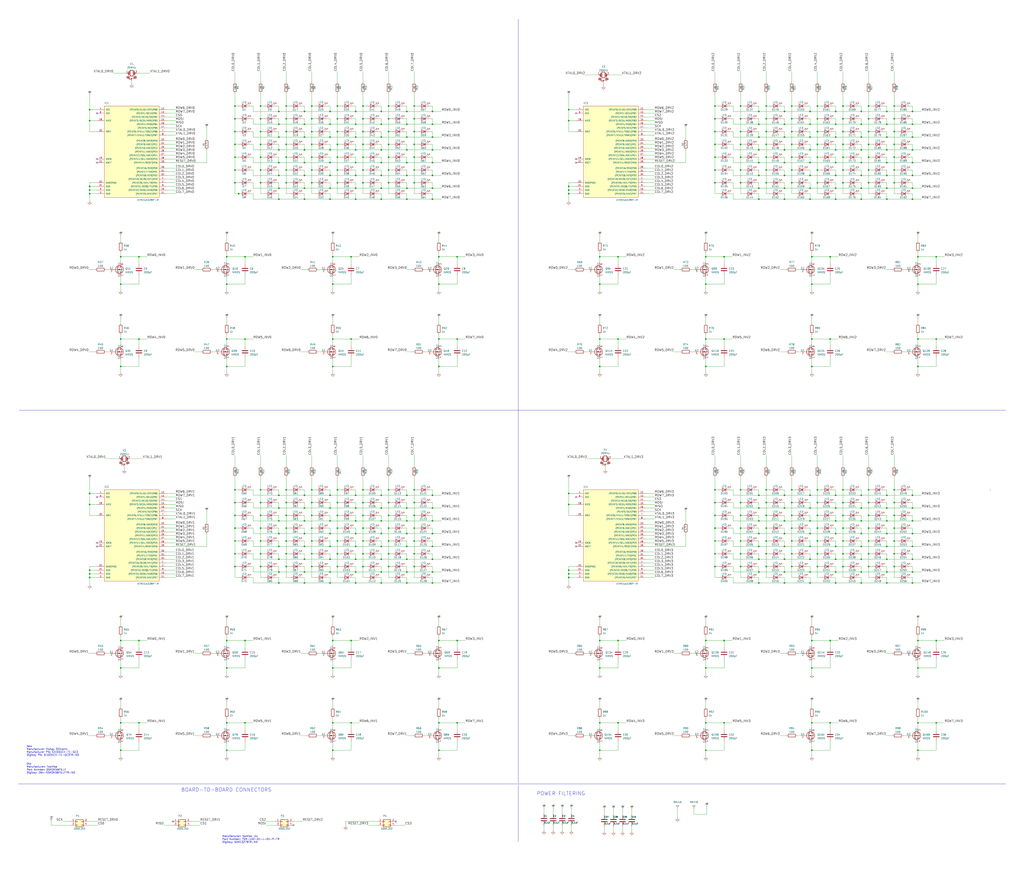
<source format=kicad_sch>
(kicad_sch (version 20230121) (generator eeschema)
  (paper "User" 711.2 609.6)
  (title_block (date "9 may 2016"))
  (junction (at 585.47 340.36))
  (junction (at 394.97 129.54))
  (junction (at 193.675 121.92))
  (junction (at 514.35 349.25))
  (junction (at 585.47 109.22))
  (junction (at 580.39 138.43))
  (junction (at 269.875 340.36))
  (junction (at 603.25 127))
  (junction (at 193.675 344.17))
  (junction (at 549.91 375.92))
  (junction (at 603.25 100.33))
  (junction (at 585.47 100.33))
  (junction (at 264.795 370.84))
  (junction (at 211.455 130.81))
  (junction (at 282.575 388.62))
  (junction (at 496.57 118.11))
  (junction (at 170.18 178.435))
  (junction (at 563.88 521.335))
  (junction (at 549.91 82.55))
  (junction (at 532.13 127))
  (junction (at 514.35 384.81))
  (junction (at 598.17 104.14))
  (junction (at 300.355 353.06))
  (junction (at 83.82 235.585))
  (junction (at 549.91 393.7))
  (junction (at 585.47 375.92))
  (junction (at 300.355 138.43))
  (junction (at 527.05 113.03))
  (junction (at 269.875 384.81))
  (junction (at 234.315 91.44))
  (junction (at 247.015 130.81))
  (junction (at 514.35 109.22))
  (junction (at 496.57 100.33))
  (junction (at 615.95 405.13))
  (junction (at 211.455 138.43))
  (junction (at 496.57 375.92))
  (junction (at 231.14 445.135))
  (junction (at 229.235 77.47))
  (junction (at 633.73 353.06))
  (junction (at 496.57 127))
  (junction (at 496.57 340.36))
  (junction (at 282.575 86.36))
  (junction (at 252.095 349.25))
  (junction (at 300.355 388.62))
  (junction (at 229.235 370.84))
  (junction (at 496.57 109.22))
  (junction (at 615.95 388.62))
  (junction (at 96.52 178.435))
  (junction (at 532.13 340.36))
  (junction (at 580.39 77.47))
  (junction (at 598.17 388.62))
  (junction (at 264.795 77.47))
  (junction (at 562.61 86.36))
  (junction (at 544.83 121.92))
  (junction (at 532.13 109.22))
  (junction (at 269.875 349.25))
  (junction (at 496.57 82.55))
  (junction (at 562.61 113.03))
  (junction (at 229.235 405.13))
  (junction (at 163.195 367.03))
  (junction (at 193.675 361.95))
  (junction (at 563.88 502.285))
  (junction (at 527.05 77.47))
  (junction (at 580.39 405.13))
  (junction (at 567.69 393.7))
  (junction (at 282.575 361.95))
  (junction (at 603.25 91.44))
  (junction (at 580.39 86.36))
  (junction (at 287.655 393.7))
  (junction (at 229.235 138.43))
  (junction (at 621.03 73.66))
  (junction (at 514.35 91.44))
  (junction (at 615.95 353.06))
  (junction (at 621.03 118.11))
  (junction (at 243.84 502.285))
  (junction (at 198.755 109.22))
  (junction (at 567.69 100.33))
  (junction (at 180.975 367.03))
  (junction (at 216.535 118.11))
  (junction (at 282.575 95.25))
  (junction (at 598.17 130.81))
  (junction (at 304.8 521.335))
  (junction (at 394.97 398.78))
  (junction (at 180.975 82.55))
  (junction (at 264.795 121.92))
  (junction (at 549.91 91.44))
  (junction (at 496.57 73.66))
  (junction (at 576.58 178.435))
  (junction (at 300.355 113.03))
  (junction (at 549.91 100.33))
  (junction (at 300.355 361.95))
  (junction (at 83.82 502.285))
  (junction (at 563.88 464.185))
  (junction (at 157.48 502.285))
  (junction (at 282.575 379.73))
  (junction (at 163.195 358.14))
  (junction (at 394.97 396.24))
  (junction (at 567.69 340.36))
  (junction (at 562.61 353.06))
  (junction (at 621.03 109.22))
  (junction (at 490.22 502.285))
  (junction (at 229.235 344.17))
  (junction (at 637.54 521.335))
  (junction (at 229.235 121.92))
  (junction (at 615.95 86.36))
  (junction (at 252.095 367.03))
  (junction (at 180.975 358.14))
  (junction (at 527.05 130.81))
  (junction (at 502.92 502.285))
  (junction (at 282.575 397.51))
  (junction (at 394.97 134.62))
  (junction (at 562.61 104.14))
  (junction (at 300.355 130.81))
  (junction (at 580.39 353.06))
  (junction (at 282.575 104.14))
  (junction (at 585.47 384.81))
  (junction (at 544.83 370.84))
  (junction (at 580.39 104.14))
  (junction (at 496.57 349.25))
  (junction (at 621.03 393.7))
  (junction (at 287.655 73.66))
  (junction (at 549.91 349.25))
  (junction (at 580.39 370.84))
  (junction (at 490.22 197.485))
  (junction (at 621.03 127))
  (junction (at 287.655 91.44))
  (junction (at 216.535 393.7))
  (junction (at 211.455 113.03))
  (junction (at 198.755 393.7))
  (junction (at 211.455 86.36))
  (junction (at 252.095 82.55))
  (junction (at 247.015 397.51))
  (junction (at 300.355 370.84))
  (junction (at 229.235 388.62))
  (junction (at 598.17 113.03))
  (junction (at 549.91 340.36))
  (junction (at 157.48 235.585))
  (junction (at 317.5 178.435))
  (junction (at 621.03 375.92))
  (junction (at 317.5 235.585))
  (junction (at 527.05 397.51))
  (junction (at 563.88 445.135))
  (junction (at 269.875 73.66))
  (junction (at 300.355 379.73))
  (junction (at 264.795 95.25))
  (junction (at 252.095 118.11))
  (junction (at 304.8 178.435))
  (junction (at 287.655 340.36))
  (junction (at 282.575 113.03))
  (junction (at 603.25 340.36))
  (junction (at 252.095 384.81))
  (junction (at 211.455 361.95))
  (junction (at 252.095 127))
  (junction (at 637.54 445.135))
  (junction (at 193.675 353.06))
  (junction (at 165.735 134.62))
  (junction (at 163.195 349.25))
  (junction (at 580.39 388.62))
  (junction (at 576.58 235.585))
  (junction (at 282.575 138.43))
  (junction (at 563.88 197.485))
  (junction (at 527.05 95.25))
  (junction (at 562.61 138.43))
  (junction (at 580.39 344.17))
  (junction (at 269.875 91.44))
  (junction (at 62.23 342.9))
  (junction (at 193.675 86.36))
  (junction (at 243.84 445.135))
  (junction (at 247.015 95.25))
  (junction (at 615.95 113.03))
  (junction (at 633.73 344.17))
  (junction (at 567.69 367.03))
  (junction (at 502.92 445.135))
  (junction (at 527.05 344.17))
  (junction (at 585.47 73.66))
  (junction (at 231.14 464.185))
  (junction (at 585.47 127))
  (junction (at 83.82 521.335))
  (junction (at 544.83 130.81))
  (junction (at 96.52 445.135))
  (junction (at 585.47 82.55))
  (junction (at 300.355 397.51))
  (junction (at 603.25 375.92))
  (junction (at 304.8 254.635))
  (junction (at 287.655 109.22))
  (junction (at 416.56 197.485))
  (junction (at 180.975 127))
  (junction (at 287.655 367.03))
  (junction (at 287.655 349.25))
  (junction (at 282.575 405.13))
  (junction (at 282.575 130.81))
  (junction (at 282.575 344.17))
  (junction (at 282.575 353.06))
  (junction (at 598.17 370.84))
  (junction (at 633.73 397.51))
  (junction (at 231.14 521.335))
  (junction (at 603.25 393.7))
  (junction (at 650.24 178.435))
  (junction (at 527.05 361.95))
  (junction (at 264.795 397.51))
  (junction (at 416.56 254.635))
  (junction (at 621.03 358.14))
  (junction (at 637.54 197.485))
  (junction (at 287.655 100.33))
  (junction (at 416.56 445.135))
  (junction (at 544.83 113.03))
  (junction (at 562.61 130.81))
  (junction (at 247.015 104.14))
  (junction (at 490.22 464.185))
  (junction (at 170.18 235.585))
  (junction (at 544.83 344.17))
  (junction (at 193.675 104.14))
  (junction (at 598.17 121.92))
  (junction (at 300.355 86.36))
  (junction (at 264.795 104.14))
  (junction (at 416.56 178.435))
  (junction (at 496.57 91.44))
  (junction (at 269.875 358.14))
  (junction (at 544.83 361.95))
  (junction (at 615.95 379.73))
  (junction (at 416.56 464.185))
  (junction (at 598.17 405.13))
  (junction (at 317.5 502.285))
  (junction (at 234.315 109.22))
  (junction (at 180.975 118.11))
  (junction (at 580.39 361.95))
  (junction (at 193.675 138.43))
  (junction (at 563.88 178.435))
  (junction (at 83.82 464.185))
  (junction (at 198.755 91.44))
  (junction (at 585.47 118.11))
  (junction (at 544.83 353.06))
  (junction (at 180.975 73.66))
  (junction (at 198.755 127))
  (junction (at 562.61 397.51))
  (junction (at 549.91 384.81))
  (junction (at 532.13 375.92))
  (junction (at 615.95 104.14))
  (junction (at 514.35 393.7))
  (junction (at 247.015 379.73))
  (junction (at 247.015 77.47))
  (junction (at 264.795 388.62))
  (junction (at 496.57 358.14))
  (junction (at 544.83 388.62))
  (junction (at 633.73 138.43))
  (junction (at 83.82 178.435))
  (junction (at 234.315 73.66))
  (junction (at 633.73 379.73))
  (junction (at 633.73 104.14))
  (junction (at 514.35 73.66))
  (junction (at 287.655 118.11))
  (junction (at 269.875 375.92))
  (junction (at 490.22 254.635))
  (junction (at 567.69 384.81))
  (junction (at 633.73 405.13))
  (junction (at 170.18 502.285))
  (junction (at 562.61 405.13))
  (junction (at 198.755 82.55))
  (junction (at 514.35 118.11))
  (junction (at 562.61 77.47))
  (junction (at 394.97 401.32))
  (junction (at 490.22 178.435))
  (junction (at 157.48 254.635))
  (junction (at 567.69 118.11))
  (junction (at 62.23 396.24))
  (junction (at 234.315 100.33))
  (junction (at 229.235 397.51))
  (junction (at 567.69 82.55))
  (junction (at 264.795 130.81))
  (junction (at 62.23 398.78))
  (junction (at 287.655 375.92))
  (junction (at 580.39 379.73))
  (junction (at 180.975 349.25))
  (junction (at 216.535 82.55))
  (junction (at 231.14 254.635))
  (junction (at 198.755 118.11))
  (junction (at 615.95 130.81))
  (junction (at 490.22 445.135))
  (junction (at 229.235 361.95))
  (junction (at 198.755 73.66))
  (junction (at 264.795 361.95))
  (junction (at 603.25 358.14))
  (junction (at 211.455 121.92))
  (junction (at 216.535 340.36))
  (junction (at 234.315 127))
  (junction (at 544.83 77.47))
  (junction (at 83.82 197.485))
  (junction (at 193.675 77.47))
  (junction (at 527.05 86.36))
  (junction (at 157.48 197.485))
  (junction (at 633.73 388.62))
  (junction (at 567.69 349.25))
  (junction (at 211.455 370.84))
  (junction (at 216.535 100.33))
  (junction (at 598.17 344.17))
  (junction (at 163.195 384.81))
  (junction (at 633.73 113.03))
  (junction (at 598.17 95.25))
  (junction (at 180.975 100.33))
  (junction (at 633.73 86.36))
  (junction (at 598.17 379.73))
  (junction (at 562.61 370.84))
  (junction (at 282.575 77.47))
  (junction (at 198.755 384.81))
  (junction (at 603.25 109.22))
  (junction (at 243.84 178.435))
  (junction (at 211.455 344.17))
  (junction (at 532.13 100.33))
  (junction (at 580.39 130.81))
  (junction (at 615.95 138.43))
  (junction (at 170.18 445.135))
  (junction (at 163.195 82.55))
  (junction (at 502.92 235.585))
  (junction (at 394.97 132.08))
  (junction (at 180.975 393.7))
  (junction (at 216.535 127))
  (junction (at 264.795 86.36))
  (junction (at 585.47 393.7))
  (junction (at 603.25 384.81))
  (junction (at 62.23 83.82))
  (junction (at 252.095 73.66))
  (junction (at 317.5 445.135))
  (junction (at 247.015 370.84))
  (junction (at 562.61 344.17))
  (junction (at 527.05 370.84))
  (junction (at 532.13 118.11))
  (junction (at 234.315 118.11))
  (junction (at 544.83 138.43))
  (junction (at 247.015 405.13))
  (junction (at 562.61 95.25))
  (junction (at 490.22 521.335))
  (junction (at 229.235 353.06))
  (junction (at 621.03 349.25))
  (junction (at 163.195 91.44))
  (junction (at 567.69 91.44))
  (junction (at 580.39 113.03))
  (junction (at 527.05 104.14))
  (junction (at 234.315 349.25))
  (junction (at 211.455 405.13))
  (junction (at 198.755 367.03))
  (junction (at 637.54 254.635))
  (junction (at 264.795 344.17))
  (junction (at 216.535 358.14))
  (junction (at 514.35 367.03))
  (junction (at 157.48 521.335))
  (junction (at 650.24 502.285))
  (junction (at 621.03 367.03))
  (junction (at 585.47 367.03))
  (junction (at 193.675 95.25))
  (junction (at 247.015 138.43))
  (junction (at 198.755 358.14))
  (junction (at 532.13 393.7))
  (junction (at 615.95 344.17))
  (junction (at 247.015 388.62))
  (junction (at 264.795 138.43))
  (junction (at 211.455 353.06))
  (junction (at 252.095 100.33))
  (junction (at 163.195 73.66))
  (junction (at 96.52 235.585))
  (junction (at 216.535 367.03))
  (junction (at 229.235 379.73))
  (junction (at 180.975 91.44))
  (junction (at 62.23 350.52))
  (junction (at 304.8 464.185))
  (junction (at 650.24 235.585))
  (junction (at 527.05 388.62))
  (junction (at 300.355 95.25))
  (junction (at 544.83 104.14))
  (junction (at 300.355 104.14))
  (junction (at 615.95 77.47))
  (junction (at 247.015 113.03))
  (junction (at 603.25 367.03))
  (junction (at 304.8 235.585))
  (junction (at 603.25 118.11))
  (junction (at 269.875 109.22))
  (junction (at 615.95 95.25))
  (junction (at 252.095 340.36))
  (junction (at 598.17 138.43))
  (junction (at 549.91 367.03))
  (junction (at 637.54 502.285))
  (junction (at 231.14 502.285))
  (junction (at 269.875 367.03))
  (junction (at 394.97 350.52))
  (junction (at 576.58 445.135))
  (junction (at 416.56 502.285))
  (junction (at 62.23 134.62))
  (junction (at 180.975 375.92))
  (junction (at 576.58 502.285))
  (junction (at 615.95 397.51))
  (junction (at 562.61 388.62))
  (junction (at 211.455 77.47))
  (junction (at 198.755 340.36))
  (junction (at 544.83 397.51))
  (junction (at 490.22 235.585))
  (junction (at 83.82 445.135))
  (junction (at 637.54 235.585))
  (junction (at 211.455 397.51))
  (junction (at 269.875 127))
  (junction (at 567.69 127))
  (junction (at 62.23 401.32))
  (junction (at 163.195 375.92))
  (junction (at 532.13 358.14))
  (junction (at 532.13 384.81))
  (junction (at 544.83 86.36))
  (junction (at 394.97 342.9))
  (junction (at 247.015 86.36))
  (junction (at 157.48 178.435))
  (junction (at 567.69 358.14))
  (junction (at 549.91 118.11))
  (junction (at 514.35 340.36))
  (junction (at 580.39 95.25))
  (junction (at 549.91 358.14))
  (junction (at 62.23 132.08))
  (junction (at 211.455 379.73))
  (junction (at 598.17 77.47))
  (junction (at 300.355 405.13))
  (junction (at 514.35 82.55))
  (junction (at 514.35 127))
  (junction (at 229.235 113.03))
  (junction (at 163.195 340.36))
  (junction (at 211.455 388.62))
  (junction (at 62.23 129.54))
  (junction (at 234.315 384.81))
  (junction (at 562.61 379.73))
  (junction (at 216.535 349.25))
  (junction (at 269.875 82.55))
  (junction (at 621.03 91.44))
  (junction (at 247.015 353.06))
  (junction (at 300.355 77.47))
  (junction (at 304.8 197.485))
  (junction (at 157.48 445.135))
  (junction (at 180.975 109.22))
  (junction (at 567.69 375.92))
  (junction (at 633.73 77.47))
  (junction (at 198.755 375.92))
  (junction (at 264.795 113.03))
  (junction (at 252.095 358.14))
  (junction (at 193.675 405.13))
  (junction (at 598.17 353.06))
  (junction (at 563.88 235.585))
  (junction (at 580.39 397.51))
  (junction (at 62.23 76.2))
  (junction (at 637.54 178.435))
  (junction (at 300.355 344.17))
  (junction (at 247.015 121.92))
  (junction (at 198.755 349.25))
  (junction (at 598.17 361.95))
  (junction (at 180.975 384.81))
  (junction (at 527.05 138.43))
  (junction (at 633.73 361.95))
  (junction (at 621.03 384.81))
  (junction (at 527.05 379.73))
  (junction (at 163.195 118.11))
  (junction (at 633.73 130.81))
  (junction (at 598.17 86.36))
  (junction (at 211.455 104.14))
  (junction (at 229.235 86.36))
  (junction (at 234.315 82.55))
  (junction (at 229.235 95.25))
  (junction (at 269.875 100.33))
  (junction (at 580.39 121.92))
  (junction (at 562.61 121.92))
  (junction (at 216.535 91.44))
  (junction (at 598.17 397.51))
  (junction (at 567.69 109.22))
  (junction (at 633.73 370.84))
  (junction (at 264.795 353.06))
  (junction (at 247.015 344.17))
  (junction (at 163.195 393.7))
  (junction (at 269.875 393.7))
  (junction (at 180.975 340.36))
  (junction (at 416.56 521.335))
  (junction (at 231.14 235.585))
  (junction (at 549.91 127))
  (junction (at 304.8 445.135))
  (junction (at 429.26 445.135))
  (junction (at 650.24 445.135))
  (junction (at 563.88 254.635))
  (junction (at 527.05 121.92))
  (junction (at 193.675 388.62))
  (junction (at 234.315 393.7))
  (junction (at 211.455 95.25))
  (junction (at 231.14 178.435))
  (junction (at 216.535 384.81))
  (junction (at 229.235 130.81))
  (junction (at 544.83 379.73))
  (junction (at 193.675 370.84))
  (junction (at 603.25 349.25))
  (junction (at 287.655 82.55))
  (junction (at 193.675 130.81))
  (junction (at 496.57 384.81))
  (junction (at 252.095 91.44))
  (junction (at 282.575 370.84))
  (junction (at 549.91 73.66))
  (junction (at 243.84 235.585))
  (junction (at 562.61 361.95))
  (junction (at 532.13 349.25))
  (junction (at 234.315 375.92))
  (junction (at 163.195 109.22))
  (junction (at 193.675 397.51))
  (junction (at 163.195 100.33))
  (junction (at 514.35 358.14))
  (junction (at 621.03 340.36))
  (junction (at 603.25 82.55))
  (junction (at 637.54 464.185))
  (junction (at 429.26 502.285))
  (junction (at 269.875 118.11))
  (junction (at 429.26 178.435))
  (junction (at 621.03 82.55))
  (junction (at 282.575 121.92))
  (junction (at 304.8 502.285))
  (junction (at 264.795 379.73))
  (junction (at 163.195 127))
  (junction (at 234.315 340.36))
  (junction (at 549.91 109.22))
  (junction (at 527.05 405.13))
  (junction (at 514.35 375.92))
  (junction (at 585.47 349.25))
  (junction (at 96.52 502.285))
  (junction (at 532.13 91.44))
  (junction (at 287.655 384.81))
  (junction (at 231.14 197.485))
  (junction (at 234.315 367.03))
  (junction (at 252.095 109.22))
  (junction (at 216.535 375.92))
  (junction (at 585.47 358.14))
  (junction (at 300.355 121.92))
  (junction (at 527.05 353.06))
  (junction (at 287.655 127))
  (junction (at 615.95 121.92))
  (junction (at 615.95 361.95))
  (junction (at 496.57 367.03))
  (junction (at 264.795 405.13))
  (junction (at 532.13 73.66))
  (junction (at 585.47 91.44))
  (junction (at 83.82 254.635))
  (junction (at 416.56 235.585))
  (junction (at 532.13 82.55))
  (junction (at 544.83 405.13))
  (junction (at 252.095 375.92))
  (junction (at 247.015 361.95))
  (junction (at 603.25 73.66))
  (junction (at 252.095 393.7))
  (junction (at 496.57 393.7))
  (junction (at 394.97 76.2))
  (junction (at 234.315 358.14))
  (junction (at 198.755 100.33))
  (junction (at 615.95 370.84))
  (junction (at 514.35 100.33))
  (junction (at 621.03 100.33))
  (junction (at 567.69 73.66))
  (junction (at 193.675 113.03))
  (junction (at 633.73 95.25))
  (junction (at 544.83 95.25))
  (junction (at 502.92 178.435))
  (junction (at 216.535 73.66))
  (junction (at 193.675 379.73))
  (junction (at 532.13 367.03))
  (junction (at 287.655 358.14))
  (junction (at 633.73 121.92))
  (junction (at 394.97 83.82))
  (junction (at 157.48 464.185))
  (junction (at 216.535 109.22))
  (junction (at 429.26 235.585))
  (junction (at 229.235 104.14))
  (no_connect (at 67.31 345.44))
  (no_connect (at 67.31 110.49))
  (no_connect (at 120.015 570.865))
  (no_connect (at 400.05 379.73))
  (no_connect (at 400.05 113.03))
  (no_connect (at 67.31 379.73))
  (no_connect (at 400.05 78.74))
  (no_connect (at 400.05 110.49))
  (no_connect (at 203.835 573.405))
  (no_connect (at 67.31 377.19))
  (no_connect (at 67.31 113.03))
  (no_connect (at 400.05 377.19))
  (no_connect (at 400.05 345.44))
  (no_connect (at 67.31 78.74))
  (no_connect (at 274.955 570.865))
  (wire (pts (xy 183.515 109.22) (xy 180.975 109.22)))
  (wire (pts (xy 282.575 82.55) (xy 282.575 86.36)))
  (wire (pts (xy 390.525 561.975) (xy 390.525 565.785)))
  (wire (pts (xy 633.73 73.66) (xy 631.19 73.66)))
  (wire (pts (xy 633.73 118.11) (xy 633.73 121.92)))
  (wire (pts (xy 183.515 82.55) (xy 180.975 82.55)))
  (wire (pts (xy 163.195 73.66) (xy 163.195 82.55)))
  (wire (pts (xy 527.05 379.73) (xy 544.83 379.73)))
  (wire (pts (xy 633.73 349.25) (xy 631.19 349.25)))
  (wire (pts (xy 247.015 384.81) (xy 247.015 388.62)))
  (wire (pts (xy 229.235 121.92) (xy 247.015 121.92)))
  (wire (pts (xy 509.27 134.62) (xy 506.73 134.62)))
  (wire (pts (xy 282.575 358.14) (xy 280.035 358.14)))
  (wire (pts (xy 304.8 175.26) (xy 304.8 178.435)))
  (wire (pts (xy 300.355 384.81) (xy 300.355 388.62)))
  (wire (pts (xy 269.875 91.44) (xy 269.875 100.33)))
  (wire (pts (xy 304.8 487.68) (xy 304.8 491.49)))
  (wire (pts (xy 247.015 95.25) (xy 264.795 95.25)))
  (wire (pts (xy 637.54 178.435) (xy 650.24 178.435)))
  (wire (pts (xy 532.13 82.55) (xy 532.13 91.44)))
  (wire (pts (xy 157.48 464.185) (xy 170.18 464.185)))
  (wire (pts (xy 621.03 358.14) (xy 621.03 367.03)))
  (wire (pts (xy 448.31 129.54) (xy 454.66 129.54)))
  (wire (pts (xy 163.195 91.44) (xy 163.195 100.33)))
  (wire (pts (xy 175.895 73.66) (xy 175.895 77.47)))
  (wire (pts (xy 170.18 464.185) (xy 170.18 457.835)))
  (wire (pts (xy 615.95 397.51) (xy 633.73 397.51)))
  (wire (pts (xy 532.13 127) (xy 532.13 134.62)))
  (wire (pts (xy 163.195 127) (xy 163.195 134.62)))
  (wire (pts (xy 304.8 192.405) (xy 304.8 197.485)))
  (wire (pts (xy 576.58 445.135) (xy 576.58 450.215)))
  (wire (pts (xy 234.315 57.15) (xy 234.315 49.53)))
  (wire (pts (xy 193.675 127) (xy 191.135 127)))
  (wire (pts (xy 211.455 134.62) (xy 211.455 138.43)))
  (wire (pts (xy 211.455 393.7) (xy 208.915 393.7)))
  (wire (pts (xy 234.315 82.55) (xy 234.315 91.44)))
  (wire (pts (xy 588.01 340.36) (xy 585.47 340.36)))
  (wire (pts (xy 605.79 127) (xy 603.25 127)))
  (wire (pts (xy 193.675 393.7) (xy 191.135 393.7)))
  (wire (pts (xy 615.95 73.66) (xy 615.95 77.47)))
  (wire (pts (xy 585.47 358.14) (xy 585.47 367.03)))
  (wire (pts (xy 499.11 393.7) (xy 496.57 393.7)))
  (wire (pts (xy 219.075 82.55) (xy 216.535 82.55)))
  (wire (pts (xy 562.61 118.11) (xy 562.61 121.92)))
  (polyline (pts (xy 12.7 544.83) (xy 360.045 544.83)))
  (wire (pts (xy 264.795 367.03) (xy 264.795 370.84)))
  (wire (pts (xy 211.455 118.11) (xy 208.915 118.11)))
  (wire (pts (xy 229.235 100.33) (xy 229.235 104.14)))
  (wire (pts (xy 549.91 358.14) (xy 549.91 367.03)))
  (wire (pts (xy 532.13 316.23) (xy 532.13 323.85)))
  (wire (pts (xy 282.575 187.325) (xy 287.02 187.325)))
  (wire (pts (xy 562.61 405.13) (xy 580.39 405.13)))
  (wire (pts (xy 476.25 104.14) (xy 476.25 113.03)))
  (wire (pts (xy 544.83 388.62) (xy 562.61 388.62)))
  (wire (pts (xy 615.95 349.25) (xy 613.41 349.25)))
  (wire (pts (xy 300.355 397.51) (xy 306.705 397.51)))
  (wire (pts (xy 563.88 175.26) (xy 563.88 178.435)))
  (wire (pts (xy 175.895 73.66) (xy 173.355 73.66)))
  (wire (pts (xy 580.39 77.47) (xy 598.17 77.47)))
  (wire (pts (xy 621.03 64.77) (xy 621.03 73.66)))
  (wire (pts (xy 621.03 100.33) (xy 621.03 109.22)))
  (wire (pts (xy 83.82 220.98) (xy 83.82 224.79)))
  (wire (pts (xy 603.25 349.25) (xy 603.25 358.14)))
  (wire (pts (xy 544.83 134.62) (xy 544.83 138.43)))
  (wire (pts (xy 562.61 109.22) (xy 560.07 109.22)))
  (wire (pts (xy 157.48 220.98) (xy 157.48 224.79)))
  (wire (pts (xy 588.01 358.14) (xy 585.47 358.14)))
  (wire (pts (xy 621.03 340.36) (xy 621.03 349.25)))
  (wire (pts (xy 598.17 82.55) (xy 595.63 82.55)))
  (wire (pts (xy 633.73 358.14) (xy 633.73 361.95)))
  (wire (pts (xy 580.39 113.03) (xy 598.17 113.03)))
  (wire (pts (xy 282.575 401.32) (xy 280.035 401.32)))
  (wire (pts (xy 633.73 370.84) (xy 640.08 370.84)))
  (wire (pts (xy 157.48 445.135) (xy 170.18 445.135)))
  (wire (pts (xy 514.35 73.66) (xy 514.35 82.55)))
  (wire (pts (xy 544.83 134.62) (xy 542.29 134.62)))
  (wire (pts (xy 562.61 130.81) (xy 580.39 130.81)))
  (wire (pts (xy 211.455 113.03) (xy 229.235 113.03)))
  (wire (pts (xy 544.83 370.84) (xy 562.61 370.84)))
  (wire (pts (xy 282.575 393.7) (xy 280.035 393.7)))
  (wire (pts (xy 637.54 487.68) (xy 637.54 491.49)))
  (wire (pts (xy 514.35 49.53) (xy 514.35 57.15)))
  (wire (pts (xy 180.975 384.81) (xy 180.975 393.7)))
  (wire (pts (xy 490.22 220.98) (xy 490.22 224.79)))
  (wire (pts (xy 580.39 121.92) (xy 598.17 121.92)))
  (wire (pts (xy 175.895 353.06) (xy 193.675 353.06)))
  (wire (pts (xy 502.92 445.135) (xy 502.92 450.215)))
  (wire (pts (xy 623.57 134.62) (xy 621.03 134.62)))
  (wire (pts (xy 198.755 64.77) (xy 198.755 73.66)))
  (wire (pts (xy 287.655 82.55) (xy 287.655 91.44)))
  (wire (pts (xy 627.38 187.325) (xy 629.92 187.325)))
  (wire (pts (xy 269.875 64.77) (xy 269.875 73.66)))
  (wire (pts (xy 621.03 323.85) (xy 621.03 316.23)))
  (wire (pts (xy 563.88 521.335) (xy 563.88 525.78)))
  (wire (pts (xy 605.79 349.25) (xy 603.25 349.25)))
  (wire (pts (xy 532.13 100.33) (xy 532.13 109.22)))
  (wire (pts (xy 304.8 445.135) (xy 317.5 445.135)))
  (wire (pts (xy 621.03 118.11) (xy 621.03 127)))
  (wire (pts (xy 82.55 318.77) (xy 73.66 318.77)))
  (wire (pts (xy 163.195 49.53) (xy 163.195 57.15)))
  (wire (pts (xy 406.4 454.025) (xy 408.94 454.025)))
  (wire (pts (xy 390.525 573.405) (xy 390.525 577.215)))
  (wire (pts (xy 193.675 109.22) (xy 191.135 109.22)))
  (wire (pts (xy 514.35 393.7) (xy 514.35 401.32)))
  (wire (pts (xy 115.57 132.08) (xy 121.92 132.08)))
  (wire (pts (xy 272.415 127) (xy 269.875 127)))
  (wire (pts (xy 247.015 388.62) (xy 264.795 388.62)))
  (wire (pts (xy 637.54 178.435) (xy 637.54 182.245)))
  (wire (pts (xy 570.23 73.66) (xy 567.69 73.66)))
  (wire (pts (xy 563.88 254.635) (xy 576.58 254.635)))
  (wire (pts (xy 219.075 393.7) (xy 216.535 393.7)))
  (wire (pts (xy 562.61 73.66) (xy 562.61 77.47)))
  (wire (pts (xy 67.31 134.62) (xy 62.23 134.62)))
  (wire (pts (xy 252.095 331.47) (xy 252.095 340.36)))
  (wire (pts (xy 211.455 401.32) (xy 208.915 401.32)))
  (wire (pts (xy 562.61 344.17) (xy 580.39 344.17)))
  (wire (pts (xy 243.84 235.585) (xy 243.84 240.665)))
  (wire (pts (xy 180.975 82.55) (xy 180.975 91.44)))
  (wire (pts (xy 304.8 516.255) (xy 304.8 521.335)))
  (wire (pts (xy 603.25 384.81) (xy 603.25 393.7)))
  (wire (pts (xy 563.88 464.185) (xy 576.58 464.185)))
  (wire (pts (xy 115.57 342.9) (xy 121.92 342.9)))
  (wire (pts (xy 163.195 367.03) (xy 163.195 375.92)))
  (wire (pts (xy 231.14 163.83) (xy 231.14 167.64)))
  (wire (pts (xy 633.73 127) (xy 633.73 130.81)))
  (wire (pts (xy 193.675 82.55) (xy 193.675 86.36)))
  (wire (pts (xy 563.88 516.255) (xy 563.88 521.335)))
  (wire (pts (xy 83.82 178.435) (xy 96.52 178.435)))
  (wire (pts (xy 570.23 393.7) (xy 567.69 393.7)))
  (wire (pts (xy 552.45 134.62) (xy 549.91 134.62)))
  (wire (pts (xy 198.755 375.92) (xy 198.755 384.81)))
  (wire (pts (xy 236.855 118.11) (xy 234.315 118.11)))
  (wire (pts (xy 175.895 91.44) (xy 175.895 95.25)))
  (wire (pts (xy 247.015 375.92) (xy 247.015 379.73)))
  (wire (pts (xy 496.57 367.03) (xy 496.57 375.92)))
  (wire (pts (xy 287.655 91.44) (xy 287.655 100.33)))
  (wire (pts (xy 633.73 95.25) (xy 640.08 95.25)))
  (wire (pts (xy 73.66 244.475) (xy 76.2 244.475)))
  (wire (pts (xy 193.675 86.36) (xy 211.455 86.36)))
  (wire (pts (xy 165.735 109.22) (xy 163.195 109.22)))
  (wire (pts (xy 211.455 121.92) (xy 229.235 121.92)))
  (wire (pts (xy 175.895 405.13) (xy 193.675 405.13)))
  (wire (pts (xy 180.975 64.77) (xy 180.975 73.66)))
  (wire (pts (xy 598.17 361.95) (xy 615.95 361.95)))
  (wire (pts (xy 163.195 384.81) (xy 163.195 393.7)))
  (wire (pts (xy 91.44 55.88) (xy 91.44 58.42)))
  (wire (pts (xy 514.35 82.55) (xy 514.35 91.44)))
  (wire (pts (xy 499.11 100.33) (xy 496.57 100.33)))
  (wire (pts (xy 282.575 367.03) (xy 282.575 370.84)))
  (wire (pts (xy 243.84 178.435) (xy 249.555 178.435)))
  (wire (pts (xy 490.22 197.485) (xy 502.92 197.485)))
  (wire (pts (xy 580.39 109.22) (xy 577.85 109.22)))
  (wire (pts (xy 534.67 127) (xy 532.13 127)))
  (wire (pts (xy 243.84 502.285) (xy 243.84 507.365)))
  (wire (pts (xy 282.575 405.13) (xy 300.355 405.13)))
  (wire (pts (xy 502.92 235.585) (xy 502.92 240.665)))
  (wire (pts (xy 415.29 52.07) (xy 406.4 52.07)))
  (wire (pts (xy 615.315 187.325) (xy 619.76 187.325)))
  (wire (pts (xy 637.54 459.105) (xy 637.54 464.185)))
  (wire (pts (xy 282.575 91.44) (xy 280.035 91.44)))
  (wire (pts (xy 193.675 134.62) (xy 191.135 134.62)))
  (wire (pts (xy 615.95 358.14) (xy 615.95 361.95)))
  (wire (pts (xy 163.195 358.14) (xy 163.195 367.03)))
  (wire (pts (xy 175.895 388.62) (xy 193.675 388.62)))
  (wire (pts (xy 633.73 340.36) (xy 633.73 344.17)))
  (wire (pts (xy 193.675 340.36) (xy 193.675 344.17)))
  (wire (pts (xy 580.39 344.17) (xy 598.17 344.17)))
  (wire (pts (xy 211.455 77.47) (xy 229.235 77.47)))
  (wire (pts (xy 264.795 82.55) (xy 264.795 86.36)))
  (wire (pts (xy 229.235 73.66) (xy 229.235 77.47)))
  (wire (pts (xy 448.31 383.54) (xy 454.66 383.54)))
  (wire (pts (xy 490.22 192.405) (xy 490.22 197.485)))
  (wire (pts (xy 562.61 367.03) (xy 560.07 367.03)))
  (wire (pts (xy 157.48 254.635) (xy 157.48 259.08)))
  (wire (pts (xy 585.47 323.85) (xy 585.47 316.23)))
  (wire (pts (xy 247.015 121.92) (xy 264.795 121.92)))
  (wire (pts (xy 234.315 375.92) (xy 234.315 384.81)))
  (wire (pts (xy 509.27 82.55) (xy 506.73 82.55)))
  (wire (pts (xy 637.54 521.335) (xy 637.54 525.78)))
  (wire (pts (xy 588.01 401.32) (xy 585.47 401.32)))
  (wire (pts (xy 201.295 393.7) (xy 198.755 393.7)))
  (wire (pts (xy 163.195 393.7) (xy 163.195 401.32)))
  (wire (pts (xy 598.17 367.03) (xy 598.17 370.84)))
  (wire (pts (xy 96.52 521.335) (xy 96.52 514.985)))
  (wire (pts (xy 567.69 323.85) (xy 567.69 316.23)))
  (wire (pts (xy 157.48 232.41) (xy 157.48 235.585)))
  (wire (pts (xy 193.675 100.33) (xy 191.135 100.33)))
  (wire (pts (xy 562.61 127) (xy 560.07 127)))
  (wire (pts (xy 570.23 349.25) (xy 567.69 349.25)))
  (wire (pts (xy 170.18 254.635) (xy 170.18 248.285)))
  (wire (pts (xy 633.73 91.44) (xy 633.73 95.25)))
  (wire (pts (xy 193.675 121.92) (xy 211.455 121.92)))
  (wire (pts (xy 588.01 118.11) (xy 585.47 118.11)))
  (wire (pts (xy 637.54 232.41) (xy 637.54 235.585)))
  (wire (pts (xy 175.895 384.81) (xy 173.355 384.81)))
  (wire (pts (xy 603.25 367.03) (xy 603.25 375.92)))
  (wire (pts (xy 637.54 254.635) (xy 637.54 259.08)))
  (wire (pts (xy 603.25 82.55) (xy 603.25 91.44)))
  (wire (pts (xy 598.17 384.81) (xy 598.17 388.62)))
  (wire (pts (xy 570.23 82.55) (xy 567.69 82.55)))
  (wire (pts (xy 300.355 134.62) (xy 300.355 138.43)))
  (wire (pts (xy 499.11 118.11) (xy 496.57 118.11)))
  (wire (pts (xy 549.91 64.77) (xy 549.91 73.66)))
  (wire (pts (xy 562.61 384.81) (xy 560.07 384.81)))
  (wire (pts (xy 580.39 349.25) (xy 580.39 353.06)))
  (wire (pts (xy 580.39 100.33) (xy 577.85 100.33)))
  (wire (pts (xy 198.755 340.36) (xy 198.755 349.25)))
  (wire (pts (xy 211.455 82.55) (xy 211.455 86.36)))
  (wire (pts (xy 509.27 121.92) (xy 527.05 121.92)))
  (wire (pts (xy 400.05 132.08) (xy 394.97 132.08)))
  (wire (pts (xy 240.03 570.865) (xy 262.255 570.865)))
  (wire (pts (xy 236.855 401.32) (xy 234.315 401.32)))
  (wire (pts (xy 163.195 118.11) (xy 163.195 127)))
  (wire (pts (xy 552.45 127) (xy 549.91 127)))
  (wire (pts (xy 576.58 502.285) (xy 582.295 502.285)))
  (wire (pts (xy 633.73 384.81) (xy 633.73 388.62)))
  (wire (pts (xy 96.52 235.585) (xy 102.235 235.585)))
  (wire (pts (xy 580.39 393.7) (xy 577.85 393.7)))
  (wire (pts (xy 567.69 73.66) (xy 567.69 82.55)))
  (wire (pts (xy 514.35 384.81) (xy 514.35 393.7)))
  (wire (pts (xy 198.755 393.7) (xy 198.755 401.32)))
  (wire (pts (xy 598.17 401.32) (xy 598.17 405.13)))
  (wire (pts (xy 416.56 441.96) (xy 416.56 445.135)))
  (wire (pts (xy 429.26 235.585) (xy 434.975 235.585)))
  (wire (pts (xy 603.25 57.15) (xy 603.25 49.53)))
  (wire (pts (xy 216.535 64.77) (xy 216.535 73.66)))
  (wire (pts (xy 48.895 570.865) (xy 43.815 570.865)))
  (wire (pts (xy 304.8 249.555) (xy 304.8 254.635)))
  (wire (pts (xy 567.69 367.03) (xy 567.69 375.92)))
  (wire (pts (xy 115.57 372.11) (xy 121.92 372.11)))
  (wire (pts (xy 231.14 445.135) (xy 243.84 445.135)))
  (wire (pts (xy 175.895 340.36) (xy 173.355 340.36)))
  (wire (pts (xy 157.48 249.555) (xy 157.48 254.635)))
  (wire (pts (xy 183.515 358.14) (xy 180.975 358.14)))
  (wire (pts (xy 623.57 127) (xy 621.03 127)))
  (wire (pts (xy 304.8 464.185) (xy 317.5 464.185)))
  (wire (pts (xy 229.235 95.25) (xy 247.015 95.25)))
  (wire (pts (xy 264.795 353.06) (xy 282.575 353.06)))
  (wire (pts (xy 633.73 121.92) (xy 640.08 121.92)))
  (wire (pts (xy 633.73 127) (xy 631.19 127)))
  (wire (pts (xy 254.635 384.81) (xy 252.095 384.81)))
  (wire (pts (xy 115.57 76.2) (xy 121.92 76.2)))
  (wire (pts (xy 135.255 187.325) (xy 139.7 187.325)))
  (wire (pts (xy 598.17 344.17) (xy 615.95 344.17)))
  (wire (pts (xy 193.675 82.55) (xy 191.135 82.55)))
  (wire (pts (xy 193.675 73.66) (xy 193.675 77.47)))
  (wire (pts (xy 157.48 197.485) (xy 157.48 201.93)))
  (wire (pts (xy 96.52 464.185) (xy 96.52 457.835)))
  (wire (pts (xy 236.855 73.66) (xy 234.315 73.66)))
  (wire (pts (xy 637.54 445.135) (xy 650.24 445.135)))
  (wire (pts (xy 193.675 100.33) (xy 193.675 104.14)))
  (wire (pts (xy 605.79 384.81) (xy 603.25 384.81)))
  (wire (pts (xy 532.13 109.22) (xy 532.13 118.11)))
  (wire (pts (xy 287.655 127) (xy 287.655 134.62)))
  (wire (pts (xy 514.35 331.47) (xy 514.35 340.36)))
  (wire (pts (xy 95.25 50.8) (xy 104.14 50.8)))
  (wire (pts (xy 211.455 358.14) (xy 208.915 358.14)))
  (wire (pts (xy 216.535 57.15) (xy 216.535 49.53)))
  (wire (pts (xy 264.795 367.03) (xy 262.255 367.03)))
  (wire (pts (xy 300.355 82.55) (xy 300.355 86.36)))
  (wire (pts (xy 269.875 375.92) (xy 269.875 384.81)))
  (wire (pts (xy 605.79 358.14) (xy 603.25 358.14)))
  (wire (pts (xy 621.03 82.55) (xy 621.03 91.44)))
  (wire (pts (xy 502.92 502.285) (xy 502.92 507.365)))
  (wire (pts (xy 527.05 367.03) (xy 524.51 367.03)))
  (wire (pts (xy 83.82 235.585) (xy 83.82 239.395)))
  (wire (pts (xy 532.13 64.77) (xy 532.13 73.66)))
  (wire (pts (xy 290.195 127) (xy 287.655 127)))
  (wire (pts (xy 175.895 86.36) (xy 193.675 86.36)))
  (wire (pts (xy 211.455 361.95) (xy 229.235 361.95)))
  (wire (pts (xy 282.575 379.73) (xy 300.355 379.73)))
  (wire (pts (xy 623.57 91.44) (xy 621.03 91.44)))
  (wire (pts (xy 563.88 235.585) (xy 576.58 235.585)))
  (wire (pts (xy 394.97 358.14) (xy 400.05 358.14)))
  (wire (pts (xy 527.05 109.22) (xy 527.05 113.03)))
  (wire (pts (xy 567.69 82.55) (xy 567.69 91.44)))
  (wire (pts (xy 115.57 110.49) (xy 121.92 110.49)))
  (wire (pts (xy 480.06 244.475) (xy 482.6 244.475)))
  (wire (pts (xy 527.05 397.51) (xy 544.83 397.51)))
  (wire (pts (xy 175.895 375.92) (xy 175.895 379.73)))
  (wire (pts (xy 193.675 95.25) (xy 211.455 95.25)))
  (wire (pts (xy 247.015 109.22) (xy 247.015 113.03)))
  (wire (pts (xy 247.015 77.47) (xy 264.795 77.47)))
  (wire (pts (xy 509.27 358.14) (xy 509.27 361.95)))
  (wire (pts (xy 429.26 445.135) (xy 434.975 445.135)))
  (wire (pts (xy 544.83 86.36) (xy 562.61 86.36)))
  (wire (pts (xy 490.22 516.255) (xy 490.22 521.335)))
  (wire (pts (xy 509.27 77.47) (xy 527.05 77.47)))
  (wire (pts (xy 416.56 459.105) (xy 416.56 464.185)))
  (wire (pts (xy 541.655 454.025) (xy 546.1 454.025)))
  (wire (pts (xy 633.73 384.81) (xy 631.19 384.81)))
  (wire (pts (xy 219.075 73.66) (xy 216.535 73.66)))
  (wire (pts (xy 509.27 109.22) (xy 509.27 113.03)))
  (wire (pts (xy 304.8 197.485) (xy 317.5 197.485)))
  (polyline (pts (xy 360.045 544.83) (xy 698.5 544.83)))
  (wire (pts (xy 282.575 91.44) (xy 282.575 95.25)))
  (wire (pts (xy 264.795 100.33) (xy 264.795 104.14)))
  (wire (pts (xy 211.455 130.81) (xy 229.235 130.81)))
  (wire (pts (xy 621.03 331.47) (xy 621.03 340.36)))
  (wire (pts (xy 615.95 379.73) (xy 633.73 379.73)))
  (wire (pts (xy 231.14 249.555) (xy 231.14 254.635)))
  (wire (pts (xy 563.88 499.11) (xy 563.88 502.285)))
  (wire (pts (xy 157.48 459.105) (xy 157.48 464.185)))
  (wire (pts (xy 562.61 353.06) (xy 580.39 353.06)))
  (wire (pts (xy 544.83 358.14) (xy 542.29 358.14)))
  (wire (pts (xy 509.27 82.55) (xy 509.27 86.36)))
  (wire (pts (xy 563.88 197.485) (xy 563.88 201.93)))
  (wire (pts (xy 211.455 370.84) (xy 229.235 370.84)))
  (wire (pts (xy 236.855 393.7) (xy 234.315 393.7)))
  (wire (pts (xy 143.51 355.6) (xy 143.51 363.22)))
  (wire (pts (xy 567.69 340.36) (xy 567.69 349.25)))
  (wire (pts (xy 247.015 118.11) (xy 244.475 118.11)))
  (wire (pts (xy 219.075 100.33) (xy 216.535 100.33)))
  (wire (pts (xy 157.48 464.185) (xy 157.48 468.63)))
  (wire (pts (xy 180.975 109.22) (xy 180.975 118.11)))
  (wire (pts (xy 201.295 100.33) (xy 198.755 100.33)))
  (wire (pts (xy 532.13 91.44) (xy 532.13 100.33)))
  (wire (pts (xy 605.79 91.44) (xy 603.25 91.44)))
  (wire (pts (xy 290.195 340.36) (xy 287.655 340.36)))
  (wire (pts (xy 240.03 570.865) (xy 240.03 574.04)))
  (wire (pts (xy 637.54 430.53) (xy 637.54 434.34)))
  (wire (pts (xy 633.73 118.11) (xy 631.19 118.11)))
  (wire (pts (xy 287.655 349.25) (xy 287.655 358.14)))
  (wire (pts (xy 300.355 100.33) (xy 300.355 104.14)))
  (wire (pts (xy 544.83 127) (xy 542.29 127)))
  (wire (pts (xy 562.61 109.22) (xy 562.61 113.03)))
  (wire (pts (xy 300.355 104.14) (xy 306.705 104.14)))
  (wire (pts (xy 534.67 401.32) (xy 532.13 401.32)))
  (wire (pts (xy 216.535 73.66) (xy 216.535 82.55)))
  (wire (pts (xy 509.27 91.44) (xy 506.73 91.44)))
  (wire (pts (xy 193.675 77.47) (xy 211.455 77.47)))
  (wire (pts (xy 570.23 358.14) (xy 567.69 358.14)))
  (wire (pts (xy 534.67 73.66) (xy 532.13 73.66)))
  (wire (pts (xy 252.095 57.15) (xy 252.095 49.53)))
  (wire (pts (xy 394.97 332.74) (xy 394.97 342.9)))
  (wire (pts (xy 157.48 192.405) (xy 157.48 197.485)))
  (wire (pts (xy 633.73 77.47) (xy 640.08 77.47)))
  (wire (pts (xy 247.015 401.32) (xy 244.475 401.32)))
  (wire (pts (xy 514.35 340.36) (xy 514.35 349.25)))
  (wire (pts (xy 527.05 82.55) (xy 524.51 82.55)))
  (wire (pts (xy 394.97 83.82) (xy 394.97 91.44)))
  (wire (pts (xy 562.61 86.36) (xy 580.39 86.36)))
  (wire (pts (xy 193.675 361.95) (xy 211.455 361.95)))
  (wire (pts (xy 615.315 454.025) (xy 619.76 454.025)))
  (wire (pts (xy 211.455 100.33) (xy 211.455 104.14)))
  (wire (pts (xy 300.355 353.06) (xy 306.705 353.06)))
  (wire (pts (xy 580.39 393.7) (xy 580.39 397.51)))
  (wire (pts (xy 588.01 109.22) (xy 585.47 109.22)))
  (wire (pts (xy 157.48 178.435) (xy 157.48 182.245)))
  (wire (pts (xy 448.31 124.46) (xy 454.66 124.46)))
  (wire (pts (xy 211.455 358.14) (xy 211.455 361.95)))
  (wire (pts (xy 509.27 127) (xy 506.73 127)))
  (wire (pts (xy 282.575 134.62) (xy 282.575 138.43)))
  (wire (pts (xy 627.38 244.475) (xy 629.92 244.475)))
  (wire (pts (xy 62.23 358.14) (xy 67.31 358.14)))
  (wire (pts (xy 282.575 104.14) (xy 300.355 104.14)))
  (wire (pts (xy 549.91 393.7) (xy 549.91 401.32)))
  (wire (pts (xy 527.05 358.14) (xy 527.05 361.95)))
  (wire (pts (xy 615.95 100.33) (xy 615.95 104.14)))
  (wire (pts (xy 234.315 323.85) (xy 234.315 316.23)))
  (wire (pts (xy 180.975 127) (xy 180.975 134.62)))
  (wire (pts (xy 621.03 384.81) (xy 621.03 393.7)))
  (wire (pts (xy 300.355 367.03) (xy 300.355 370.84)))
  (wire (pts (xy 115.57 379.73) (xy 143.51 379.73)))
  (wire (pts (xy 115.57 127) (xy 121.92 127)))
  (wire (pts (xy 180.975 100.33) (xy 180.975 109.22)))
  (wire (pts (xy 247.015 91.44) (xy 247.015 95.25)))
  (wire (pts (xy 157.48 499.11) (xy 157.48 502.285)))
  (wire (pts (xy 509.27 340.36) (xy 506.73 340.36)))
  (wire (pts (xy 567.69 109.22) (xy 567.69 118.11)))
  (wire (pts (xy 621.03 91.44) (xy 621.03 100.33)))
  (wire (pts (xy 83.82 445.135) (xy 83.82 448.945)))
  (wire (pts (xy 570.23 367.03) (xy 567.69 367.03)))
  (wire (pts (xy 175.895 401.32) (xy 175.895 405.13)))
  (wire (pts (xy 580.39 367.03) (xy 580.39 370.84)))
  (wire (pts (xy 62.23 76.2) (xy 62.23 83.82)))
  (wire (pts (xy 254.635 134.62) (xy 252.095 134.62)))
  (wire (pts (xy 304.8 254.635) (xy 304.8 259.08)))
  (wire (pts (xy 499.11 367.03) (xy 496.57 367.03)))
  (wire (pts (xy 549.91 82.55) (xy 549.91 91.44)))
  (wire (pts (xy 562.61 370.84) (xy 580.39 370.84)))
  (wire (pts (xy 180.975 393.7) (xy 180.975 401.32)))
  (wire (pts (xy 580.39 379.73) (xy 598.17 379.73)))
  (wire (pts (xy 567.69 358.14) (xy 567.69 367.03)))
  (wire (pts (xy 67.31 396.24) (xy 62.23 396.24)))
  (wire (pts (xy 264.795 340.36) (xy 264.795 344.17)))
  (wire (pts (xy 605.79 134.62) (xy 603.25 134.62)))
  (wire (pts (xy 532.13 384.81) (xy 532.13 393.7)))
  (wire (pts (xy 603.25 73.66) (xy 603.25 82.55)))
  (wire (pts (xy 532.13 340.36) (xy 532.13 349.25)))
  (wire (pts (xy 175.895 397.51) (xy 193.675 397.51)))
  (wire (pts (xy 175.895 379.73) (xy 193.675 379.73)))
  (wire (pts (xy 211.455 95.25) (xy 229.235 95.25)))
  (wire (pts (xy 231.14 235.585) (xy 231.14 239.395)))
  (wire (pts (xy 637.54 235.585) (xy 650.24 235.585)))
  (wire (pts (xy 580.39 384.81) (xy 580.39 388.62)))
  (wire (pts (xy 201.295 401.32) (xy 198.755 401.32)))
  (wire (pts (xy 165.735 384.81) (xy 163.195 384.81)))
  (wire (pts (xy 264.795 130.81) (xy 282.575 130.81)))
  (wire (pts (xy 236.855 91.44) (xy 234.315 91.44)))
  (wire (pts (xy 490.22 441.96) (xy 490.22 445.135)))
  (wire (pts (xy 562.61 91.44) (xy 562.61 95.25)))
  (wire (pts (xy 157.48 175.26) (xy 157.48 178.435)))
  (wire (pts (xy 603.25 393.7) (xy 603.25 401.32)))
  (wire (pts (xy 219.075 109.22) (xy 216.535 109.22)))
  (wire (pts (xy 448.31 110.49) (xy 454.66 110.49)))
  (wire (pts (xy 247.015 367.03) (xy 247.015 370.84)))
  (wire (pts (xy 282.575 82.55) (xy 280.035 82.55)))
  (wire (pts (xy 115.57 113.03) (xy 143.51 113.03)))
  (wire (pts (xy 252.095 118.11) (xy 252.095 127)))
  (wire (pts (xy 549.91 73.66) (xy 549.91 82.55)))
  (wire (pts (xy 300.355 73.66) (xy 300.355 77.47)))
  (wire (pts (xy 633.73 349.25) (xy 633.73 353.06)))
  (wire (pts (xy 527.05 91.44) (xy 527.05 95.25)))
  (wire (pts (xy 272.415 109.22) (xy 269.875 109.22)))
  (wire (pts (xy 562.61 393.7) (xy 560.07 393.7)))
  (wire (pts (xy 394.335 187.325) (xy 398.78 187.325)))
  (wire (pts (xy 247.015 73.66) (xy 244.475 73.66)))
  (wire (pts (xy 615.95 388.62) (xy 633.73 388.62)))
  (wire (pts (xy 650.24 502.285) (xy 650.24 507.365)))
  (wire (pts (xy 175.895 393.7) (xy 173.355 393.7)))
  (wire (pts (xy 282.575 109.22) (xy 280.035 109.22)))
  (wire (pts (xy 247.015 401.32) (xy 247.015 405.13)))
  (wire (pts (xy 157.48 163.83) (xy 157.48 167.64)))
  (wire (pts (xy 247.015 130.81) (xy 264.795 130.81)))
  (wire (pts (xy 236.855 100.33) (xy 234.315 100.33)))
  (wire (pts (xy 598.17 375.92) (xy 598.17 379.73)))
  (wire (pts (xy 615.95 82.55) (xy 613.41 82.55)))
  (wire (pts (xy 73.66 454.025) (xy 76.2 454.025)))
  (wire (pts (xy 287.655 331.47) (xy 287.655 340.36)))
  (wire (pts (xy 448.31 76.2) (xy 454.66 76.2)))
  (wire (pts (xy 83.82 464.185) (xy 83.82 468.63)))
  (wire (pts (xy 229.235 104.14) (xy 247.015 104.14)))
  (wire (pts (xy 585.47 367.03) (xy 585.47 375.92)))
  (wire (pts (xy 216.535 375.92) (xy 216.535 384.81)))
  (wire (pts (xy 429.26 254.635) (xy 429.26 248.285)))
  (wire (pts (xy 580.39 340.36) (xy 577.85 340.36)))
  (wire (pts (xy 175.895 100.33) (xy 173.355 100.33)))
  (wire (pts (xy 650.24 178.435) (xy 650.24 183.515)))
  (wire (pts (xy 165.735 340.36) (xy 163.195 340.36)))
  (wire (pts (xy 527.05 353.06) (xy 544.83 353.06)))
  (wire (pts (xy 544.83 375.92) (xy 544.83 379.73)))
  (wire (pts (xy 163.195 349.25) (xy 163.195 358.14)))
  (wire (pts (xy 496.57 384.81) (xy 496.57 393.7)))
  (wire (pts (xy 175.895 91.44) (xy 173.355 91.44)))
  (wire (pts (xy 603.25 91.44) (xy 603.25 100.33)))
  (wire (pts (xy 96.52 235.585) (xy 96.52 240.665)))
  (wire (pts (xy 633.73 367.03) (xy 631.19 367.03)))
  (wire (pts (xy 115.57 119.38) (xy 121.92 119.38)))
  (wire (pts (xy 274.955 573.405) (xy 281.305 573.405)))
  (wire (pts (xy 633.73 104.14) (xy 640.08 104.14)))
  (wire (pts (xy 615.95 361.95) (xy 633.73 361.95)))
  (wire (pts (xy 476.25 88.9) (xy 476.25 96.52)))
  (wire (pts (xy 254.635 109.22) (xy 252.095 109.22)))
  (wire (pts (xy 216.535 91.44) (xy 216.535 100.33)))
  (wire (pts (xy 432.435 562.61) (xy 432.435 566.42)))
  (wire (pts (xy 384.175 573.405) (xy 384.175 577.215)))
  (wire (pts (xy 448.31 78.74) (xy 454.66 78.74)))
  (wire (pts (xy 211.455 134.62) (xy 208.915 134.62)))
  (wire (pts (xy 544.83 358.14) (xy 544.83 361.95)))
  (wire (pts (xy 429.26 178.435) (xy 434.975 178.435)))
  (wire (pts (xy 633.73 138.43) (xy 640.08 138.43)))
  (wire (pts (xy 448.31 83.82) (xy 454.66 83.82)))
  (wire (pts (xy 615.95 393.7) (xy 615.95 397.51)))
  (wire (pts (xy 198.755 57.15) (xy 198.755 49.53)))
  (wire (pts (xy 496.57 73.66) (xy 496.57 82.55)))
  (wire (pts (xy 580.39 340.36) (xy 580.39 344.17)))
  (wire (pts (xy 282.575 73.66) (xy 282.575 77.47)))
  (wire (pts (xy 201.295 109.22) (xy 198.755 109.22)))
  (wire (pts (xy 175.895 358.14) (xy 175.895 361.95)))
  (wire (pts (xy 419.1 57.15) (xy 419.1 59.69)))
  (wire (pts (xy 544.83 349.25) (xy 542.29 349.25)))
  (wire (pts (xy 115.57 91.44) (xy 121.92 91.44)))
  (wire (pts (xy 211.455 91.44) (xy 208.915 91.44)))
  (wire (pts (xy 96.52 502.285) (xy 96.52 507.365)))
  (wire (pts (xy 426.085 562.61) (xy 426.085 566.42)))
  (wire (pts (xy 219.075 375.92) (xy 216.535 375.92)))
  (wire (pts (xy 287.655 73.66) (xy 287.655 82.55)))
  (wire (pts (xy 191.135 570.865) (xy 184.785 570.865)))
  (wire (pts (xy 562.61 121.92) (xy 580.39 121.92)))
  (wire (pts (xy 580.39 358.14) (xy 577.85 358.14)))
  (wire (pts (xy 115.57 386.08) (xy 121.92 386.08)))
  (wire (pts (xy 598.17 134.62) (xy 595.63 134.62)))
  (wire (pts (xy 570.23 118.11) (xy 567.69 118.11)))
  (wire (pts (xy 300.355 384.81) (xy 297.815 384.81)))
  (wire (pts (xy 300.355 118.11) (xy 300.355 121.92)))
  (wire (pts (xy 96.52 445.135) (xy 96.52 450.215)))
  (wire (pts (xy 490.22 445.135) (xy 502.92 445.135)))
  (wire (pts (xy 527.05 401.32) (xy 527.05 405.13)))
  (wire (pts (xy 605.79 109.22) (xy 603.25 109.22)))
  (wire (pts (xy 300.355 401.32) (xy 297.815 401.32)))
  (wire (pts (xy 300.355 95.25) (xy 306.705 95.25)))
  (wire (pts (xy 563.88 445.135) (xy 563.88 448.945)))
  (wire (pts (xy 229.235 138.43) (xy 247.015 138.43)))
  (wire (pts (xy 544.83 405.13) (xy 562.61 405.13)))
  (wire (pts (xy 615.95 130.81) (xy 633.73 130.81)))
  (wire (pts (xy 290.195 73.66) (xy 287.655 73.66)))
  (wire (pts (xy 527.05 349.25) (xy 527.05 353.06)))
  (wire (pts (xy 211.455 401.32) (xy 211.455 405.13)))
  (wire (pts (xy 496.57 393.7) (xy 496.57 401.32)))
  (wire (pts (xy 252.095 127) (xy 252.095 134.62)))
  (wire (pts (xy 264.795 401.32) (xy 262.255 401.32)))
  (wire (pts (xy 416.56 502.285) (xy 416.56 506.095)))
  (wire (pts (xy 272.415 367.03) (xy 269.875 367.03)))
  (wire (pts (xy 247.015 397.51) (xy 264.795 397.51)))
  (polyline (pts (xy 360.045 13.335) (xy 360.045 544.195)))
  (wire (pts (xy 247.015 349.25) (xy 247.015 353.06)))
  (wire (pts (xy 264.795 77.47) (xy 282.575 77.47)))
  (wire (pts (xy 509.27 344.17) (xy 527.05 344.17)))
  (wire (pts (xy 394.97 350.52) (xy 394.97 358.14)))
  (wire (pts (xy 180.975 375.92) (xy 180.975 384.81)))
  (wire (pts (xy 264.795 388.62) (xy 282.575 388.62)))
  (wire (pts (xy 211.455 91.44) (xy 211.455 95.25)))
  (wire (pts (xy 416.56 521.335) (xy 416.56 525.78)))
  (wire (pts (xy 429.26 235.585) (xy 429.26 240.665)))
  (wire (pts (xy 637.54 464.185) (xy 637.54 468.63)))
  (wire (pts (xy 580.39 134.62) (xy 580.39 138.43)))
  (wire (pts (xy 394.97 127) (xy 394.97 129.54)))
  (wire (pts (xy 115.57 367.03) (xy 121.92 367.03)))
  (wire (pts (xy 544.83 384.81) (xy 544.83 388.62)))
  (wire (pts (xy 567.69 384.81) (xy 567.69 393.7)))
  (wire (pts (xy 633.73 401.32) (xy 631.19 401.32)))
  (wire (pts (xy 193.675 375.92) (xy 193.675 379.73)))
  (wire (pts (xy 254.635 349.25) (xy 252.095 349.25)))
  (wire (pts (xy 605.79 100.33) (xy 603.25 100.33)))
  (wire (pts (xy 562.61 375.92) (xy 560.07 375.92)))
  (wire (pts (xy 400.05 83.82) (xy 394.97 83.82)))
  (wire (pts (xy 67.31 398.78) (xy 62.23 398.78)))
  (wire (pts (xy 615.95 393.7) (xy 613.41 393.7)))
  (wire (pts (xy 294.64 244.475) (xy 297.18 244.475)))
  (wire (pts (xy 467.995 511.175) (xy 472.44 511.175)))
  (wire (pts (xy 264.795 100.33) (xy 262.255 100.33)))
  (wire (pts (xy 254.635 118.11) (xy 252.095 118.11)))
  (wire (pts (xy 252.095 323.85) (xy 252.095 316.23)))
  (wire (pts (xy 499.11 349.25) (xy 496.57 349.25)))
  (wire (pts (xy 272.415 358.14) (xy 269.875 358.14)))
  (wire (pts (xy 247.015 104.14) (xy 264.795 104.14)))
  (wire (pts (xy 509.27 95.25) (xy 527.05 95.25)))
  (wire (pts (xy 61.595 573.405) (xy 67.945 573.405)))
  (wire (pts (xy 229.235 393.7) (xy 229.235 397.51)))
  (wire (pts (xy 170.18 197.485) (xy 170.18 191.135)))
  (wire (pts (xy 416.56 249.555) (xy 416.56 254.635)))
  (wire (pts (xy 467.995 454.025) (xy 472.44 454.025)))
  (wire (pts (xy 553.72 187.325) (xy 556.26 187.325)))
  (wire (pts (xy 615.95 86.36) (xy 633.73 86.36)))
  (wire (pts (xy 490.855 565.785) (xy 490.855 560.705)))
  (wire (pts (xy 157.48 235.585) (xy 170.18 235.585)))
  (wire (pts (xy 562.61 340.36) (xy 560.07 340.36)))
  (wire (pts (xy 650.24 235.585) (xy 650.24 240.665)))
  (wire (pts (xy 247.015 384.81) (xy 244.475 384.81)))
  (wire (pts (xy 448.31 121.92) (xy 454.66 121.92)))
  (wire (pts (xy 621.03 109.22) (xy 621.03 118.11)))
  (wire (pts (xy 231.14 521.335) (xy 231.14 525.78)))
  (wire (pts (xy 549.91 127) (xy 549.91 134.62)))
  (wire (pts (xy 534.67 100.33) (xy 532.13 100.33)))
  (wire (pts (xy 394.335 511.175) (xy 398.78 511.175)))
  (wire (pts (xy 598.17 77.47) (xy 615.95 77.47)))
  (wire (pts (xy 549.91 367.03) (xy 549.91 375.92)))
  (wire (pts (xy 605.79 401.32) (xy 603.25 401.32)))
  (wire (pts (xy 623.57 367.03) (xy 621.03 367.03)))
  (wire (pts (xy 193.675 379.73) (xy 211.455 379.73)))
  (wire (pts (xy 544.83 367.03) (xy 544.83 370.84)))
  (wire (pts (xy 300.355 358.14) (xy 300.355 361.95)))
  (wire (pts (xy 300.355 91.44) (xy 297.815 91.44)))
  (wire (pts (xy 563.88 464.185) (xy 563.88 468.63)))
  (wire (pts (xy 304.8 445.135) (xy 304.8 448.945)))
  (wire (pts (xy 598.17 353.06) (xy 615.95 353.06)))
  (wire (pts (xy 201.295 375.92) (xy 198.755 375.92)))
  (wire (pts (xy 317.5 254.635) (xy 317.5 248.285)))
  (wire (pts (xy 549.91 384.81) (xy 549.91 393.7)))
  (wire (pts (xy 605.79 82.55) (xy 603.25 82.55)))
  (wire (pts (xy 633.73 134.62) (xy 631.19 134.62)))
  (wire (pts (xy 509.27 393.7) (xy 509.27 397.51)))
  (wire (pts (xy 264.795 358.14) (xy 262.255 358.14)))
  (wire (pts (xy 562.61 100.33) (xy 560.07 100.33)))
  (wire (pts (xy 165.735 358.14) (xy 163.195 358.14)))
  (wire (pts (xy 598.17 134.62) (xy 598.17 138.43)))
  (wire (pts (xy 83.82 487.68) (xy 83.82 491.49)))
  (wire (pts (xy 282.575 118.11) (xy 280.035 118.11)))
  (wire (pts (xy 490.22 464.185) (xy 490.22 468.63)))
  (wire (pts (xy 211.455 340.36) (xy 211.455 344.17)))
  (wire (pts (xy 254.635 375.92) (xy 252.095 375.92)))
  (wire (pts (xy 304.8 464.185) (xy 304.8 468.63)))
  (wire (pts (xy 282.575 118.11) (xy 282.575 121.92)))
  (wire (pts (xy 175.895 109.22) (xy 173.355 109.22)))
  (wire (pts (xy 67.31 129.54) (xy 62.23 129.54)))
  (wire (pts (xy 157.48 430.53) (xy 157.48 434.34)))
  (wire (pts (xy 247.015 118.11) (xy 247.015 121.92)))
  (wire (pts (xy 67.31 342.9) (xy 62.23 342.9)))
  (wire (pts (xy 598.17 379.73) (xy 615.95 379.73)))
  (wire (pts (xy 549.91 340.36) (xy 549.91 349.25)))
  (wire (pts (xy 264.795 397.51) (xy 282.575 397.51)))
  (wire (pts (xy 615.95 401.32) (xy 615.95 405.13)))
  (wire (pts (xy 585.47 127) (xy 585.47 134.62)))
  (wire (pts (xy 633.73 405.13) (xy 640.08 405.13)))
  (wire (pts (xy 170.18 445.135) (xy 175.895 445.135)))
  (wire (pts (xy 243.84 521.335) (xy 243.84 514.985)))
  (wire (pts (xy 570.23 401.32) (xy 567.69 401.32)))
  (wire (pts (xy 490.22 430.53) (xy 490.22 434.34)))
  (wire (pts (xy 61.595 244.475) (xy 66.04 244.475)))
  (wire (pts (xy 394.97 132.08) (xy 394.97 134.62)))
  (wire (pts (xy 598.17 130.81) (xy 615.95 130.81)))
  (wire (pts (xy 229.235 384.81) (xy 229.235 388.62)))
  (wire (pts (xy 514.35 127) (xy 514.35 134.62)))
  (wire (pts (xy 231.14 197.485) (xy 243.84 197.485)))
  (wire (pts (xy 67.31 76.2) (xy 62.23 76.2)))
  (wire (pts (xy 115.57 88.9) (xy 121.92 88.9)))
  (wire (pts (xy 211.455 349.25) (xy 211.455 353.06)))
  (wire (pts (xy 603.25 331.47) (xy 603.25 340.36)))
  (wire (pts (xy 496.57 375.92) (xy 496.57 384.81)))
  (wire (pts (xy 183.515 401.32) (xy 180.975 401.32)))
  (wire (pts (xy 615.95 118.11) (xy 615.95 121.92)))
  (wire (pts (xy 317.5 464.185) (xy 317.5 457.835)))
  (wire (pts (xy 236.855 375.92) (xy 234.315 375.92)))
  (wire (pts (xy 509.27 379.73) (xy 527.05 379.73)))
  (wire (pts (xy 73.66 187.325) (xy 76.2 187.325)))
  (wire (pts (xy 282.575 138.43) (xy 300.355 138.43)))
  (wire (pts (xy 534.67 375.92) (xy 532.13 375.92)))
  (wire (pts (xy 236.855 340.36) (xy 234.315 340.36)))
  (wire (pts (xy 282.575 77.47) (xy 300.355 77.47)))
  (wire (pts (xy 567.69 118.11) (xy 567.69 127)))
  (wire (pts (xy 615.95 95.25) (xy 633.73 95.25)))
  (wire (pts (xy 264.795 109.22) (xy 264.795 113.03)))
  (wire (pts (xy 264.795 405.13) (xy 282.575 405.13)))
  (wire (pts (xy 448.31 367.03) (xy 454.66 367.03)))
  (wire (pts (xy 416.56 235.585) (xy 429.26 235.585)))
  (wire (pts (xy 563.88 445.135) (xy 576.58 445.135)))
  (wire (pts (xy 496.57 57.15) (xy 496.57 49.53)))
  (wire (pts (xy 598.17 127) (xy 598.17 130.81)))
  (wire (pts (xy 562.61 138.43) (xy 580.39 138.43)))
  (wire (pts (xy 549.91 91.44) (xy 549.91 100.33)))
  (wire (pts (xy 247.015 375.92) (xy 244.475 375.92)))
  (wire (pts (xy 175.895 113.03) (xy 193.675 113.03)))
  (wire (pts (xy 254.635 358.14) (xy 252.095 358.14)))
  (wire (pts (xy 527.05 367.03) (xy 527.05 370.84)))
  (wire (pts (xy 211.455 127) (xy 211.455 130.81)))
  (wire (pts (xy 509.27 388.62) (xy 527.05 388.62)))
  (wire (pts (xy 262.255 573.405) (xy 255.905 573.405)))
  (wire (pts (xy 527.05 130.81) (xy 544.83 130.81)))
  (wire (pts (xy 211.455 379.73) (xy 229.235 379.73)))
  (wire (pts (xy 300.355 82.55) (xy 297.815 82.55)))
  (wire (pts (xy 400.05 393.7) (xy 394.97 393.7)))
  (wire (pts (xy 514.35 100.33) (xy 514.35 109.22)))
  (wire (pts (xy 264.795 91.44) (xy 264.795 95.25)))
  (wire (pts (xy 294.64 511.175) (xy 297.18 511.175)))
  (wire (pts (xy 201.295 91.44) (xy 198.755 91.44)))
  (wire (pts (xy 61.595 187.325) (xy 66.04 187.325)))
  (wire (pts (xy 269.875 384.81) (xy 269.875 393.7)))
  (wire (pts (xy 304.8 441.96) (xy 304.8 445.135)))
  (wire (pts (xy 231.14 499.11) (xy 231.14 502.285)))
  (wire (pts (xy 432.435 574.04) (xy 432.435 577.85)))
  (wire (pts (xy 247.015 86.36) (xy 264.795 86.36)))
  (wire (pts (xy 211.455 393.7) (xy 211.455 397.51)))
  (wire (pts (xy 527.05 384.81) (xy 527.05 388.62)))
  (wire (pts (xy 304.8 235.585) (xy 304.8 239.395)))
  (wire (pts (xy 429.26 197.485) (xy 429.26 191.135)))
  (wire (pts (xy 193.675 138.43) (xy 211.455 138.43)))
  (wire (pts (xy 499.11 401.32) (xy 496.57 401.32)))
  (wire (pts (xy 499.11 384.81) (xy 496.57 384.81)))
  (wire (pts (xy 563.88 502.285) (xy 576.58 502.285)))
  (wire (pts (xy 115.57 350.52) (xy 121.92 350.52)))
  (wire (pts (xy 62.23 127) (xy 62.23 129.54)))
  (wire (pts (xy 576.58 178.435) (xy 576.58 183.515)))
  (wire (pts (xy 67.31 132.08) (xy 62.23 132.08)))
  (wire (pts (xy 633.73 109.22) (xy 633.73 113.03)))
  (wire (pts (xy 272.415 340.36) (xy 269.875 340.36)))
  (wire (pts (xy 229.235 397.51) (xy 247.015 397.51)))
  (wire (pts (xy 264.795 401.32) (xy 264.795 405.13)))
  (wire (pts (xy 282.575 100.33) (xy 282.575 104.14)))
  (wire (pts (xy 234.315 100.33) (xy 234.315 109.22)))
  (wire (pts (xy 603.25 109.22) (xy 603.25 118.11)))
  (wire (pts (xy 637.54 235.585) (xy 637.54 239.395)))
  (wire (pts (xy 272.415 393.7) (xy 269.875 393.7)))
  (wire (pts (xy 264.795 375.92) (xy 264.795 379.73)))
  (wire (pts (xy 83.82 232.41) (xy 83.82 235.585)))
  (wire (pts (xy 180.975 331.47) (xy 180.975 340.36)))
  (wire (pts (xy 544.83 113.03) (xy 562.61 113.03)))
  (wire (pts (xy 35.56 573.405) (xy 48.895 573.405)))
  (wire (pts (xy 527.05 361.95) (xy 544.83 361.95)))
  (wire (pts (xy 637.54 197.485) (xy 637.54 201.93)))
  (wire (pts (xy 544.83 77.47) (xy 562.61 77.47)))
  (wire (pts (xy 416.56 254.635) (xy 429.26 254.635)))
  (wire (pts (xy 317.5 197.485) (xy 317.5 191.135)))
  (wire (pts (xy 544.83 95.25) (xy 562.61 95.25)))
  (wire (pts (xy 247.015 138.43) (xy 264.795 138.43)))
  (wire (pts (xy 219.075 401.32) (xy 216.535 401.32)))
  (wire (pts (xy 317.5 521.335) (xy 317.5 514.985)))
  (wire (pts (xy 264.795 340.36) (xy 262.255 340.36)))
  (wire (pts (xy 563.88 459.105) (xy 563.88 464.185)))
  (wire (pts (xy 282.575 393.7) (xy 282.575 397.51)))
  (wire (pts (xy 229.235 353.06) (xy 247.015 353.06)))
  (wire (pts (xy 615.95 118.11) (xy 613.41 118.11)))
  (wire (pts (xy 287.655 358.14) (xy 287.655 367.03)))
  (wire (pts (xy 183.515 349.25) (xy 180.975 349.25)))
  (wire (pts (xy 269.875 323.85) (xy 269.875 316.23)))
  (wire (pts (xy 598.17 384.81) (xy 595.63 384.81)))
  (wire (pts (xy 198.755 316.23) (xy 198.755 323.85)))
  (wire (pts (xy 83.82 521.335) (xy 83.82 525.78)))
  (wire (pts (xy 496.57 64.77) (xy 496.57 73.66)))
  (wire (pts (xy 252.095 64.77) (xy 252.095 73.66)))
  (wire (pts (xy 211.455 405.13) (xy 229.235 405.13)))
  (wire (pts (xy 490.22 197.485) (xy 490.22 201.93)))
  (wire (pts (xy 229.235 86.36) (xy 247.015 86.36)))
  (wire (pts (xy 193.675 353.06) (xy 211.455 353.06)))
  (wire (pts (xy 247.015 100.33) (xy 247.015 104.14)))
  (wire (pts (xy 567.69 91.44) (xy 567.69 100.33)))
  (wire (pts (xy 621.03 57.15) (xy 621.03 49.53)))
  (wire (pts (xy 416.56 232.41) (xy 416.56 235.585)))
  (wire (pts (xy 216.535 109.22) (xy 216.535 118.11)))
  (wire (pts (xy 615.95 358.14) (xy 613.41 358.14)))
  (wire (pts (xy 448.31 119.38) (xy 454.66 119.38)))
  (wire (pts (xy 231.14 502.285) (xy 231.14 506.095)))
  (wire (pts (xy 553.72 454.025) (xy 556.26 454.025)))
  (wire (pts (xy 272.415 349.25) (xy 269.875 349.25)))
  (wire (pts (xy 300.355 113.03) (xy 306.705 113.03)))
  (wire (pts (xy 269.875 393.7) (xy 269.875 401.32)))
  (wire (pts (xy 502.92 235.585) (xy 508.635 235.585)))
  (wire (pts (xy 247.015 405.13) (xy 264.795 405.13)))
  (wire (pts (xy 496.57 91.44) (xy 496.57 100.33)))
  (wire (pts (xy 96.52 178.435) (xy 102.235 178.435)))
  (wire (pts (xy 115.57 377.19) (xy 121.92 377.19)))
  (wire (pts (xy 115.57 134.62) (xy 121.92 134.62)))
  (wire (pts (xy 143.51 88.9) (xy 143.51 96.52)))
  (wire (pts (xy 236.855 134.62) (xy 234.315 134.62)))
  (wire (pts (xy 201.295 340.36) (xy 198.755 340.36)))
  (wire (pts (xy 588.01 349.25) (xy 585.47 349.25)))
  (wire (pts (xy 544.83 82.55) (xy 542.29 82.55)))
  (wire (pts (xy 615.95 375.92) (xy 613.41 375.92)))
  (wire (pts (xy 562.61 401.32) (xy 562.61 405.13)))
  (wire (pts (xy 247.015 91.44) (xy 244.475 91.44)))
  (wire (pts (xy 633.73 109.22) (xy 631.19 109.22)))
  (wire (pts (xy 135.255 244.475) (xy 139.7 244.475)))
  (wire (pts (xy 62.23 332.74) (xy 62.23 342.9)))
  (wire (pts (xy 598.17 86.36) (xy 615.95 86.36)))
  (wire (pts (xy 544.83 340.36) (xy 544.83 344.17)))
  (wire (pts (xy 541.655 511.175) (xy 546.1 511.175)))
  (wire (pts (xy 516.89 82.55) (xy 514.35 82.55)))
  (wire (pts (xy 234.315 109.22) (xy 234.315 118.11)))
  (wire (pts (xy 290.195 384.81) (xy 287.655 384.81)))
  (wire (pts (xy 83.82 197.485) (xy 96.52 197.485)))
  (wire (pts (xy 633.73 388.62) (xy 640.08 388.62)))
  (wire (pts (xy 623.57 375.92) (xy 621.03 375.92)))
  (wire (pts (xy 300.355 388.62) (xy 306.705 388.62)))
  (wire (pts (xy 438.785 562.61) (xy 438.785 566.42)))
  (wire (pts (xy 287.655 109.22) (xy 287.655 118.11)))
  (wire (pts (xy 317.5 235.585) (xy 317.5 240.665)))
  (wire (pts (xy 416.56 499.11) (xy 416.56 502.285)))
  (wire (pts (xy 490.22 178.435) (xy 502.92 178.435)))
  (wire (pts (xy 62.23 134.62) (xy 62.23 139.7)))
  (wire (pts (xy 300.355 127) (xy 297.815 127)))
  (wire (pts (xy 282.575 358.14) (xy 282.575 361.95)))
  (wire (pts (xy 509.27 349.25) (xy 509.27 353.06)))
  (wire (pts (xy 532.13 358.14) (xy 532.13 367.03)))
  (wire (pts (xy 580.39 118.11) (xy 577.85 118.11)))
  (wire (pts (xy 229.235 358.14) (xy 229.235 361.95)))
  (wire (pts (xy 264.795 384.81) (xy 262.255 384.81)))
  (wire (pts (xy 416.56 445.135) (xy 429.26 445.135)))
  (wire (pts (xy 416.56 197.485) (xy 429.26 197.485)))
  (wire (pts (xy 514.35 349.25) (xy 514.35 358.14)))
  (wire (pts (xy 516.89 118.11) (xy 514.35 118.11)))
  (wire (pts (xy 193.675 370.84) (xy 211.455 370.84)))
  (wire (pts (xy 300.355 91.44) (xy 300.355 95.25)))
  (wire (pts (xy 633.73 397.51) (xy 640.08 397.51)))
  (wire (pts (xy 282.575 361.95) (xy 300.355 361.95)))
  (wire (pts (xy 598.17 95.25) (xy 615.95 95.25)))
  (wire (pts (xy 527.05 127) (xy 527.05 130.81)))
  (wire (pts (xy 527.05 401.32) (xy 524.51 401.32)))
  (wire (pts (xy 603.25 100.33) (xy 603.25 109.22)))
  (wire (pts (xy 231.14 521.335) (xy 243.84 521.335)))
  (wire (pts (xy 605.79 73.66) (xy 603.25 73.66)))
  (wire (pts (xy 264.795 134.62) (xy 262.255 134.62)))
  (wire (pts (xy 448.31 393.7) (xy 454.66 393.7)))
  (wire (pts (xy 598.17 370.84) (xy 615.95 370.84)))
  (wire (pts (xy 562.61 384.81) (xy 562.61 388.62)))
  (wire (pts (xy 552.45 367.03) (xy 549.91 367.03)))
  (wire (pts (xy 633.73 375.92) (xy 633.73 379.73)))
  (wire (pts (xy 429.26 502.285) (xy 434.975 502.285)))
  (wire (pts (xy 252.095 73.66) (xy 252.095 82.55)))
  (wire (pts (xy 615.95 405.13) (xy 633.73 405.13)))
  (wire (pts (xy 282.575 353.06) (xy 300.355 353.06)))
  (wire (pts (xy 527.05 100.33) (xy 527.05 104.14)))
  (wire (pts (xy 157.48 516.255) (xy 157.48 521.335)))
  (wire (pts (xy 562.61 361.95) (xy 580.39 361.95)))
  (wire (pts (xy 96.52 254.635) (xy 96.52 248.285)))
  (wire (pts (xy 254.635 367.03) (xy 252.095 367.03)))
  (wire (pts (xy 527.05 358.14) (xy 524.51 358.14)))
  (wire (pts (xy 229.235 370.84) (xy 247.015 370.84)))
  (wire (pts (xy 201.295 358.14) (xy 198.755 358.14)))
  (wire (pts (xy 527.05 127) (xy 524.51 127)))
  (wire (pts (xy 282.575 384.81) (xy 282.575 388.62)))
  (wire (pts (xy 157.48 441.96) (xy 157.48 445.135)))
  (wire (pts (xy 264.795 127) (xy 264.795 130.81)))
  (wire (pts (xy 637.54 254.635) (xy 650.24 254.635)))
  (wire (pts (xy 527.05 134.62) (xy 527.05 138.43)))
  (wire (pts (xy 175.895 82.55) (xy 175.895 86.36)))
  (wire (pts (xy 633.73 375.92) (xy 631.19 375.92)))
  (wire (pts (xy 496.57 127) (xy 496.57 134.62)))
  (wire (pts (xy 509.27 134.62) (xy 509.27 138.43)))
  (wire (pts (xy 231.14 487.68) (xy 231.14 491.49)))
  (wire (pts (xy 83.82 502.285) (xy 96.52 502.285)))
  (wire (pts (xy 580.39 73.66) (xy 577.85 73.66)))
  (wire (pts (xy 598.17 138.43) (xy 615.95 138.43)))
  (wire (pts (xy 269.875 340.36) (xy 269.875 349.25)))
  (wire (pts (xy 637.54 516.255) (xy 637.54 521.335)))
  (wire (pts (xy 234.315 367.03) (xy 234.315 375.92)))
  (wire (pts (xy 637.54 220.98) (xy 637.54 224.79)))
  (wire (pts (xy 243.84 178.435) (xy 243.84 183.515)))
  (wire (pts (xy 514.35 316.23) (xy 514.35 323.85)))
  (wire (pts (xy 394.97 134.62) (xy 394.97 139.7)))
  (wire (pts (xy 264.795 118.11) (xy 262.255 118.11)))
  (wire (pts (xy 527.05 393.7) (xy 524.51 393.7)))
  (wire (pts (xy 165.735 91.44) (xy 163.195 91.44)))
  (wire (pts (xy 211.455 375.92) (xy 211.455 379.73)))
  (wire (pts (xy 115.57 97.79) (xy 121.92 97.79)))
  (wire (pts (xy 304.8 178.435) (xy 304.8 182.245)))
  (wire (pts (xy 300.355 130.81) (xy 306.705 130.81)))
  (wire (pts (xy 580.39 104.14) (xy 598.17 104.14)))
  (wire (pts (xy 448.31 355.6) (xy 454.66 355.6)))
  (wire (pts (xy 317.5 235.585) (xy 323.215 235.585)))
  (wire (pts (xy 287.655 323.85) (xy 287.655 316.23)))
  (wire (pts (xy 544.83 91.44) (xy 544.83 95.25)))
  (wire (pts (xy 229.235 134.62) (xy 226.695 134.62)))
  (wire (pts (xy 516.89 401.32) (xy 514.35 401.32)))
  (wire (pts (xy 615.95 344.17) (xy 633.73 344.17)))
  (wire (pts (xy 394.97 342.9) (xy 394.97 350.52)))
  (wire (pts (xy 234.315 340.36) (xy 234.315 349.25)))
  (wire (pts (xy 394.97 396.24) (xy 394.97 398.78)))
  (wire (pts (xy 490.22 445.135) (xy 490.22 448.945)))
  (wire (pts (xy 615.95 73.66) (xy 613.41 73.66)))
  (wire (pts (xy 377.825 561.975) (xy 377.825 565.785)))
  (wire (pts (xy 499.11 109.22) (xy 496.57 109.22)))
  (wire (pts (xy 83.82 459.105) (xy 83.82 464.185)))
  (wire (pts (xy 527.05 73.66) (xy 524.51 73.66)))
  (wire (pts (xy 264.795 349.25) (xy 262.255 349.25)))
  (wire (pts (xy 175.895 393.7) (xy 175.895 397.51)))
  (wire (pts (xy 585.47 109.22) (xy 585.47 118.11)))
  (wire (pts (xy 300.355 370.84) (xy 306.705 370.84)))
  (wire (pts (xy 193.675 358.14) (xy 193.675 361.95)))
  (wire (pts (xy 623.57 384.81) (xy 621.03 384.81)))
  (wire (pts (xy 650.24 197.485) (xy 650.24 191.135)))
  (wire (pts (xy 282.575 349.25) (xy 280.035 349.25)))
  (wire (pts (xy 166.37 134.62) (xy 165.735 134.62)))
  (wire (pts (xy 252.095 91.44) (xy 252.095 100.33)))
  (wire (pts (xy 115.57 81.28) (xy 121.92 81.28)))
  (wire (pts (xy 115.57 393.7) (xy 121.92 393.7)))
  (wire (pts (xy 580.39 401.32) (xy 580.39 405.13)))
  (wire (pts (xy 269.875 73.66) (xy 269.875 82.55)))
  (wire (pts (xy 290.195 401.32) (xy 287.655 401.32)))
  (wire (pts (xy 219.075 127) (xy 216.535 127)))
  (wire (pts (xy 83.82 430.53) (xy 83.82 434.34)))
  (wire (pts (xy 300.355 401.32) (xy 300.355 405.13)))
  (wire (pts (xy 165.735 118.11) (xy 163.195 118.11)))
  (wire (pts (xy 83.82 175.26) (xy 83.82 178.435)))
  (wire (pts (xy 193.675 367.03) (xy 193.675 370.84)))
  (wire (pts (xy 532.13 331.47) (xy 532.13 340.36)))
  (wire (pts (xy 96.52 445.135) (xy 102.235 445.135)))
  (wire (pts (xy 580.39 405.13) (xy 598.17 405.13)))
  (wire (pts (xy 231.14 464.185) (xy 231.14 468.63)))
  (wire (pts (xy 562.61 73.66) (xy 560.07 73.66)))
  (wire (pts (xy 264.795 104.14) (xy 282.575 104.14)))
  (wire (pts (xy 633.73 134.62) (xy 633.73 138.43)))
  (wire (pts (xy 598.17 367.03) (xy 595.63 367.03)))
  (wire (pts (xy 234.315 64.77) (xy 234.315 73.66)))
  (wire (pts (xy 527.05 384.81) (xy 524.51 384.81)))
  (wire (pts (xy 588.01 393.7) (xy 585.47 393.7)))
  (wire (pts (xy 400.05 134.62) (xy 394.97 134.62)))
  (wire (pts (xy 567.69 349.25) (xy 567.69 358.14)))
  (wire (pts (xy 300.355 349.25) (xy 300.355 353.06)))
  (wire (pts (xy 83.82 163.83) (xy 83.82 167.64)))
  (wire (pts (xy 272.415 134.62) (xy 269.875 134.62)))
  (wire (pts (xy 243.84 235.585) (xy 249.555 235.585)))
  (wire (pts (xy 516.89 393.7) (xy 514.35 393.7)))
  (wire (pts (xy 562.61 82.55) (xy 562.61 86.36)))
  (wire (pts (xy 86.36 323.85) (xy 86.36 326.39)))
  (wire (pts (xy 198.755 367.03) (xy 198.755 375.92)))
  (wire (pts (xy 580.39 127) (xy 577.85 127)))
  (wire (pts (xy 448.31 88.9) (xy 454.66 88.9)))
  (wire (pts (xy 165.735 127) (xy 163.195 127)))
  (wire (pts (xy 416.56 175.26) (xy 416.56 178.435)))
  (wire (pts (xy 264.795 86.36) (xy 282.575 86.36)))
  (wire (pts (xy 264.795 393.7) (xy 264.795 397.51)))
  (wire (pts (xy 220.98 187.325) (xy 223.52 187.325)))
  (wire (pts (xy 211.455 127) (xy 208.915 127)))
  (wire (pts (xy 211.455 73.66) (xy 211.455 77.47)))
  (wire (pts (xy 220.98 454.025) (xy 223.52 454.025)))
  (wire (pts (xy 448.31 379.73) (xy 476.25 379.73)))
  (wire (pts (xy 229.235 113.03) (xy 247.015 113.03)))
  (wire (pts (xy 247.015 358.14) (xy 247.015 361.95)))
  (wire (pts (xy 282.575 375.92) (xy 280.035 375.92)))
  (wire (pts (xy 175.895 104.14) (xy 193.675 104.14)))
  (wire (pts (xy 175.895 134.62) (xy 175.895 138.43)))
  (wire (pts (xy 300.355 344.17) (xy 306.705 344.17)))
  (wire (pts (xy 247.015 109.22) (xy 244.475 109.22)))
  (wire (pts (xy 247.015 127) (xy 247.015 130.81)))
  (wire (pts (xy 576.58 521.335) (xy 576.58 514.985)))
  (wire (pts (xy 165.735 100.33) (xy 163.195 100.33)))
  (wire (pts (xy 544.83 127) (xy 544.83 130.81)))
  (wire (pts (xy 236.855 358.14) (xy 234.315 358.14)))
  (wire (pts (xy 615.95 109.22) (xy 613.41 109.22)))
  (wire (pts (xy 236.855 349.25) (xy 234.315 349.25)))
  (wire (pts (xy 650.24 445.135) (xy 650.24 450.215)))
  (wire (pts (xy 570.23 127) (xy 567.69 127)))
  (wire (pts (xy 509.27 127) (xy 509.27 130.81)))
  (wire (pts (xy 254.635 340.36) (xy 252.095 340.36)))
  (wire (pts (xy 633.73 353.06) (xy 640.08 353.06)))
  (wire (pts (xy 269.875 118.11) (xy 269.875 127)))
  (wire (pts (xy 264.795 118.11) (xy 264.795 121.92)))
  (wire (pts (xy 544.83 397.51) (xy 562.61 397.51)))
  (wire (pts (xy 615.95 104.14) (xy 633.73 104.14)))
  (wire (pts (xy 67.31 393.7) (xy 62.23 393.7)))
  (wire (pts (xy 615.95 91.44) (xy 613.41 91.44)))
  (wire (pts (xy 264.795 375.92) (xy 262.255 375.92)))
  (wire (pts (xy 269.875 367.03) (xy 269.875 375.92)))
  (wire (pts (xy 502.92 521.335) (xy 502.92 514.985)))
  (wire (pts (xy 62.23 83.82) (xy 62.23 91.44)))
  (wire (pts (xy 623.57 349.25) (xy 621.03 349.25)))
  (wire (pts (xy 588.01 100.33) (xy 585.47 100.33)))
  (wire (pts (xy 290.195 109.22) (xy 287.655 109.22)))
  (wire (pts (xy 481.965 565.785) (xy 490.855 565.785)))
  (wire (pts (xy 165.735 73.66) (xy 163.195 73.66)))
  (wire (pts (xy 175.895 367.03) (xy 175.895 370.84)))
  (wire (pts (xy 272.415 401.32) (xy 269.875 401.32)))
  (wire (pts (xy 637.54 175.26) (xy 637.54 178.435)))
  (wire (pts (xy 400.05 350.52) (xy 394.97 350.52)))
  (wire (pts (xy 191.135 573.405) (xy 184.785 573.405)))
  (wire (pts (xy 615.95 349.25) (xy 615.95 353.06)))
  (wire (pts (xy 598.17 405.13) (xy 615.95 405.13)))
  (wire (pts (xy 516.89 109.22) (xy 514.35 109.22)))
  (wire (pts (xy 598.17 91.44) (xy 595.63 91.44)))
  (wire (pts (xy 598.17 82.55) (xy 598.17 86.36)))
  (wire (pts (xy 165.735 401.32) (xy 163.195 401.32)))
  (wire (pts (xy 499.11 73.66) (xy 496.57 73.66)))
  (wire (pts (xy 553.72 511.175) (xy 556.26 511.175)))
  (wire (pts (xy 317.5 445.135) (xy 323.215 445.135)))
  (wire (pts (xy 633.73 100.33) (xy 633.73 104.14)))
  (wire (pts (xy 541.655 244.475) (xy 546.1 244.475)))
  (wire (pts (xy 588.01 91.44) (xy 585.47 91.44)))
  (wire (pts (xy 165.735 134.62) (xy 163.195 134.62)))
  (wire (pts (xy 633.73 367.03) (xy 633.73 370.84)))
  (wire (pts (xy 394.335 244.475) (xy 398.78 244.475)))
  (wire (pts (xy 499.11 127) (xy 496.57 127)))
  (wire (pts (xy 193.675 91.44) (xy 193.675 95.25)))
  (wire (pts (xy 514.35 109.22) (xy 514.35 118.11)))
  (wire (pts (xy 419.735 574.04) (xy 419.735 577.85)))
  (wire (pts (xy 416.56 464.185) (xy 429.26 464.185)))
  (wire (pts (xy 585.47 331.47) (xy 585.47 340.36)))
  (wire (pts (xy 62.23 398.78) (xy 62.23 401.32)))
  (wire (pts (xy 603.25 323.85) (xy 603.25 316.23)))
  (wire (pts (xy 236.855 82.55) (xy 234.315 82.55)))
  (wire (pts (xy 580.39 397.51) (xy 598.17 397.51)))
  (wire (pts (xy 490.22 502.285) (xy 490.22 506.095)))
  (wire (pts (xy 570.23 109.22) (xy 567.69 109.22)))
  (wire (pts (xy 567.69 100.33) (xy 567.69 109.22)))
  (wire (pts (xy 633.73 344.17) (xy 640.08 344.17)))
  (wire (pts (xy 115.57 345.44) (xy 121.92 345.44)))
  (wire (pts (xy 175.895 118.11) (xy 173.355 118.11)))
  (wire (pts (xy 300.355 379.73) (xy 306.705 379.73)))
  (wire (pts (xy 96.52 502.285) (xy 102.235 502.285)))
  (wire (pts (xy 534.67 91.44) (xy 532.13 91.44)))
  (wire (pts (xy 198.755 82.55) (xy 198.755 91.44)))
  (wire (pts (xy 637.54 445.135) (xy 637.54 448.945)))
  (wire (pts (xy 115.57 353.06) (xy 121.92 353.06)))
  (wire (pts (xy 562.61 375.92) (xy 562.61 379.73)))
  (wire (pts (xy 175.895 118.11) (xy 175.895 121.92)))
  (wire (pts (xy 234.315 393.7) (xy 234.315 401.32)))
  (polyline (pts (xy 405.13 617.22) (xy 405.765 617.22)))
  (wire (pts (xy 211.455 82.55) (xy 208.915 82.55)))
  (wire (pts (xy 650.24 178.435) (xy 655.955 178.435)))
  (wire (pts (xy 502.92 464.185) (xy 502.92 457.835)))
  (wire (pts (xy 650.24 521.335) (xy 650.24 514.985)))
  (wire (pts (xy 490.22 235.585) (xy 502.92 235.585)))
  (wire (pts (xy 396.875 561.975) (xy 396.875 565.785)))
  (wire (pts (xy 598.17 127) (xy 595.63 127)))
  (wire (pts (xy 416.56 254.635) (xy 416.56 259.08)))
  (wire (pts (xy 62.23 132.08) (xy 62.23 134.62)))
  (wire (pts (xy 300.355 393.7) (xy 300.355 397.51)))
  (wire (pts (xy 416.56 220.98) (xy 416.56 224.79)))
  (wire (pts (xy 633.73 113.03) (xy 640.08 113.03)))
  (wire (pts (xy 231.14 430.53) (xy 231.14 434.34)))
  (wire (pts (xy 588.01 82.55) (xy 585.47 82.55)))
  (wire (pts (xy 598.17 388.62) (xy 615.95 388.62)))
  (wire (pts (xy 211.455 109.22) (xy 211.455 113.03)))
  (wire (pts (xy 282.575 134.62) (xy 280.035 134.62)))
  (wire (pts (xy 247.015 127) (xy 244.475 127)))
  (wire (pts (xy 448.31 97.79) (xy 454.66 97.79)))
  (wire (pts (xy 562.61 393.7) (xy 562.61 397.51)))
  (wire (pts (xy 247.015 349.25) (xy 244.475 349.25)))
  (wire (pts (xy 269.875 57.15) (xy 269.875 49.53)))
  (wire (pts (xy 544.83 384.81) (xy 542.29 384.81)))
  (wire (pts (xy 490.22 499.11) (xy 490.22 502.285)))
  (wire (pts (xy 220.98 244.475) (xy 223.52 244.475)))
  (wire (pts (xy 287.655 393.7) (xy 287.655 401.32)))
  (wire (pts (xy 615.95 353.06) (xy 633.73 353.06)))
  (wire (pts (xy 527.05 109.22) (xy 524.51 109.22)))
  (wire (pts (xy 183.515 384.81) (xy 180.975 384.81)))
  (wire (pts (xy 193.675 358.14) (xy 191.135 358.14)))
  (wire (pts (xy 567.69 64.77) (xy 567.69 73.66)))
  (wire (pts (xy 514.35 64.77) (xy 514.35 73.66)))
  (wire (pts (xy 272.415 82.55) (xy 269.875 82.55)))
  (wire (pts (xy 516.89 384.81) (xy 514.35 384.81)))
  (wire (pts (xy 588.01 73.66) (xy 585.47 73.66)))
  (wire (pts (xy 496.57 358.14) (xy 496.57 367.03)))
  (wire (pts (xy 229.235 367.03) (xy 229.235 370.84)))
  (wire (pts (xy 252.095 358.14) (xy 252.095 367.03)))
  (wire (pts (xy 544.83 393.7) (xy 542.29 393.7)))
  (wire (pts (xy 509.27 100.33) (xy 506.73 100.33)))
  (wire (pts (xy 269.875 331.47) (xy 269.875 340.36)))
  (wire (pts (xy 563.88 249.555) (xy 563.88 254.635)))
  (wire (pts (xy 562.61 349.25) (xy 560.07 349.25)))
  (wire (pts (xy 282.575 340.36) (xy 280.035 340.36)))
  (wire (pts (xy 272.415 73.66) (xy 269.875 73.66)))
  (wire (pts (xy 290.195 100.33) (xy 287.655 100.33)))
  (wire (pts (xy 562.61 358.14) (xy 562.61 361.95)))
  (wire (pts (xy 396.875 573.405) (xy 396.875 577.215)))
  (wire (pts (xy 534.67 82.55) (xy 532.13 82.55)))
  (wire (pts (xy 183.515 134.62) (xy 180.975 134.62)))
  (wire (pts (xy 229.235 388.62) (xy 247.015 388.62)))
  (wire (pts (xy 300.355 86.36) (xy 306.705 86.36)))
  (wire (pts (xy 300.355 100.33) (xy 297.815 100.33)))
  (wire (pts (xy 562.61 367.03) (xy 562.61 370.84)))
  (wire (pts (xy 496.57 349.25) (xy 496.57 358.14)))
  (wire (pts (xy 490.22 521.335) (xy 490.22 525.78)))
  (wire (pts (xy 633.73 73.66) (xy 633.73 77.47)))
  (wire (pts (xy 552.45 358.14) (xy 549.91 358.14)))
  (wire (pts (xy 96.52 197.485) (xy 96.52 191.135)))
  (wire (pts (xy 231.14 235.585) (xy 243.84 235.585)))
  (wire (pts (xy 448.31 127) (xy 454.66 127)))
  (wire (pts (xy 211.455 86.36) (xy 229.235 86.36)))
  (wire (pts (xy 544.83 73.66) (xy 544.83 77.47)))
  (wire (pts (xy 115.57 121.92) (xy 121.92 121.92)))
  (wire (pts (xy 562.61 358.14) (xy 560.07 358.14)))
  (wire (pts (xy 490.22 163.83) (xy 490.22 167.64)))
  (wire (pts (xy 509.27 370.84) (xy 527.05 370.84)))
  (wire (pts (xy 90.17 318.77) (xy 99.06 318.77)))
  (wire (pts (xy 231.14 254.635) (xy 231.14 259.08)))
  (wire (pts (xy 211.455 384.81) (xy 208.915 384.81)))
  (wire (pts (xy 147.32 511.175) (xy 149.86 511.175)))
  (wire (pts (xy 175.895 349.25) (xy 175.895 353.06)))
  (wire (pts (xy 416.56 235.585) (xy 416.56 239.395)))
  (wire (pts (xy 216.535 349.25) (xy 216.535 358.14)))
  (wire (pts (xy 563.88 220.98) (xy 563.88 224.79)))
  (wire (pts (xy 229.235 375.92) (xy 226.695 375.92)))
  (wire (pts (xy 480.06 187.325) (xy 482.6 187.325)))
  (wire (pts (xy 193.675 118.11) (xy 193.675 121.92)))
  (wire (pts (xy 83.82 441.96) (xy 83.82 445.135)))
  (wire (pts (xy 490.22 502.285) (xy 502.92 502.285)))
  (wire (pts (xy 544.83 118.11) (xy 544.83 121.92)))
  (wire (pts (xy 516.89 73.66) (xy 514.35 73.66)))
  (wire (pts (xy 490.22 254.635) (xy 490.22 259.08)))
  (wire (pts (xy 552.45 384.81) (xy 549.91 384.81)))
  (wire (pts (xy 163.195 109.22) (xy 163.195 118.11)))
  (wire (pts (xy 193.675 104.14) (xy 211.455 104.14)))
  (wire (pts (xy 231.14 178.435) (xy 231.14 182.245)))
  (wire (pts (xy 300.355 109.22) (xy 297.815 109.22)))
  (wire (pts (xy 633.73 401.32) (xy 633.73 405.13)))
  (wire (pts (xy 211.455 118.11) (xy 211.455 121.92)))
  (wire (pts (xy 229.235 130.81) (xy 247.015 130.81)))
  (wire (pts (xy 216.535 118.11) (xy 216.535 127)))
  (wire (pts (xy 621.03 375.92) (xy 621.03 384.81)))
  (wire (pts (xy 580.39 130.81) (xy 598.17 130.81)))
  (wire (pts (xy 562.61 82.55) (xy 560.07 82.55)))
  (wire (pts (xy 290.195 393.7) (xy 287.655 393.7)))
  (wire (pts (xy 61.595 454.025) (xy 66.04 454.025)))
  (wire (pts (xy 115.57 358.14) (xy 121.92 358.14)))
  (wire (pts (xy 201.295 349.25) (xy 198.755 349.25)))
  (wire (pts (xy 183.515 118.11) (xy 180.975 118.11)))
  (wire (pts (xy 516.89 127) (xy 514.35 127)))
  (wire (pts (xy 231.14 254.635) (xy 243.84 254.635)))
  (wire (pts (xy 236.855 127) (xy 234.315 127)))
  (wire (pts (xy 509.27 358.14) (xy 506.73 358.14)))
  (wire (pts (xy 448.31 391.16) (xy 454.66 391.16)))
  (wire (pts (xy 193.675 388.62) (xy 211.455 388.62)))
  (wire (pts (xy 598.17 113.03) (xy 615.95 113.03)))
  (wire (pts (xy 83.82 502.285) (xy 83.82 506.095)))
  (wire (pts (xy 509.27 118.11) (xy 509.27 121.92)))
  (wire (pts (xy 416.56 516.255) (xy 416.56 521.335)))
  (wire (pts (xy 516.89 367.03) (xy 514.35 367.03)))
  (wire (pts (xy 219.075 384.81) (xy 216.535 384.81)))
  (wire (pts (xy 287.655 384.81) (xy 287.655 393.7)))
  (wire (pts (xy 633.73 361.95) (xy 640.08 361.95)))
  (wire (pts (xy 470.535 561.975) (xy 470.535 568.325)))
  (wire (pts (xy 208.915 244.475) (xy 213.36 244.475)))
  (wire (pts (xy 496.57 323.85) (xy 496.57 316.23)))
  (wire (pts (xy 562.61 127) (xy 562.61 130.81)))
  (wire (pts (xy 62.23 342.9) (xy 62.23 350.52)))
  (wire (pts (xy 115.57 83.82) (xy 121.92 83.82)))
  (wire (pts (xy 211.455 340.36) (xy 208.915 340.36)))
  (wire (pts (xy 532.13 367.03) (xy 532.13 375.92)))
  (wire (pts (xy 426.085 574.04) (xy 426.085 577.85)))
  (wire (pts (xy 165.735 393.7) (xy 163.195 393.7)))
  (wire (pts (xy 211.455 397.51) (xy 229.235 397.51)))
  (wire (pts (xy 544.83 353.06) (xy 562.61 353.06)))
  (wire (pts (xy 429.26 464.185) (xy 429.26 457.835)))
  (wire (pts (xy 163.195 82.55) (xy 163.195 91.44)))
  (wire (pts (xy 211.455 353.06) (xy 229.235 353.06)))
  (wire (pts (xy 603.25 64.77) (xy 603.25 73.66)))
  (wire (pts (xy 549.91 375.92) (xy 549.91 384.81)))
  (wire (pts (xy 219.075 118.11) (xy 216.535 118.11)))
  (wire (pts (xy 300.355 134.62) (xy 297.815 134.62)))
  (wire (pts (xy 527.05 113.03) (xy 544.83 113.03)))
  (wire (pts (xy 219.075 91.44) (xy 216.535 91.44)))
  (wire (pts (xy 416.56 430.53) (xy 416.56 434.34)))
  (wire (pts (xy 541.655 187.325) (xy 546.1 187.325)))
  (wire (pts (xy 264.795 73.66) (xy 264.795 77.47)))
  (wire (pts (xy 198.755 331.47) (xy 198.755 340.36)))
  (wire (pts (xy 563.88 178.435) (xy 563.88 182.245)))
  (wire (pts (xy 490.22 178.435) (xy 490.22 182.245)))
  (wire (pts (xy 170.18 178.435) (xy 175.895 178.435)))
  (wire (pts (xy 157.48 445.135) (xy 157.48 448.945)))
  (wire (pts (xy 585.47 64.77) (xy 585.47 73.66)))
  (wire (pts (xy 193.675 130.81) (xy 211.455 130.81)))
  (wire (pts (xy 83.82 499.11) (xy 83.82 502.285)))
  (wire (pts (xy 499.11 82.55) (xy 496.57 82.55)))
  (wire (pts (xy 496.57 331.47) (xy 496.57 340.36)))
  (wire (pts (xy 615.95 127) (xy 613.41 127)))
  (wire (pts (xy 201.295 73.66) (xy 198.755 73.66)))
  (wire (pts (xy 416.56 163.83) (xy 416.56 167.64)))
  (wire (pts (xy 175.895 127) (xy 175.895 130.81)))
  (wire (pts (xy 416.56 521.335) (xy 429.26 521.335)))
  (wire (pts (xy 300.355 138.43) (xy 306.705 138.43)))
  (wire (pts (xy 282.575 340.36) (xy 282.575 344.17)))
  (wire (pts (xy 165.735 82.55) (xy 163.195 82.55)))
  (wire (pts (xy 115.57 401.32) (xy 121.92 401.32)))
  (wire (pts (xy 211.455 375.92) (xy 208.915 375.92)))
  (wire (pts (xy 552.45 349.25) (xy 549.91 349.25)))
  (wire (pts (xy 562.61 349.25) (xy 562.61 353.06)))
  (wire (pts (xy 467.995 187.325) (xy 472.44 187.325)))
  (wire (pts (xy 252.095 82.55) (xy 252.095 91.44)))
  (wire (pts (xy 562.61 340.36) (xy 562.61 344.17)))
  (wire (pts (xy 157.48 235.585) (xy 157.48 239.395)))
  (wire (pts (xy 552.45 91.44) (xy 549.91 91.44)))
  (wire (pts (xy 563.88 232.41) (xy 563.88 235.585)))
  (wire (pts (xy 290.195 118.11) (xy 287.655 118.11)))
  (wire (pts (xy 157.48 254.635) (xy 170.18 254.635)))
  (wire (pts (xy 96.52 178.435) (xy 96.52 183.515)))
  (wire (pts (xy 598.17 358.14) (xy 595.63 358.14)))
  (wire (pts (xy 637.54 441.96) (xy 637.54 445.135)))
  (wire (pts (xy 62.23 396.24) (xy 62.23 398.78)))
  (wire (pts (xy 287.655 340.36) (xy 287.655 349.25)))
  (wire (pts (xy 603.25 340.36) (xy 603.25 349.25)))
  (wire (pts (xy 633.73 358.14) (xy 631.19 358.14)))
  (wire (pts (xy 598.17 401.32) (xy 595.63 401.32)))
  (wire (pts (xy 83.82 254.635) (xy 96.52 254.635)))
  (wire (pts (xy 183.515 340.36) (xy 180.975 340.36)))
  (wire (pts (xy 615.95 82.55) (xy 615.95 86.36)))
  (wire (pts (xy 180.975 349.25) (xy 180.975 358.14)))
  (wire (pts (xy 585.47 100.33) (xy 585.47 109.22)))
  (wire (pts (xy 216.535 393.7) (xy 216.535 401.32)))
  (wire (pts (xy 516.89 134.62) (xy 514.35 134.62)))
  (wire (pts (xy 304.8 254.635) (xy 317.5 254.635)))
  (wire (pts (xy 476.25 355.6) (xy 476.25 363.22)))
  (wire (pts (xy 170.18 235.585) (xy 170.18 240.665)))
  (wire (pts (xy 563.88 487.68) (xy 563.88 491.49)))
  (wire (pts (xy 598.17 349.25) (xy 595.63 349.25)))
  (wire (pts (xy 254.635 73.66) (xy 252.095 73.66)))
  (wire (pts (xy 208.915 511.175) (xy 213.36 511.175)))
  (wire (pts (xy 598.17 104.14) (xy 615.95 104.14)))
  (wire (pts (xy 623.57 401.32) (xy 621.03 401.32)))
  (wire (pts (xy 216.535 323.85) (xy 216.535 316.23)))
  (wire (pts (xy 83.82 192.405) (xy 83.82 197.485)))
  (wire (pts (xy 549.91 118.11) (xy 549.91 127)))
  (wire (pts (xy 317.5 502.285) (xy 317.5 507.365)))
  (wire (pts (xy 637.54 249.555) (xy 637.54 254.635)))
  (wire (pts (xy 567.69 127) (xy 567.69 134.62)))
  (wire (pts (xy 247.015 113.03) (xy 264.795 113.03)))
  (wire (pts (xy 580.39 375.92) (xy 577.85 375.92)))
  (wire (pts (xy 247.015 353.06) (xy 264.795 353.06)))
  (wire (pts (xy 229.235 401.32) (xy 229.235 405.13)))
  (wire (pts (xy 509.27 73.66) (xy 509.27 77.47)))
  (wire (pts (xy 264.795 127) (xy 262.255 127)))
  (wire (pts (xy 527.05 349.25) (xy 524.51 349.25)))
  (wire (pts (xy 264.795 138.43) (xy 282.575 138.43)))
  (wire (pts (xy 229.235 118.11) (xy 229.235 121.92)))
  (wire (pts (xy 83.82 235.585) (xy 96.52 235.585)))
  (wire (pts (xy 193.675 344.17) (xy 211.455 344.17)))
  (wire (pts (xy 576.58 502.285) (xy 576.58 507.365)))
  (wire (pts (xy 416.56 178.435) (xy 429.26 178.435)))
  (wire (pts (xy 231.14 445.135) (xy 231.14 448.945)))
  (wire (pts (xy 201.295 118.11) (xy 198.755 118.11)))
  (wire (pts (xy 231.14 441.96) (xy 231.14 445.135)))
  (wire (pts (xy 509.27 104.14) (xy 527.05 104.14)))
  (wire (pts (xy 534.67 358.14) (xy 532.13 358.14)))
  (wire (pts (xy 534.67 118.11) (xy 532.13 118.11)))
  (wire (pts (xy 247.015 370.84) (xy 264.795 370.84)))
  (wire (pts (xy 193.675 405.13) (xy 211.455 405.13)))
  (wire (pts (xy 180.975 118.11) (xy 180.975 127)))
  (wire (pts (xy 165.735 367.03) (xy 163.195 367.03)))
  (wire (pts (xy 193.675 109.22) (xy 193.675 113.03)))
  (wire (pts (xy 115.57 102.87) (xy 121.92 102.87)))
  (wire (pts (xy 580.39 353.06) (xy 598.17 353.06)))
  (wire (pts (xy 229.235 82.55) (xy 229.235 86.36)))
  (wire (pts (xy 282.575 244.475) (xy 287.02 244.475)))
  (wire (pts (xy 83.82 464.185) (xy 96.52 464.185)))
  (wire (pts (xy 419.735 562.61) (xy 419.735 566.42)))
  (wire (pts (xy 175.895 95.25) (xy 193.675 95.25)))
  (wire (pts (xy 509.27 73.66) (xy 506.73 73.66)))
  (wire (pts (xy 198.755 384.81) (xy 198.755 393.7)))
  (wire (pts (xy 496.57 82.55) (xy 496.57 91.44)))
  (wire (pts (xy 527.05 388.62) (xy 544.83 388.62)))
  (wire (pts (xy 490.22 464.185) (xy 502.92 464.185)))
  (wire (pts (xy 304.8 502.285) (xy 317.5 502.285)))
  (wire (pts (xy 615.315 511.175) (xy 619.76 511.175)))
  (wire (pts (xy 544.83 401.32) (xy 542.29 401.32)))
  (wire (pts (xy 216.535 82.55) (xy 216.535 91.44)))
  (wire (pts (xy 499.11 358.14) (xy 496.57 358.14)))
  (wire (pts (xy 203.835 570.865) (xy 210.185 570.865)))
  (wire (pts (xy 135.255 454.025) (xy 139.7 454.025)))
  (wire (pts (xy 157.48 502.285) (xy 157.48 506.095)))
  (wire (pts (xy 394.97 401.32) (xy 394.97 406.4)))
  (wire (pts (xy 633.73 130.81) (xy 640.08 130.81)))
  (wire (pts (xy 300.355 340.36) (xy 297.815 340.36)))
  (wire (pts (xy 416.56 487.68) (xy 416.56 491.49)))
  (wire (pts (xy 67.31 350.52) (xy 62.23 350.52)))
  (wire (pts (xy 615.315 244.475) (xy 619.76 244.475)))
  (wire (pts (xy 570.23 134.62) (xy 567.69 134.62)))
  (wire (pts (xy 623.57 109.22) (xy 621.03 109.22)))
  (wire (pts (xy 429.26 445.135) (xy 429.26 450.215)))
  (wire (pts (xy 282.575 401.32) (xy 282.575 405.13)))
  (wire (pts (xy 163.195 100.33) (xy 163.195 109.22)))
  (wire (pts (xy 300.355 340.36) (xy 300.355 344.17)))
  (wire (pts (xy 532.13 349.25) (xy 532.13 358.14)))
  (wire (pts (xy 264.795 95.25) (xy 282.575 95.25)))
  (wire (pts (xy 231.14 464.185) (xy 243.84 464.185)))
  (wire (pts (xy 115.57 100.33) (xy 121.92 100.33)))
  (wire (pts (xy 580.39 86.36) (xy 598.17 86.36)))
  (wire (pts (xy 264.795 113.03) (xy 282.575 113.03)))
  (wire (pts (xy 236.855 367.03) (xy 234.315 367.03)))
  (wire (pts (xy 61.595 570.865) (xy 67.945 570.865)))
  (wire (pts (xy 580.39 109.22) (xy 580.39 113.03)))
  (wire (pts (xy 229.235 405.13) (xy 247.015 405.13)))
  (wire (pts (xy 580.39 127) (xy 580.39 130.81)))
  (wire (pts (xy 229.235 118.11) (xy 226.695 118.11)))
  (wire (pts (xy 580.39 118.11) (xy 580.39 121.92)))
  (wire (pts (xy 588.01 127) (xy 585.47 127)))
  (wire (pts (xy 605.79 118.11) (xy 603.25 118.11)))
  (wire (pts (xy 208.915 454.025) (xy 213.36 454.025)))
  (wire (pts (xy 499.11 340.36) (xy 496.57 340.36)))
  (wire (pts (xy 219.075 358.14) (xy 216.535 358.14)))
  (wire (pts (xy 157.48 502.285) (xy 170.18 502.285)))
  (wire (pts (xy 264.795 393.7) (xy 262.255 393.7)))
  (wire (pts (xy 287.655 375.92) (xy 287.655 384.81)))
  (wire (pts (xy 282.575 127) (xy 282.575 130.81)))
  (wire (pts (xy 544.83 109.22) (xy 544.83 113.03)))
  (wire (pts (xy 502.92 178.435) (xy 508.635 178.435)))
  (wire (pts (xy 448.31 360.68) (xy 454.66 360.68)))
  (wire (pts (xy 198.755 349.25) (xy 198.755 358.14)))
  (wire (pts (xy 605.79 367.03) (xy 603.25 367.03)))
  (wire (pts (xy 490.22 521.335) (xy 502.92 521.335)))
  (wire (pts (xy 201.295 384.81) (xy 198.755 384.81)))
  (wire (pts (xy 416.56 197.485) (xy 416.56 201.93)))
  (wire (pts (xy 549.91 57.15) (xy 549.91 49.53)))
  (wire (pts (xy 180.975 340.36) (xy 180.975 349.25)))
  (wire (pts (xy 598.17 340.36) (xy 598.17 344.17)))
  (wire (pts (xy 243.84 254.635) (xy 243.84 248.285)))
  (wire (pts (xy 132.715 573.405) (xy 139.065 573.405)))
  (wire (pts (xy 496.57 118.11) (xy 496.57 127)))
  (wire (pts (xy 544.83 91.44) (xy 542.29 91.44)))
  (wire (pts (xy 300.355 358.14) (xy 297.815 358.14)))
  (wire (pts (xy 615.95 134.62) (xy 615.95 138.43)))
  (wire (pts (xy 615.95 100.33) (xy 613.41 100.33)))
  (wire (pts (xy 247.015 361.95) (xy 264.795 361.95)))
  (wire (pts (xy 448.31 342.9) (xy 454.66 342.9)))
  (wire (pts (xy 567.69 393.7) (xy 567.69 401.32)))
  (wire (pts (xy 605.79 375.92) (xy 603.25 375.92)))
  (wire (pts (xy 650.24 254.635) (xy 650.24 248.285)))
  (wire (pts (xy 290.195 375.92) (xy 287.655 375.92)))
  (wire (pts (xy 115.57 398.78) (xy 121.92 398.78)))
  (wire (pts (xy 304.8 197.485) (xy 304.8 201.93)))
  (wire (pts (xy 623.57 118.11) (xy 621.03 118.11)))
  (wire (pts (xy 552.45 100.33) (xy 549.91 100.33)))
  (wire (pts (xy 637.54 499.11) (xy 637.54 502.285)))
  (wire (pts (xy 509.27 86.36) (xy 527.05 86.36)))
  (wire (pts (xy 231.14 220.98) (xy 231.14 224.79)))
  (wire (pts (xy 193.675 134.62) (xy 193.675 138.43)))
  (wire (pts (xy 157.48 521.335) (xy 157.48 525.78)))
  (wire (pts (xy 183.515 367.03) (xy 180.975 367.03)))
  (wire (pts (xy 300.355 73.66) (xy 297.815 73.66)))
  (wire (pts (xy 229.235 91.44) (xy 229.235 95.25)))
  (wire (pts (xy 300.355 405.13) (xy 306.705 405.13)))
  (wire (pts (xy 544.83 109.22) (xy 542.29 109.22)))
  (wire (pts (xy 502.92 254.635) (xy 502.92 248.285)))
  (wire (pts (xy 180.975 367.03) (xy 180.975 375.92)))
  (wire (pts (xy 502.92 178.435) (xy 502.92 183.515)))
  (wire (pts (xy 290.195 367.03) (xy 287.655 367.03)))
  (wire (pts (xy 229.235 73.66) (xy 226.695 73.66)))
  (wire (pts (xy 183.515 100.33) (xy 180.975 100.33)))
  (wire (pts (xy 552.45 340.36) (xy 549.91 340.36)))
  (wire (pts (xy 115.57 369.57) (xy 121.92 369.57)))
  (wire (pts (xy 490.22 249.555) (xy 490.22 254.635)))
  (wire (pts (xy 193.675 340.36) (xy 191.135 340.36)))
  (wire (pts (xy 633.73 82.55) (xy 631.19 82.55)))
  (wire (pts (xy 576.58 254.635) (xy 576.58 248.285)))
  (wire (pts (xy 282.575 127) (xy 280.035 127)))
  (wire (pts (xy 527.05 91.44) (xy 524.51 91.44)))
  (wire (pts (xy 247.015 367.03) (xy 244.475 367.03)))
  (wire (pts (xy 201.295 134.62) (xy 198.755 134.62)))
  (wire (pts (xy 83.82 249.555) (xy 83.82 254.635)))
  (wire (pts (xy 229.235 82.55) (xy 226.695 82.55)))
  (wire (pts (xy 247.015 82.55) (xy 247.015 86.36)))
  (wire (pts (xy 603.25 375.92) (xy 603.25 384.81)))
  (wire (pts (xy 175.895 82.55) (xy 173.355 82.55)))
  (wire (pts (xy 282.575 388.62) (xy 300.355 388.62)))
  (wire (pts (xy 633.73 393.7) (xy 631.19 393.7)))
  (wire (pts (xy 580.39 82.55) (xy 580.39 86.36)))
  (wire (pts (xy 216.535 367.03) (xy 216.535 375.92)))
  (wire (pts (xy 480.06 454.025) (xy 482.6 454.025)))
  (wire (pts (xy 598.17 393.7) (xy 595.63 393.7)))
  (wire (pts (xy 633.73 340.36) (xy 631.19 340.36)))
  (wire (pts (xy 254.635 82.55) (xy 252.095 82.55)))
  (wire (pts (xy 552.45 393.7) (xy 549.91 393.7)))
  (wire (pts (xy 549.91 323.85) (xy 549.91 316.23)))
  (wire (pts (xy 438.785 574.04) (xy 438.785 577.85)))
  (wire (pts (xy 193.675 367.03) (xy 191.135 367.03)))
  (wire (pts (xy 562.61 95.25) (xy 580.39 95.25)))
  (wire (pts (xy 637.54 464.185) (xy 650.24 464.185)))
  (wire (pts (xy 448.31 86.36) (xy 454.66 86.36)))
  (wire (pts (xy 448.31 398.78) (xy 454.66 398.78)))
  (wire (pts (xy 264.795 349.25) (xy 264.795 353.06)))
  (wire (pts (xy 229.235 134.62) (xy 229.235 138.43)))
  (wire (pts (xy 252.095 375.92) (xy 252.095 384.81)))
  (wire (pts (xy 633.73 82.55) (xy 633.73 86.36)))
  (wire (pts (xy 448.31 388.62) (xy 454.66 388.62)))
  (wire (pts (xy 252.095 393.7) (xy 252.095 401.32)))
  (wire (pts (xy 534.67 109.22) (xy 532.13 109.22)))
  (wire (pts (xy 527.05 340.36) (xy 527.05 344.17)))
  (wire (pts (xy 637.54 521.335) (xy 650.24 521.335)))
  (wire (pts (xy 83.82 521.335) (xy 96.52 521.335)))
  (wire (pts (xy 115.57 105.41) (xy 121.92 105.41)))
  (wire (pts (xy 570.23 100.33) (xy 567.69 100.33)))
  (wire (pts (xy 304.8 521.335) (xy 317.5 521.335)))
  (wire (pts (xy 247.015 100.33) (xy 244.475 100.33)))
  (wire (pts (xy 534.67 367.03) (xy 532.13 367.03)))
  (wire (pts (xy 534.67 384.81) (xy 532.13 384.81)))
  (wire (pts (xy 562.61 113.03) (xy 580.39 113.03)))
  (wire (pts (xy 317.5 445.135) (xy 317.5 450.215)))
  (wire (pts (xy 229.235 340.36) (xy 229.235 344.17)))
  (wire (pts (xy 300.355 349.25) (xy 297.815 349.25)))
  (wire (pts (xy 562.61 104.14) (xy 580.39 104.14)))
  (wire (pts (xy 193.675 349.25) (xy 193.675 353.06)))
  (wire (pts (xy 234.315 384.81) (xy 234.315 393.7)))
  (wire (pts (xy 282.575 370.84) (xy 300.355 370.84)))
  (wire (pts (xy 304.8 430.53) (xy 304.8 434.34)))
  (wire (pts (xy 193.675 73.66) (xy 191.135 73.66)))
  (wire (pts (xy 527.05 73.66) (xy 527.05 77.47)))
  (wire (pts (xy 499.11 134.62) (xy 496.57 134.62)))
  (wire (pts (xy 180.975 358.14) (xy 180.975 367.03)))
  (wire (pts (xy 180.975 49.53) (xy 180.975 57.15)))
  (wire (pts (xy 115.57 78.74) (xy 121.92 78.74)))
  (wire (pts (xy 201.295 127) (xy 198.755 127)))
  (wire (pts (xy 585.47 82.55) (xy 585.47 91.44)))
  (wire (pts (xy 534.67 349.25) (xy 532.13 349.25)))
  (wire (pts (xy 562.61 134.62) (xy 560.07 134.62)))
  (wire (pts (xy 175.895 134.62) (xy 173.355 134.62)))
  (wire (pts (xy 175.895 77.47) (xy 193.675 77.47)))
  (wire (pts (xy 211.455 384.81) (xy 211.455 388.62)))
  (wire (pts (xy 633.73 86.36) (xy 640.08 86.36)))
  (wire (pts (xy 563.88 235.585) (xy 563.88 239.395)))
  (wire (pts (xy 627.38 454.025) (xy 629.92 454.025)))
  (wire (pts (xy 170.18 178.435) (xy 170.18 183.515)))
  (wire (pts (xy 73.66 511.175) (xy 76.2 511.175)))
  (wire (pts (xy 264.795 358.14) (xy 264.795 361.95)))
  (wire (pts (xy 598.17 397.51) (xy 615.95 397.51)))
  (wire (pts (xy 282.575 73.66) (xy 280.035 73.66)))
  (wire (pts (xy 229.235 127) (xy 226.695 127)))
  (wire (pts (xy 183.515 375.92) (xy 180.975 375.92)))
  (wire (pts (xy 294.64 454.025) (xy 297.18 454.025)))
  (wire (pts (xy 534.67 134.62) (xy 532.13 134.62)))
  (wire (pts (xy 549.91 100.33) (xy 549.91 109.22)))
  (wire (pts (xy 252.095 340.36) (xy 252.095 349.25)))
  (wire (pts (xy 229.235 77.47) (xy 247.015 77.47)))
  (wire (pts (xy 247.015 379.73) (xy 264.795 379.73)))
  (wire (pts (xy 448.31 374.65) (xy 454.66 374.65)))
  (wire (pts (xy 615.95 127) (xy 615.95 130.81)))
  (wire (pts (xy 562.61 118.11) (xy 560.07 118.11)))
  (wire (pts (xy 448.31 353.06) (xy 454.66 353.06)))
  (wire (pts (xy 243.84 445.135) (xy 249.555 445.135)))
  (wire (pts (xy 175.895 127) (xy 173.355 127)))
  (wire (pts (xy 514.35 118.11) (xy 514.35 127)))
  (wire (pts (xy 193.675 384.81) (xy 191.135 384.81)))
  (wire (pts (xy 623.57 393.7) (xy 621.03 393.7)))
  (wire (pts (xy 400.05 401.32) (xy 394.97 401.32)))
  (wire (pts (xy 236.855 384.81) (xy 234.315 384.81)))
  (wire (pts (xy 467.995 244.475) (xy 472.44 244.475)))
  (wire (pts (xy 580.39 384.81) (xy 577.85 384.81)))
  (wire (pts (xy 175.895 358.14) (xy 173.355 358.14)))
  (wire (pts (xy 615.95 113.03) (xy 633.73 113.03)))
  (wire (pts (xy 490.22 487.68) (xy 490.22 491.49)))
  (wire (pts (xy 231.14 192.405) (xy 231.14 197.485)))
  (wire (pts (xy 552.45 401.32) (xy 549.91 401.32)))
  (wire (pts (xy 211.455 344.17) (xy 229.235 344.17)))
  (wire (pts (xy 580.39 134.62) (xy 577.85 134.62)))
  (wire (pts (xy 588.01 367.03) (xy 585.47 367.03)))
  (wire (pts (xy 552.45 375.92) (xy 549.91 375.92)))
  (wire (pts (xy 183.515 393.7) (xy 180.975 393.7)))
  (wire (pts (xy 264.795 121.92) (xy 282.575 121.92)))
  (wire (pts (xy 211.455 367.03) (xy 211.455 370.84)))
  (wire (pts (xy 269.875 349.25) (xy 269.875 358.14)))
  (wire (pts (xy 509.27 353.06) (xy 527.05 353.06)))
  (wire (pts (xy 527.05 138.43) (xy 544.83 138.43)))
  (wire (pts (xy 304.8 502.285) (xy 304.8 506.095)))
  (wire (pts (xy 234.315 331.47) (xy 234.315 340.36)))
  (wire (pts (xy 87.63 50.8) (xy 78.74 50.8)))
  (wire (pts (xy 448.31 396.24) (xy 454.66 396.24)))
  (wire (pts (xy 198.755 127) (xy 198.755 134.62)))
  (wire (pts (xy 62.23 393.7) (xy 62.23 396.24)))
  (wire (pts (xy 416.56 445.135) (xy 416.56 448.945)))
  (wire (pts (xy 175.895 349.25) (xy 173.355 349.25)))
  (wire (pts (xy 282.575 86.36) (xy 300.355 86.36)))
  (wire (pts (xy 115.57 124.46) (xy 121.92 124.46)))
  (wire (pts (xy 198.755 91.44) (xy 198.755 100.33)))
  (wire (pts (xy 527.05 375.92) (xy 527.05 379.73)))
  (wire (pts (xy 637.54 192.405) (xy 637.54 197.485)))
  (wire (pts (xy 211.455 349.25) (xy 208.915 349.25)))
  (wire (pts (xy 598.17 73.66) (xy 595.63 73.66)))
  (wire (pts (xy 576.58 235.585) (xy 576.58 240.665)))
  (wire (pts (xy 67.31 127) (xy 62.23 127)))
  (wire (pts (xy 394.97 76.2) (xy 394.97 83.82)))
  (wire (pts (xy 585.47 118.11) (xy 585.47 127)))
  (wire (pts (xy 290.195 349.25) (xy 287.655 349.25)))
  (wire (pts (xy 532.13 118.11) (xy 532.13 127)))
  (wire (pts (xy 603.25 127) (xy 603.25 134.62)))
  (wire (pts (xy 394.97 393.7) (xy 394.97 396.24)))
  (wire (pts (xy 448.31 132.08) (xy 454.66 132.08)))
  (wire (pts (xy 384.175 561.975) (xy 384.175 565.785)))
  (wire (pts (xy 231.14 516.255) (xy 231.14 521.335)))
  (wire (pts (xy 175.895 121.92) (xy 193.675 121.92)))
  (wire (pts (xy 562.61 134.62) (xy 562.61 138.43)))
  (wire (pts (xy 499.11 91.44) (xy 496.57 91.44)))
  (wire (pts (xy 585.47 91.44) (xy 585.47 100.33)))
  (wire (pts (xy 650.24 235.585) (xy 655.955 235.585)))
  (wire (pts (xy 448.31 377.19) (xy 454.66 377.19)))
  (wire (pts (xy 448.31 364.49) (xy 454.66 364.49)))
  (wire (pts (xy 211.455 109.22) (xy 208.915 109.22)))
  (wire (pts (xy 180.975 316.23) (xy 180.975 323.85)))
  (wire (pts (xy 400.05 396.24) (xy 394.97 396.24)))
  (wire (pts (xy 527.05 393.7) (xy 527.05 397.51)))
  (wire (pts (xy 229.235 127) (xy 229.235 130.81)))
  (wire (pts (xy 377.825 573.405) (xy 377.825 577.215)))
  (wire (pts (xy 406.4 511.175) (xy 408.94 511.175)))
  (wire (pts (xy 163.195 331.47) (xy 163.195 340.36)))
  (wire (pts (xy 400.05 127) (xy 394.97 127)))
  (wire (pts (xy 252.095 109.22) (xy 252.095 118.11)))
  (wire (pts (xy 563.88 521.335) (xy 576.58 521.335)))
  (wire (pts (xy 229.235 349.25) (xy 229.235 353.06)))
  (wire (pts (xy 231.14 232.41) (xy 231.14 235.585)))
  (wire (pts (xy 282.575 367.03) (xy 280.035 367.03)))
  (wire (pts (xy 170.18 502.285) (xy 175.895 502.285)))
  (wire (pts (xy 394.97 129.54) (xy 394.97 132.08)))
  (wire (pts (xy 516.89 375.92) (xy 514.35 375.92)))
  (wire (pts (xy 264.795 91.44) (xy 262.255 91.44)))
  (wire (pts (xy 448.31 116.84) (xy 454.66 116.84)))
  (wire (pts (xy 567.69 375.92) (xy 567.69 384.81)))
  (wire (pts (xy 165.735 349.25) (xy 163.195 349.25)))
  (wire (pts (xy 406.4 187.325) (xy 408.94 187.325)))
  (wire (pts (xy 563.88 430.53) (xy 563.88 434.34)))
  (wire (pts (xy 580.39 95.25) (xy 598.17 95.25)))
  (wire (pts (xy 598.17 91.44) (xy 598.17 95.25)))
  (wire (pts (xy 234.315 127) (xy 234.315 134.62)))
  (wire (pts (xy 549.91 331.47) (xy 549.91 340.36)))
  (wire (pts (xy 627.38 511.175) (xy 629.92 511.175)))
  (wire (pts (xy 552.45 118.11) (xy 549.91 118.11)))
  (wire (pts (xy 83.82 178.435) (xy 83.82 182.245)))
  (wire (pts (xy 193.675 397.51) (xy 211.455 397.51)))
  (wire (pts (xy 615.95 77.47) (xy 633.73 77.47)))
  (wire (pts (xy 282.575 384.81) (xy 280.035 384.81)))
  (wire (pts (xy 67.31 83.82) (xy 62.23 83.82)))
  (wire (pts (xy 633.73 100.33) (xy 631.19 100.33)))
  (wire (pts (xy 615.95 134.62) (xy 613.41 134.62)))
  (wire (pts (xy 135.255 511.175) (xy 139.7 511.175)))
  (wire (pts (xy 527.05 370.84) (xy 544.83 370.84)))
  (wire (pts (xy 490.22 175.26) (xy 490.22 178.435)))
  (wire (pts (xy 516.89 349.25) (xy 514.35 349.25)))
  (wire (pts (xy 576.58 197.485) (xy 576.58 191.135)))
  (wire (pts (xy 264.795 73.66) (xy 262.255 73.66)))
  (wire (pts (xy 448.31 358.14) (xy 454.66 358.14)))
  (wire (pts (xy 115.57 347.98) (xy 121.92 347.98)))
  (wire (pts (xy 544.83 375.92) (xy 542.29 375.92)))
  (wire (pts (xy 527.05 121.92) (xy 544.83 121.92)))
  (wire (pts (xy 193.675 349.25) (xy 191.135 349.25)))
  (wire (pts (xy 201.295 367.03) (xy 198.755 367.03)))
  (wire (pts (xy 243.84 197.485) (xy 243.84 191.135)))
  (wire (pts (xy 219.075 367.03) (xy 216.535 367.03)))
  (wire (pts (xy 300.355 367.03) (xy 297.815 367.03)))
  (wire (pts (xy 552.45 109.22) (xy 549.91 109.22)))
  (wire (pts (xy 211.455 100.33) (xy 208.915 100.33)))
  (wire (pts (xy 615.95 138.43) (xy 633.73 138.43)))
  (wire (pts (xy 216.535 331.47) (xy 216.535 340.36)))
  (wire (pts (xy 534.67 340.36) (xy 532.13 340.36)))
  (wire (pts (xy 211.455 367.03) (xy 208.915 367.03)))
  (wire (pts (xy 615.95 367.03) (xy 613.41 367.03)))
  (wire (pts (xy 580.39 375.92) (xy 580.39 379.73)))
  (wire (pts (xy 496.57 340.36) (xy 496.57 349.25)))
  (wire (pts (xy 527.05 82.55) (xy 527.05 86.36)))
  (wire (pts (xy 247.015 340.36) (xy 247.015 344.17)))
  (wire (pts (xy 623.57 73.66) (xy 621.03 73.66)))
  (wire (pts (xy 448.31 386.08) (xy 454.66 386.08)))
  (wire (pts (xy 247.015 340.36) (xy 244.475 340.36)))
  (wire (pts (xy 585.47 340.36) (xy 585.47 349.25)))
  (wire (pts (xy 198.755 100.33) (xy 198.755 109.22)))
  (wire (pts (xy 304.8 220.98) (xy 304.8 224.79)))
  (wire (pts (xy 211.455 388.62) (xy 229.235 388.62)))
  (polyline (pts (xy 360.045 584.835) (xy 360.045 545.465)))
  (wire (pts (xy 220.98 511.175) (xy 223.52 511.175)))
  (wire (pts (xy 170.18 502.285) (xy 170.18 507.365)))
  (wire (pts (xy 175.895 340.36) (xy 175.895 344.17)))
  (wire (pts (xy 516.89 100.33) (xy 514.35 100.33)))
  (wire (pts (xy 448.31 134.62) (xy 454.66 134.62)))
  (wire (pts (xy 115.57 383.54) (xy 121.92 383.54)))
  (wire (pts (xy 304.8 521.335) (xy 304.8 525.78)))
  (wire (pts (xy 300.355 127) (xy 300.355 130.81)))
  (wire (pts (xy 115.57 107.95) (xy 121.92 107.95)))
  (wire (pts (xy 183.515 73.66) (xy 180.975 73.66)))
  (wire (pts (xy 175.895 138.43) (xy 193.675 138.43)))
  (wire (pts (xy 62.23 91.44) (xy 67.31 91.44)))
  (wire (pts (xy 502.92 502.285) (xy 508.635 502.285)))
  (wire (pts (xy 527.05 340.36) (xy 524.51 340.36)))
  (wire (pts (xy 264.795 370.84) (xy 282.575 370.84)))
  (wire (pts (xy 216.535 358.14) (xy 216.535 367.03)))
  (wire (pts (xy 115.57 396.24) (xy 121.92 396.24)))
  (wire (pts (xy 527.05 375.92) (xy 524.51 375.92)))
  (wire (pts (xy 229.235 349.25) (xy 226.695 349.25)))
  (wire (pts (xy 580.39 388.62) (xy 598.17 388.62)))
  (wire (pts (xy 588.01 375.92) (xy 585.47 375.92)))
  (wire (pts (xy 264.795 109.22) (xy 262.255 109.22)))
  (wire (pts (xy 317.5 502.285) (xy 323.215 502.285)))
  (wire (pts (xy 563.88 163.83) (xy 563.88 167.64)))
  (wire (pts (xy 563.88 192.405) (xy 563.88 197.485)))
  (wire (pts (xy 269.875 82.55) (xy 269.875 91.44)))
  (wire (pts (xy 175.895 109.22) (xy 175.895 113.03)))
  (wire (pts (xy 448.31 347.98) (xy 454.66 347.98)))
  (wire (pts (xy 157.48 197.485) (xy 170.18 197.485)))
  (wire (pts (xy 509.27 405.13) (xy 527.05 405.13)))
  (wire (pts (xy 448.31 102.87) (xy 454.66 102.87)))
  (wire (pts (xy 287.655 100.33) (xy 287.655 109.22)))
  (wire (pts (xy 247.015 393.7) (xy 244.475 393.7)))
  (wire (pts (xy 234.315 349.25) (xy 234.315 358.14)))
  (wire (pts (xy 282.575 349.25) (xy 282.575 353.06)))
  (wire (pts (xy 406.4 244.475) (xy 408.94 244.475)))
  (wire (pts (xy 115.57 86.36) (xy 121.92 86.36)))
  (wire (pts (xy 544.83 100.33) (xy 544.83 104.14)))
  (wire (pts (xy 175.895 375.92) (xy 173.355 375.92)))
  (wire (pts (xy 429.26 521.335) (xy 429.26 514.985)))
  (wire (pts (xy 603.25 358.14) (xy 603.25 367.03)))
  (wire (pts (xy 509.27 397.51) (xy 527.05 397.51)))
  (wire (pts (xy 269.875 127) (xy 269.875 134.62)))
  (wire (pts (xy 175.895 367.03) (xy 173.355 367.03)))
  (wire (pts (xy 193.675 118.11) (xy 191.135 118.11)))
  (wire (pts (xy 229.235 109.22) (xy 229.235 113.03)))
  (wire (pts (xy 282.575 109.22) (xy 282.575 113.03)))
  (wire (pts (xy 598.17 73.66) (xy 598.17 77.47)))
  (wire (pts (xy 544.83 393.7) (xy 544.83 397.51)))
  (wire (pts (xy 300.355 118.11) (xy 297.815 118.11)))
  (wire (pts (xy 304.8 235.585) (xy 317.5 235.585)))
  (wire (pts (xy 180.975 73.66) (xy 180.975 82.55)))
  (wire (pts (xy 544.83 100.33) (xy 542.29 100.33)))
  (wire (pts (xy 157.48 521.335) (xy 170.18 521.335)))
  (wire (pts (xy 231.14 178.435) (xy 243.84 178.435)))
  (wire (pts (xy 615.95 384.81) (xy 615.95 388.62)))
  (wire (pts (xy 598.17 121.92) (xy 615.95 121.92)))
  (wire (pts (xy 623.57 100.33) (xy 621.03 100.33)))
  (wire (pts (xy 132.715 570.865) (xy 139.065 570.865)))
  (wire (pts (xy 243.84 464.185) (xy 243.84 457.835)))
  (wire (pts (xy 416.56 192.405) (xy 416.56 197.485)))
  (wire (pts (xy 290.195 134.62) (xy 287.655 134.62)))
  (wire (pts (xy 544.83 130.81) (xy 562.61 130.81)))
  (wire (pts (xy 598.17 118.11) (xy 598.17 121.92)))
  (wire (pts (xy 490.22 459.105) (xy 490.22 464.185)))
  (wire (pts (xy 544.83 401.32) (xy 544.83 405.13)))
  (wire (pts (xy 282.575 511.175) (xy 287.02 511.175)))
  (wire (pts (xy 650.24 445.135) (xy 655.955 445.135)))
  (wire (pts (xy 264.795 344.17) (xy 282.575 344.17)))
  (wire (pts (xy 422.91 52.07) (xy 431.8 52.07)))
  (wire (pts (xy 621.03 393.7) (xy 621.03 401.32)))
  (wire (pts (xy 580.39 361.95) (xy 598.17 361.95)))
  (wire (pts (xy 549.91 109.22) (xy 549.91 118.11)))
  (wire (pts (xy 633.73 393.7) (xy 633.73 397.51)))
  (wire (pts (xy 585.47 384.81) (xy 585.47 393.7)))
  (wire (pts (xy 198.755 73.66) (xy 198.755 82.55)))
  (wire (pts (xy 394.97 91.44) (xy 400.05 91.44)))
  (wire (pts (xy 509.27 401.32) (xy 509.27 405.13)))
  (wire (pts (xy 317.5 178.435) (xy 323.215 178.435)))
  (wire (pts (xy 509.27 91.44) (xy 509.27 95.25)))
  (wire (pts (xy 448.31 369.57) (xy 454.66 369.57)))
  (wire (pts (xy 234.315 358.14) (xy 234.315 367.03)))
  (wire (pts (xy 282.575 95.25) (xy 300.355 95.25)))
  (wire (pts (xy 562.61 401.32) (xy 560.07 401.32)))
  (wire (pts (xy 165.735 375.92) (xy 163.195 375.92)))
  (wire (pts (xy 304.8 178.435) (xy 317.5 178.435)))
  (wire (pts (xy 287.655 118.11) (xy 287.655 127)))
  (wire (pts (xy 229.235 91.44) (xy 226.695 91.44)))
  (wire (pts (xy 598.17 109.22) (xy 598.17 113.03)))
  (wire (pts (xy 527.05 118.11) (xy 527.05 121.92)))
  (wire (pts (xy 509.27 367.03) (xy 509.27 370.84)))
  (wire (pts (xy 552.45 82.55) (xy 549.91 82.55)))
  (wire (pts (xy 290.195 91.44) (xy 287.655 91.44)))
  (wire (pts (xy 229.235 100.33) (xy 226.695 100.33)))
  (wire (pts (xy 509.27 113.03) (xy 527.05 113.03)))
  (wire (pts (xy 563.88 502.285) (xy 563.88 506.095)))
  (wire (pts (xy 115.57 391.16) (xy 121.92 391.16)))
  (wire (pts (xy 272.415 384.81) (xy 269.875 384.81)))
  (wire (pts (xy 509.27 361.95) (xy 527.05 361.95)))
  (wire (pts (xy 216.535 384.81) (xy 216.535 393.7)))
  (wire (pts (xy 229.235 109.22) (xy 226.695 109.22)))
  (wire (pts (xy 615.95 370.84) (xy 633.73 370.84)))
  (wire (pts (xy 170.18 521.335) (xy 170.18 514.985)))
  (wire (pts (xy 570.23 375.92) (xy 567.69 375.92)))
  (wire (pts (xy 287.655 64.77) (xy 287.655 73.66)))
  (wire (pts (xy 67.31 401.32) (xy 62.23 401.32)))
  (wire (pts (xy 163.195 64.77) (xy 163.195 73.66)))
  (wire (pts (xy 621.03 367.03) (xy 621.03 375.92)))
  (wire (pts (xy 623.57 358.14) (xy 621.03 358.14)))
  (wire (pts (xy 598.17 393.7) (xy 598.17 397.51)))
  (wire (pts (xy 481.965 561.975) (xy 481.965 565.785)))
  (wire (pts (xy 496.57 100.33) (xy 496.57 109.22)))
  (wire (pts (xy 416.56 318.77) (xy 407.67 318.77)))
  (wire (pts (xy 580.39 100.33) (xy 580.39 104.14)))
  (wire (pts (xy 527.05 344.17) (xy 544.83 344.17)))
  (wire (pts (xy 175.895 344.17) (xy 193.675 344.17)))
  (wire (pts (xy 229.235 344.17) (xy 247.015 344.17)))
  (wire (pts (xy 532.13 375.92) (xy 532.13 384.81)))
  (wire (pts (xy 580.39 370.84) (xy 598.17 370.84)))
  (wire (pts (xy 147.32 454.025) (xy 149.86 454.025)))
  (wire (pts (xy 400.05 398.78) (xy 394.97 398.78)))
  (wire (pts (xy 424.18 318.77) (xy 433.07 318.77)))
  (wire (pts (xy 247.015 134.62) (xy 244.475 134.62)))
  (wire (pts (xy 264.795 134.62) (xy 264.795 138.43)))
  (wire (pts (xy 516.89 91.44) (xy 514.35 91.44)))
  (wire (pts (xy 180.975 91.44) (xy 180.975 100.33)))
  (wire (pts (xy 252.095 349.25) (xy 252.095 358.14)))
  (wire (pts (xy 420.37 323.85) (xy 420.37 326.39)))
  (wire (pts (xy 231.14 502.285) (xy 243.84 502.285)))
  (wire (pts (xy 216.535 100.33) (xy 216.535 109.22)))
  (wire (pts (xy 163.195 375.92) (xy 163.195 384.81)))
  (wire (pts (xy 563.88 197.485) (xy 576.58 197.485)))
  (wire (pts (xy 219.075 134.62) (xy 216.535 134.62)))
  (wire (pts (xy 552.45 73.66) (xy 549.91 73.66)))
  (wire (pts (xy 282.575 454.025) (xy 287.02 454.025)))
  (wire (pts (xy 83.82 197.485) (xy 83.82 201.93)))
  (wire (pts (xy 527.05 95.25) (xy 544.83 95.25)))
  (wire (pts (xy 282.575 130.81) (xy 300.355 130.81)))
  (wire (pts (xy 544.83 118.11) (xy 542.29 118.11)))
  (wire (pts (xy 448.31 401.32) (xy 454.66 401.32)))
  (wire (pts (xy 598.17 375.92) (xy 595.63 375.92)))
  (wire (pts (xy 143.51 104.14) (xy 143.51 113.03)))
  (wire (pts (xy 650.24 464.185) (xy 650.24 457.835)))
  (wire (pts (xy 615.95 109.22) (xy 615.95 113.03)))
  (wire (pts (xy 264.795 361.95) (xy 282.575 361.95)))
  (wire (pts (xy 588.01 134.62) (xy 585.47 134.62)))
  (wire (pts (xy 509.27 109.22) (xy 506.73 109.22)))
  (wire (pts (xy 394.97 66.04) (xy 394.97 76.2)))
  (wire (pts (xy 585.47 57.15) (xy 585.47 49.53)))
  (wire (pts (xy 147.32 244.475) (xy 149.86 244.475)))
  (wire (pts (xy 580.39 91.44) (xy 577.85 91.44)))
  (wire (pts (xy 300.355 393.7) (xy 297.815 393.7)))
  (wire (pts (xy 163.195 340.36) (xy 163.195 349.25)))
  (wire (pts (xy 621.03 73.66) (xy 621.03 82.55)))
  (wire (pts (xy 637.54 502.285) (xy 637.54 506.095)))
  (wire (pts (xy 527.05 405.13) (xy 544.83 405.13)))
  (wire (pts (xy 282.575 100.33) (xy 280.035 100.33)))
  (wire (pts (xy 254.635 100.33) (xy 252.095 100.33)))
  (wire (pts (xy 633.73 379.73) (xy 640.08 379.73)))
  (wire (pts (xy 615.95 384.81) (xy 613.41 384.81)))
  (wire (pts (xy 509.27 340.36) (xy 509.27 344.17)))
  (wire (pts (xy 272.415 375.92) (xy 269.875 375.92)))
  (wire (pts (xy 490.22 254.635) (xy 502.92 254.635)))
  (wire (pts (xy 282.575 375.92) (xy 282.575 379.73)))
  (wire (pts (xy 448.31 113.03) (xy 476.25 113.03)))
  (wire (pts (xy 234.315 73.66) (xy 234.315 82.55)))
  (wire (pts (xy 416.56 464.185) (xy 416.56 468.63)))
  (wire (pts (xy 580.39 358.14) (xy 580.39 361.95)))
  (wire (pts (xy 623.57 340.36) (xy 621.03 340.36)))
  (wire (pts (xy 229.235 401.32) (xy 226.695 401.32)))
  (wire (pts (xy 216.535 340.36) (xy 216.535 349.25)))
  (wire (pts (xy 448.31 93.98) (xy 454.66 93.98)))
  (wire (pts (xy 193.675 401.32) (xy 191.135 401.32)))
  (wire (pts (xy 254.635 91.44) (xy 252.095 91.44)))
  (wire (pts (xy 120.015 573.405) (xy 113.665 573.405)))
  (wire (pts (xy 509.27 100.33) (xy 509.27 104.14)))
  (wire (pts (xy 621.03 349.25) (xy 621.03 358.14)))
  (wire (pts (xy 544.83 82.55) (xy 544.83 86.36)))
  (wire (pts (xy 448.31 350.52) (xy 454.66 350.52)))
  (wire (pts (xy 553.72 244.475) (xy 556.26 244.475)))
  (wire (pts (xy 247.015 82.55) (xy 244.475 82.55)))
  (wire (pts (xy 147.32 187.325) (xy 149.86 187.325)))
  (wire (pts (xy 211.455 138.43) (xy 229.235 138.43)))
  (wire (pts (xy 580.39 91.44) (xy 580.39 95.25)))
  (wire (pts (xy 264.795 379.73) (xy 282.575 379.73)))
  (wire (pts (xy 175.895 401.32) (xy 173.355 401.32)))
  (wire (pts (xy 115.57 360.68) (xy 121.92 360.68)))
  (wire (pts (xy 544.83 340.36) (xy 542.29 340.36)))
  (wire (pts (xy 198.755 118.11) (xy 198.755 127)))
  (wire (pts (xy 580.39 73.66) (xy 580.39 77.47)))
  (wire (pts (xy 562.61 388.62) (xy 580.39 388.62)))
  (wire (pts (xy 527.05 86.36) (xy 544.83 86.36)))
  (wire (pts (xy 252.095 100.33) (xy 252.095 109.22)))
  (wire (pts (xy 282.575 113.03) (xy 300.355 113.03)))
  (wire (pts (xy 115.57 388.62) (xy 121.92 388.62)))
  (wire (pts (xy 544.83 121.92) (xy 562.61 121.92)))
  (wire (pts (xy 598.17 118.11) (xy 595.63 118.11)))
  (wire (pts (xy 448.31 81.28) (xy 454.66 81.28)))
  (wire (pts (xy 229.235 358.14) (xy 226.695 358.14)))
  (wire (pts (xy 115.57 374.65) (xy 121.92 374.65)))
  (wire (pts (xy 236.855 109.22) (xy 234.315 109.22)))
  (wire (pts (xy 157.48 178.435) (xy 170.18 178.435)))
  (wire (pts (xy 585.47 349.25) (xy 585.47 358.14)))
  (wire (pts (xy 193.675 127) (xy 193.675 130.81)))
  (wire (pts (xy 509.27 367.03) (xy 506.73 367.03)))
  (wire (pts (xy 544.83 104.14) (xy 562.61 104.14)))
  (wire (pts (xy 317.5 178.435) (xy 317.5 183.515)))
  (wire (pts (xy 83.82 516.255) (xy 83.82 521.335)))
  (wire (pts (xy 287.655 57.15) (xy 287.655 49.53)))
  (wire (pts (xy 115.57 93.98) (xy 121.92 93.98)))
  (wire (pts (xy 211.455 73.66) (xy 208.915 73.66)))
  (wire (pts (xy 562.61 91.44) (xy 560.07 91.44)))
  (wire (pts (xy 549.91 349.25) (xy 549.91 358.14)))
  (wire (pts (xy 231.14 459.105) (xy 231.14 464.185)))
  (wire (pts (xy 252.095 384.81) (xy 252.095 393.7)))
  (wire (pts (xy 243.84 502.285) (xy 249.555 502.285)))
  (wire (pts (xy 448.31 100.33) (xy 454.66 100.33)))
  (wire (pts (xy 514.35 91.44) (xy 514.35 100.33)))
  (polyline (pts (xy 687.705 340.36) (xy 687.705 340.995)))
  (wire (pts (xy 563.88 254.635) (xy 563.88 259.08)))
  (wire (pts (xy 231.14 197.485) (xy 231.14 201.93)))
  (wire (pts (xy 115.57 129.54) (xy 121.92 129.54)))
  (wire (pts (xy 544.83 367.03) (xy 542.29 367.03)))
  (wire (pts (xy 532.13 73.66) (xy 532.13 82.55)))
  (wire (pts (xy 290.195 358.14) (xy 287.655 358.14)))
  (wire (pts (xy 300.355 77.47) (xy 306.705 77.47)))
  (wire (pts (xy 300.355 109.22) (xy 300.355 113.03)))
  (wire (pts (xy 514.35 367.03) (xy 514.35 375.92)))
  (wire (pts (xy 516.89 358.14) (xy 514.35 358.14)))
  (wire (pts (xy 598.17 100.33) (xy 595.63 100.33)))
  (wire (pts (xy 527.05 100.33) (xy 524.51 100.33)))
  (wire (pts (xy 304.8 459.105) (xy 304.8 464.185)))
  (wire (pts (xy 499.11 375.92) (xy 496.57 375.92)))
  (wire (pts (xy 282.575 121.92) (xy 300.355 121.92)))
  (wire (pts (xy 175.895 361.95) (xy 193.675 361.95)))
  (wire (pts (xy 416.56 178.435) (xy 416.56 182.245)))
  (wire (pts (xy 193.675 375.92) (xy 191.135 375.92)))
  (wire (pts (xy 567.69 57.15) (xy 567.69 49.53)))
  (wire (pts (xy 480.06 511.175) (xy 482.6 511.175)))
  (wire (pts (xy 243.84 445.135) (xy 243.84 450.215)))
  (wire (pts (xy 193.675 401.32) (xy 193.675 405.13)))
  (wire (pts (xy 300.355 361.95) (xy 306.705 361.95)))
  (wire (pts (xy 598.17 109.22) (xy 595.63 109.22)))
  (wire (pts (xy 598.17 340.36) (xy 595.63 340.36)))
  (wire (pts (xy 229.235 393.7) (xy 226.695 393.7)))
  (wire (pts (xy 219.075 349.25) (xy 216.535 349.25)))
  (wire (pts (xy 563.88 178.435) (xy 576.58 178.435)))
  (wire (pts (xy 193.675 113.03) (xy 211.455 113.03)))
  (wire (pts (xy 219.075 340.36) (xy 216.535 340.36)))
  (wire (pts (xy 576.58 235.585) (xy 582.295 235.585)))
  (wire (pts (xy 509.27 118.11) (xy 506.73 118.11)))
  (wire (pts (xy 527.05 118.11) (xy 524.51 118.11)))
  (wire (pts (xy 448.31 372.11) (xy 454.66 372.11)))
  (wire (pts (xy 231.14 175.26) (xy 231.14 178.435)))
  (wire (pts (xy 272.415 91.44) (xy 269.875 91.44)))
  (wire (pts (xy 416.56 502.285) (xy 429.26 502.285)))
  (wire (pts (xy 527.05 134.62) (xy 524.51 134.62)))
  (wire (pts (xy 570.23 384.81) (xy 567.69 384.81)))
  (wire (pts (xy 394.97 398.78) (xy 394.97 401.32)))
  (wire (pts (xy 588.01 384.81) (xy 585.47 384.81)))
  (wire (pts (xy 509.27 384.81) (xy 506.73 384.81)))
  (wire (pts (xy 570.23 91.44) (xy 567.69 91.44)))
  (wire (pts (xy 429.26 502.285) (xy 429.26 507.365)))
  (wire (pts (xy 300.355 375.92) (xy 297.815 375.92)))
  (wire (pts (xy 252.095 367.03) (xy 252.095 375.92)))
  (wire (pts (xy 234.315 118.11) (xy 234.315 127)))
  (wire (pts (xy 208.915 187.325) (xy 213.36 187.325)))
  (wire (pts (xy 300.355 121.92) (xy 306.705 121.92)))
  (wire (pts (xy 62.23 350.52) (xy 62.23 358.14)))
  (wire (pts (xy 300.355 375.92) (xy 300.355 379.73)))
  (wire (pts (xy 229.235 367.03) (xy 226.695 367.03)))
  (wire (pts (xy 509.27 375.92) (xy 506.73 375.92)))
  (wire (pts (xy 282.575 344.17) (xy 300.355 344.17)))
  (wire (pts (xy 211.455 104.14) (xy 229.235 104.14)))
  (wire (pts (xy 448.31 345.44) (xy 454.66 345.44)))
  (wire (pts (xy 400.05 129.54) (xy 394.97 129.54)))
  (wire (pts (xy 272.415 118.11) (xy 269.875 118.11)))
  (wire (pts (xy 247.015 344.17) (xy 264.795 344.17)))
  (wire (pts (xy 163.195 323.85) (xy 163.195 316.23)))
  (wire (pts (xy 637.54 502.285) (xy 650.24 502.285)))
  (wire (pts (xy 580.39 401.32) (xy 577.85 401.32)))
  (wire (pts (xy 615.95 121.92) (xy 633.73 121.92)))
  (wire (pts (xy 580.39 82.55) (xy 577.85 82.55)))
  (wire (pts (xy 247.015 73.66) (xy 247.015 77.47)))
  (wire (pts (xy 615.95 375.92) (xy 615.95 379.73)))
  (wire (pts (xy 62.23 66.04) (xy 62.23 76.2)))
  (wire (pts (xy 516.89 340.36) (xy 514.35 340.36)))
  (wire (pts (xy 637.54 163.83) (xy 637.54 167.64)))
  (wire (pts (xy 247.015 393.7) (xy 247.015 397.51)))
  (wire (pts (xy 509.27 138.43) (xy 527.05 138.43)))
  (wire (pts (xy 269.875 100.33) (xy 269.875 109.22)))
  (wire (pts (xy 400.05 76.2) (xy 394.97 76.2)))
  (wire (pts (xy 527.05 104.14) (xy 544.83 104.14)))
  (wire (pts (xy 650.24 502.285) (xy 655.955 502.285)))
  (wire (pts (xy 621.03 127) (xy 621.03 134.62)))
  (wire (pts (xy 294.64 187.325) (xy 297.18 187.325)))
  (wire (pts (xy 216.535 127) (xy 216.535 134.62)))
  (wire (pts (xy 304.8 499.11) (xy 304.8 502.285)))
  (wire (pts (xy 585.47 393.7) (xy 585.47 401.32)))
  (wire (pts (xy 509.27 384.81) (xy 509.27 388.62)))
  (wire (pts (xy 254.635 127) (xy 252.095 127)))
  (wire (pts (xy 304.8 232.41) (xy 304.8 235.585)))
  (wire (pts (xy 229.235 375.92) (xy 229.235 379.73)))
  (wire (pts (xy 183.515 127) (xy 180.975 127)))
  (wire (pts (xy 544.83 379.73) (xy 562.61 379.73)))
  (wire (pts (xy 394.335 454.025) (xy 398.78 454.025)))
  (wire (pts (xy 532.13 393.7) (xy 532.13 401.32)))
  (wire (pts (xy 287.655 367.03) (xy 287.655 375.92)))
  (wire (pts (xy 563.88 441.96) (xy 563.88 445.135)))
  (wire (pts (xy 175.895 370.84) (xy 193.675 370.84)))
  (wire (pts (xy 229.235 361.95) (xy 247.015 361.95)))
  (wire (pts (xy 198.755 358.14) (xy 198.755 367.03)))
  (wire (pts (xy 598.17 349.25) (xy 598.17 353.06)))
  (wire (pts (xy 544.83 349.25) (xy 544.83 353.06)))
  (wire (pts (xy 254.635 401.32) (xy 252.095 401.32)))
  (wire (pts (xy 603.25 118.11) (xy 603.25 127)))
  (wire (pts (xy 514.35 375.92) (xy 514.35 384.81)))
  (wire (pts (xy 193.675 91.44) (xy 191.135 91.44)))
  (wire (pts (xy 264.795 384.81) (xy 264.795 388.62)))
  (wire (pts (xy 448.31 107.95) (xy 454.66 107.95)))
  (wire (pts (xy 623.57 82.55) (xy 621.03 82.55)))
  (wire (pts (xy 615.95 340.36) (xy 615.95 344.17)))
  (wire (pts (xy 282.575 397.51) (xy 300.355 397.51)))
  (wire (pts (xy 198.755 109.22) (xy 198.755 118.11)))
  (wire (pts (xy 264.795 82.55) (xy 262.255 82.55)))
  (wire (pts (xy 115.57 116.84) (xy 121.92 116.84)))
  (wire (pts (xy 269.875 358.14) (xy 269.875 367.03)))
  (wire (pts (xy 229.235 340.36) (xy 226.695 340.36)))
  (wire (pts (xy 448.31 91.44) (xy 454.66 91.44)))
  (wire (pts (xy 234.315 91.44) (xy 234.315 100.33)))
  (wire (pts (xy 562.61 379.73) (xy 580.39 379.73)))
  (wire (pts (xy 496.57 109.22) (xy 496.57 118.11)))
  (wire (pts (xy 605.79 393.7) (xy 603.25 393.7)))
  (wire (pts (xy 490.22 235.585) (xy 490.22 239.395)))
  (wire (pts (xy 247.015 134.62) (xy 247.015 138.43)))
  (wire (pts (xy 229.235 384.81) (xy 226.695 384.81)))
  (wire (pts (xy 272.415 100.33) (xy 269.875 100.33)))
  (wire (pts (xy 229.235 379.73) (xy 247.015 379.73)))
  (wire (pts (xy 514.35 358.14) (xy 514.35 367.03)))
  (wire (pts (xy 62.23 401.32) (xy 62.23 406.4)))
  (wire (pts (xy 580.39 349.25) (xy 577.85 349.25)))
  (wire (pts (xy 429.26 178.435) (xy 429.26 183.515)))
  (wire (pts (xy 502.92 197.485) (xy 502.92 191.135)))
  (wire (pts (xy 598.17 358.14) (xy 598.17 361.95)))
  (wire (pts (xy 115.57 364.49) (xy 121.92 364.49)))
  (wire (pts (xy 83.82 445.135) (xy 96.52 445.135)))
  (wire (pts (xy 193.675 384.81) (xy 193.675 388.62)))
  (polyline (pts (xy 13.335 285.115) (xy 698.5 285.115)))
  (wire (pts (xy 254.635 393.7) (xy 252.095 393.7)))
  (wire (pts (xy 476.25 370.84) (xy 476.25 379.73)))
  (wire (pts (xy 448.31 105.41) (xy 454.66 105.41)))
  (wire (pts (xy 509.27 393.7) (xy 506.73 393.7)))
  (wire (pts (xy 544.83 344.17) (xy 562.61 344.17)))
  (wire (pts (xy 175.895 100.33) (xy 175.895 104.14)))
  (wire (pts (xy 61.595 511.175) (xy 66.04 511.175)))
  (wire (pts (xy 193.675 393.7) (xy 193.675 397.51)))
  (wire (pts (xy 509.27 130.81) (xy 527.05 130.81)))
  (wire (pts (xy 605.79 340.36) (xy 603.25 340.36)))
  (wire (pts (xy 570.23 340.36) (xy 567.69 340.36)))
  (wire (pts (xy 576.58 464.185) (xy 576.58 457.835)))
  (wire (pts (xy 509.27 375.92) (xy 509.27 379.73)))
  (wire (pts (xy 615.95 340.36) (xy 613.41 340.36)))
  (wire (pts (xy 637.54 197.485) (xy 650.24 197.485)))
  (wire (pts (xy 143.51 370.84) (xy 143.51 379.73)))
  (wire (pts (xy 615.95 401.32) (xy 613.41 401.32)))
  (wire (pts (xy 576.58 178.435) (xy 582.295 178.435)))
  (wire (pts (xy 562.61 397.51) (xy 580.39 397.51)))
  (wire (pts (xy 580.39 367.03) (xy 577.85 367.03)))
  (wire (pts (xy 35.56 570.865) (xy 35.56 573.405)))
  (wire (pts (xy 509.27 401.32) (xy 506.73 401.32)))
  (wire (pts (xy 175.895 130.81) (xy 193.675 130.81)))
  (wire (pts (xy 290.195 82.55) (xy 287.655 82.55)))
  (wire (pts (xy 534.67 393.7) (xy 532.13 393.7)))
  (wire (pts (xy 562.61 77.47) (xy 580.39 77.47)))
  (wire (pts (xy 400.05 342.9) (xy 394.97 342.9)))
  (wire (pts (xy 585.47 73.66) (xy 585.47 82.55)))
  (wire (pts (xy 490.22 232.41) (xy 490.22 235.585)))
  (wire (pts (xy 615.95 367.03) (xy 615.95 370.84)))
  (wire (pts (xy 585.47 375.92) (xy 585.47 384.81)))
  (wire (pts (xy 201.295 82.55) (xy 198.755 82.55)))
  (wire (pts (xy 269.875 109.22) (xy 269.875 118.11)))
  (wire (pts (xy 576.58 445.135) (xy 582.295 445.135)))
  (wire (pts (xy 580.39 138.43) (xy 598.17 138.43)))
  (wire (pts (xy 183.515 91.44) (xy 180.975 91.44)))
  (wire (pts (xy 633.73 91.44) (xy 631.19 91.44)))
  (wire (pts (xy 544.83 361.95) (xy 562.61 361.95)))
  (wire (pts (xy 502.92 445.135) (xy 508.635 445.135)))
  (wire (pts (xy 247.015 358.14) (xy 244.475 358.14)))
  (wire (pts (xy 157.48 487.68) (xy 157.48 491.49)))
  (wire (pts (xy 562.61 100.33) (xy 562.61 104.14)))
  (wire (pts (xy 509.27 349.25) (xy 506.73 349.25)))
  (wire (pts (xy 532.13 49.53) (xy 532.13 57.15)))
  (wire (pts (xy 598.17 100.33) (xy 598.17 104.14)))
  (wire (pts (xy 62.23 129.54) (xy 62.23 132.08)))
  (wire (pts (xy 83.82 254.635) (xy 83.82 259.08)))
  (wire (pts (xy 615.95 91.44) (xy 615.95 95.25)))
  (wire (pts (xy 544.83 138.43) (xy 562.61 138.43)))
  (wire (pts (xy 170.18 235.585) (xy 175.895 235.585)))
  (wire (pts (xy 527.05 77.47) (xy 544.83 77.47)))
  (wire (pts (xy 170.18 445.135) (xy 170.18 450.215)))
  (wire (pts (xy 567.69 331.47) (xy 567.69 340.36)))
  (wire (pts (xy 115.57 355.6) (xy 121.92 355.6)))
  (wire (pts (xy 175.895 384.81) (xy 175.895 388.62)))
  (wire (pts (xy 544.83 73.66) (xy 542.29 73.66)))
  (wire (pts (xy 304.8 163.83) (xy 304.8 167.64)))
  (text "\nManufacturer: Samtec Inc\nPart Number: TSM-102-01-L-DV-P-TR\nDigikey: SAM13279TR-ND" (at 154.305 586.105 0) (effects (font (size 1.27 1.27)) (justify left bottom)))
  (text "POWER FILTERING" (at 372.745 553.085 0) (effects (font (size 2.54 2.54)) (justify left bottom)))
  (text "New\nManufacturer Vishay Siliconix\nManufacturer PN: SI1034CX-T1-GE3\nDigikey PN: SI1034CX-T1-GE3TR-ND\n\n\nOld\nManufacturer: Toshiba \nPart Number: SSM3K56FS,LF\nDigikey: 264-SSM3K56FS,LFTR-ND\n" (at 18.415 537.845 0) (effects (font (size 1.27 1.27)) (justify left bottom)))
  (text "BOARD-TO-BOARD CONNECTORS" (at 188.595 550.545 0) (effects (font (size 2.54 2.54)) (justify right bottom)))
  (label "COL1_DRV3" (at 514.35 316.23 90) (effects (font (size 1.524 1.524))))
  (label "ROW6_DRV1" (at 208.915 511.175 180) (effects (font (size 1.524 1.524))))
  (label "ROW2_DRV2" (at 454.66 102.87 0) (effects (font (size 1.524 1.524))))
  (label "COL3_DRV2" (at 549.91 49.53 90) (effects (font (size 1.524 1.524))))
  (label "ROW5_DRV1" (at 135.255 511.175 180) (effects (font (size 1.524 1.524))))
  (label "ROW5_DRV2" (at 467.995 244.475 180) (effects (font (size 1.524 1.524))))
  (label "ROW6_INV1" (at 306.705 397.51 0) (effects (font (size 1.524 1.524))))
  (label "ROW3_DRV2" (at 615.315 187.325 180) (effects (font (size 1.524 1.524))))
  (label "COL0_DRV3" (at 454.66 383.54 0) (effects (font (size 1.524 1.524))))
  (label "ROW5_DRV1" (at 121.92 377.19 0) (effects (font (size 1.524 1.524))))
  (label "COL0_DRV1" (at 163.195 316.23 90) (effects (font (size 1.524 1.524))))
  (label "CS3" (at 454.66 347.98 0) (effects (font (size 1.524 1.524))))
  (label "ROW5_INV2" (at 508.635 235.585 0) (effects (font (size 1.524 1.524))))
  (label "ROW4_INV1" (at 102.235 502.285 0) (effects (font (size 1.524 1.524))))
  (label "XTAL1_DRV3" (at 433.07 318.77 0) (effects (font (size 1.524 1.524))))
  (label "XTAL0_DRV1" (at 121.92 358.14 0) (effects (font (size 1.524 1.524))))
  (label "ROW3_INV0" (at 323.215 178.435 0) (effects (font (size 1.524 1.524))))
  (label "ROW7_INV1" (at 306.705 405.13 0) (effects (font (size 1.524 1.524))))
  (label "ROW3_DRV3" (at 454.66 372.11 0) (effects (font (size 1.524 1.524))))
  (label "COL7_DRV1" (at 287.655 316.23 90) (effects (font (size 1.524 1.524))))
  (label "COL1_DRV1" (at 180.975 316.23 90) (effects (font (size 1.524 1.524))))
  (label "COL3_DRV1" (at 216.535 316.23 90) (effects (font (size 1.524 1.524))))
  (label "COL7_DRV2" (at 454.66 134.62 0) (effects (font (size 1.524 1.524))))
  (label "COL0_DRV1" (at 121.92 383.54 0) (effects (font (size 1.524 1.524))))
  (label "COL7_DRV2" (at 621.03 49.53 90) (effects (font (size 1.524 1.524))))
  (label "ROW3_DRV1" (at 282.575 454.025 180) (effects (font (size 1.524 1.524))))
  (label "ROW6_INV1" (at 249.555 502.285 0) (effects (font (size 1.524 1.524))))
  (label "COL2_DRV2" (at 532.13 49.53 90) (effects (font (size 1.524 1.524))))
  (label "COL1_DRV2" (at 514.35 49.53 90) (effects (font (size 1.524 1.524))))
  (label "ROW4_DRV2" (at 394.335 244.475 180) (effects (font (size 1.524 1.524))))
  (label "ROW0_INV2" (at 640.08 77.47 0) (effects (font (size 1.524 1.524))))
  (label "COL7_DRV3" (at 621.03 316.23 90) (effects (font (size 1.524 1.524))))
  (label "ROW3_DRV0" (at 121.92 105.41 0) (effects (font (size 1.524 1.524))))
  (label "MOSI" (at 454.66 83.82 0) (effects (font (size 1.524 1.524))))
  (label "COL4_DRV0" (at 121.92 127 0) (effects (font (size 1.524 1.524))))
  (label "COL2_DRV0" (at 121.92 121.92 0) (effects (font (size 1.524 1.524))))
  (label "ROW0_INV1" (at 306.705 344.17 0) (effects (font (size 1.524 1.524))))
  (label "ROW5_INV1" (at 306.705 388.62 0) (effects (font (size 1.524 1.524))))
  (label "ROW6_DRV1" (at 121.92 342.9 0) (effects (font (size 1.524 1.524))))
  (label "ROW6_DRV3" (at 454.66 342.9 0) (effects (font (size 1.524 1.524))))
  (label "ROW1_DRV0" (at 121.92 100.33 0) (effects (font (size 1.524 1.524))))
  (label "COL4_DRV1" (at 121.92 393.7 0) (effects (font (size 1.524 1.524))))
  (label "COL3_DRV1" (at 121.92 391.16 0) (effects (font (size 1.524 1.524))))
  (label "COL5_DRV3" (at 454.66 396.24 0) (effects (font (size 1.524 1.524))))
  (label "ROW4_DRV0" (at 121.92 107.95 0) (effects (font (size 1.524 1.524))))
  (label "COL6_DRV3" (at 454.66 398.78 0) (effects (font (size 1.524 1.524))))
  (label "ROW6_DRV0" (at 121.92 76.2 0) (effects (font (size 1.524 1.524))))
  (label "XTAL1_DRV1" (at 99.06 318.77 0) (effects (font (size 1.524 1.524))))
  (label "ROW3_INV1" (at 306.705 370.84 0) (effects (font (size 1.524 1.524))))
  (label "ROW3_INV3" (at 655.955 445.135 0) (effects (font (size 1.524 1.524))))
  (label "COL2_DRV1" (at 198.755 316.23 90) (effects (font (size 1.524 1.524))))
  (label "COL4_DRV0" (at 234.315 49.53 90) (effects (font (size 1.524 1.524))))
  (label "ROW4_DRV2" (at 454.66 107.95 0) (effects (font (size 1.524 1.524))))
  (label "COL2_DRV1" (at 121.92 388.62 0) (effects (font (size 1.524 1.524))))
  (label "ROW7_INV3" (at 640.08 405.13 0) (effects (font (size 1.524 1.524))))
  (label "COL4_DRV1" (at 234.315 316.23 90) (effects (font (size 1.524 1.524))))
  (label "ROW1_INV2" (at 640.08 86.36 0) (effects (font (size 1.524 1.524))))
  (label "ROW5_INV3" (at 508.635 502.285 0) (effects (font (size 1.524 1.524))))
  (label "XTAL0_DRV1" (at 73.66 318.77 180) (effects (font (size 1.524 1.524))))
  (label "COL2_DRV3" (at 454.66 388.62 0) (effects (font (size 1.524 1.524))))
  (label "CS2" (at 454.66 81.28 0) (effects (font (size 1.524 1.524))))
  (label "ROW1_DRV2" (at 454.66 100.33 0) (effects (font (size 1.524 1.524))))
  (label "COL7_DRV0" (at 121.92 134.62 0) (effects (font (size 1.524 1.524))))
  (label "ROW2_INV2" (at 640.08 95.25 0) (effects (font (size 1.524 1.524))))
  (label "COL2_DRV2" (at 454.66 121.92 0) (effects (font (size 1.524 1.524))))
  (label "XTAL1_DRV0" (at 104.14 50.8 0) (effects (font (size 1.524 1.524))))
  (label "RESET_DRV0" (at 67.945 570.865 0) (effects (font (size 1.524 1.524))))
  (label "ROW0_INV2" (at 434.975 178.435 0) (effects (font (size 1.524 1.524))))
  (label "ROW7_INV3" (at 655.955 502.285 0) (effects (font (size 1.524 1.524))))
  (label "XTAL0_DRV2" (at 406.4 52.07 180) (effects (font (size 1.524 1.524))))
  (label "COL5_DRV2" (at 585.47 49.53 90) (effects (font (size 1.524 1.524))))
  (label "ROW4_INV0" (at 306.705 113.03 0) (effects (font (size 1.524 1.524))))
  (label "RESET_DRV0" (at 121.92 113.03 0) (effects (font (size 1.524 1.524))))
  (label "COL6_DRV0" (at 121.92 132.08 0) (effects (font (size 1.524 1.524))))
  (label "ROW2_INV1" (at 306.705 361.95 0) (effects (font (size 1.524 1.524))))
  (label "ROW3_DRV3" (at 615.315 454.025 180) (effects (font (size 1.524 1.524))))
  (label "ROW2_DRV0" (at 208.915 187.325 180) (effects (font (size 1.524 1.524))))
  (label "ROW7_DRV3" (at 454.66 345.44 0) (effects (font (size 1.524 1.524))))
  (label "ROW2_INV1" (at 249.555 445.135 0) (effects (font (size 1.524 1.524))))
  (label "CS2" (at 184.785 570.865 180) (effects (font (size 1.524 1.524))))
  (label "ROW6_INV3" (at 640.08 397.51 0) (effects (font (size 1.524 1.524))))
  (label "ROW5_DRV0" (at 135.255 244.475 180) (effects (font (size 1.524 1.524))))
  (label "XTAL1_DRV3" (at 454.66 360.68 0) (effects (font (size 1.524 1.524))))
  (label "ROW4_DRV3" (at 454.66 374.65 0) (effects (font (size 1.524 1.524))))
  (label "ROW2_INV0" (at 306.705 95.25 0) (effects (font (size 1.524 1.524))))
  (label "CS1" (at 139.065 573.405 0) (effects (font (size 1.524 1.524))))
  (label "ROW6_DRV3" (at 541.655 511.175 180) (effects (font (size 1.524 1.524))))
  (label "ROW3_INV3" (at 640.08 370.84 0) (effects (font (size 1.524 1.524))))
  (label "ROW6_INV2" (at 640.08 130.81 0) (effects (font (size 1.524 1.524))))
  (label "COL0_DRV3" (at 496.57 316.23 90) (effects (font (size 1.524 1.524))))
  (label "ROW2_DRV1" (at 121.92 369.57 0) (effects (font (size 1.524 1.524))))
  (label "XTAL1_DRV1" (at 121.92 360.68 0) (effects (font (size 1.524 1.524))))
  (label "ROW1_INV1" (at 175.895 445.135 0) (effects (font (size 1.524 1.524))))
  (label "COL4_DRV2" (at 567.69 49.53 90) (effects (font (size 1.524 1.524))))
  (label "ROW0_INV3" (at 640.08 344.17 0) (effects (font (size 1.524 1.524))))
  (label "ROW3_INV2" (at 655.955 178.435 0) (effects (font (size 1.524 1.524))))
  (label "XTAL0_DRV3" (at 454.66 358.14 0) (effects (font (size 1.524 1.524))))
  (label "ROW1_DRV3" (at 467.995 454.025 180) (effects (font (size 1.524 1.524))))
  (label "ROW3_DRV2" (at 454.66 105.41 0) (effects (font (size 1.524 1.524))))
  (label "SCK" (at 121.92 355.6 0) (effects (font (size 1.524 1.524))))
  (label "COL1_DRV0" (at 121.92 119.38 0) (effects (font (size 1.524 1.524))))
  (label "ROW2_INV3" (at 582.295 445.135 0) (effects (font (size 1.524 1.524))))
  (label "ROW1_DRV1" (at 121.92 367.03 0) (effects (font (size 1.524 1.524))))
  (label "ROW4_INV0" (at 102.235 235.585 0) (effects (font (size 1.524 1.524))))
  (label "XTAL0_DRV0" (at 121.92 91.44 0) (effects (font (size 1.524 1.524))))
  (label "ROW0_DRV3" (at 394.335 454.025 180) (effects (font (size 1.524 1.524))))
  (label "ROW4_DRV1" (at 61.595 511.175 180) (effects (font (size 1.524 1.524))))
  (label "COL7_DRV3" (at 454.66 401.32 0) (effects (font (size 1.524 1.524))))
  (label "XTAL0_DRV3" (at 407.67 318.77 180) (effects (font (size 1.524 1.524))))
  (label "COL2_DRV0" (at 198.755 49.53 90) (effects (font (size 1.524 1.524))))
  (label "MOSI" (at 121.92 350.52 0) (effects (font (size 1.524 1.524))))
  (label "ROW2_DRV2" (at 541.655 187.325 180) (effects (font (size 1.524 1.524))))
  (label "ROW1_INV1" (at 306.705 353.06 0) (effects (font (size 1.524 1.524))))
  (label "COL0_DRV0" (at 163.195 49.53 90) (effects (font (size 1.524 1.524))))
  (label "ROW1_INV3" (at 508.635 445.135 0) (effects (font (size 1.524 1.524))))
  (label "RESET_DRV2" (at 210.185 570.865 0) (effects (font (size 1.524 1.524))))
  (label "COL5_DRV1" (at 252.095 316.23 90) (effects (font (size 1.524 1.524))))
  (label "ROW0_INV0" (at 306.705 77.47 0) (effects (font (size 1.524 1.524))))
  (label "ROW3_DRV0" (at 282.575 187.325 180) (effects (font (size 1.524 1.524))))
  (label "COL6_DRV2" (at 603.25 49.53 90) (effects (font (size 1.524 1.524))))
  (label "SCK" (at 454.66 355.6 0) (effects (font (size 1.524 1.524))))
  (label "COL5_DRV2" (at 454.66 129.54 0) (effects (font (size 1.524 1.524))))
  (label "ROW6_INV0" (at 249.555 235.585 0) (effects (font (size 1.524 1.524))))
  (label "ROW5_DRV0" (at 121.92 110.49 0) (effects (font (size 1.524 1.524))))
  (label "RESET_DRV3" (at 454.66 379.73 0) (effects (font (size 1.524 1.524))))
  (label "ROW5_DRV3" (at 454.66 377.19 0) (effects (font (size 1.524 1.524))))
  (label "COL1_DRV3" (at 454.66 386.08 0) (effects (font (size 1.524 1.524))))
  (label "ROW2_DRV3" (at 541.655 454.025 180) (effects (font (size 1.524 1.524))))
  (label "ROW2_INV3" (at 640.08 361.95 0) (effects (font (size 1.524 1.524))))
  (label "COL1_DRV0" (at 180.975 49.53 90) (effects (font (size 1.524 1.524))))
  (label "ROW7_INV2" (at 655.955 235.585 0) (effects (font (size 1.524 1.524))))
  (label "COL6_DRV2" (at 454.66 132.08 0) (effects (font (size 1.524 1.524))))
  (label "XTAL0_DRV0" (at 78.74 50.8 180) (effects (font (size 1.524 1.524))))
  (label "ROW4_INV2" (at 434.975 235.585 0) (effects (font (size 1.524 1.524))))
  (label "ROW7_DRV1" (at 282.575 511.175 180) (effects (font (size 1.524 1.524))))
  (label "MOSI" (at 184.785 573.405 180) (effects (font (size 1.524 1.524))))
  (label "ROW1_DRV3" (at 454.66 367.03 0) (effects (font (size 1.524 1.524))))
  (label "ROW2_INV2" (at 582.295 178.435 0) (effects (font (size 1.524 1.524))))
  (label "COL4_DRV2" (at 454.66 127 0) (effects (font (size 1.524 1.524))))
  (label "ROW0_INV0" (at 102.235 178.435 0) (effects (font (size 1.524 1.524))))
  (label "ROW0_INV1" (at 102.235 445.135 0) (effects (font (size 1.524 1.524))))
  (label "ROW7_DRV2" (at 454.66 78.74 0) (effects (font (size 1.524 1.524))))
  (label "SCK" (at 43.815 570.865 180) (effects (font (size 1.524 1.524))))
  (label "COL3_DRV2" (at 454.66 124.46 0) (effects (font (size 1.524 1.524))))
  (label "COL0_DRV0" (at 121.92 116.84 0) (effects (font (size 1.524 1.524))))
  (label "ROW6_DRV2" (at 454.66 76.2 0) (effects (font (size 1.524 1.524))))
  (label "MISO" (at 454.66 86.36 0) (effects (font (size 1.524 1.524))))
  (label "COL3_DRV0" (at 121.92 124.46 0) (effects (font (size 1.524 1.524))))
  (label "ROW5_INV2" (at 640.08 121.92 0) (effects (font (size 1.524 1.524))))
  (label "ROW1_INV0" (at 175.895 178.435 0) (effects (font (size 1.524 1.524))))
  (label "ROW0_DRV3" (at 454.66 364.49 0) (effects (font (size 1.524 1.524))))
  (label "ROW3_DRV1" (at 121.92 372.11 0) (effects (font (size 1.524 1.524))))
  (label "COL6_DRV0" (at 269.875 49.53 90) (effects (font (size 1.524 1.524))))
  (label "ROW0_DRV0" (at 61.595 187.325 180) (effects (font (size 1.524 1.524))))
  (label "COL2_DRV3" (at 532.13 316.23 90) (effects (font (size 1.524 1.524))))
  (label "ROW4_INV1" (at 306.705 379.73 0) (effects (font (size 1.524 1.524))))
  (label "XTAL0_DRV2" (at 454.66 91.44 0) (effects (font (size 1.524 1.524))))
  (label "ROW7_INV2" (at 640.08 138.43 0) (effects (font (size 1.524 1.524))))
  (label "COL3_DRV3" (at 454.66 391.16 0) (effects (font (size 1.524 1.524))))
  (label "COL5_DRV0" (at 121.92 129.54 0) (effects (font (size 1.524 1.524))))
  (label "ROW5_INV0" (at 175.895 235.585 0) (effects (font (size 1.524 1.524))))
  (label "ROW3_INV2" (at 640.08 104.14 0) (effects (font (size 1.524 1.524))))
  (label "COL1_DRV1" (at 121.92 386.08 0) (effects (font (size 1.524 1.524))))
  (label "ROW1_INV0" (at 306.705 86.36 0) (effects (font (size 1.524 1.524))))
  (label "RESET_DRV2" (at 454.66 113.03 0) (effects (font (size 1.524 1.524))))
  (label "MISO" (at 113.665 573.405 180) (effects (font (size 1.524 1.524))))
  (label "CS0" (at 121.92 81.28 0) (effects (font (size 1.524 1.524))))
  (label "MISO" (at 454.66 353.06 0) (effects (font (size 1.524 1.524))))
  (label "ROW0_DRV2" (at 394.335 187.325 180) (effects (font (size 1.524 1.524))))
  (label "COL6_DRV1" (at 121.92 398.78 0) (effects (font (size 1.524 1.524))))
  (label "MISO" (at 121.92 86.36 0) (effects (font (size 1.524 1.524))))
  (label "MISO" (at 121.92 353.06 0) (effects (font (size 1.524 1.524))))
  (label "ROW0_DRV1" (at 121.92 364.49 0) (effects (font (size 1.524 1.524))))
  (label "ROW1_DRV0" (at 135.255 187.325 180) (effects (font (size 1.524 1.524))))
  (label "ROW7_DRV3" (at 615.315 511.175 180) (effects (font (size 1.524 1.524))))
  (label "ROW4_DRV1" (at 121.92 374.65 0) (effects (font (size 1.524 1.524))))
  (label "ROW5_INV0" (at 306.705 121.92 0) (effects (font (size 1.524 1.524))))
  (label "XTAL1_DRV2" (at 431.8 52.07 0) (effects (font (size 1.524 1.524))))
  (label "SCK" (at 454.66 88.9 0) (effects (font (size 1.524 1.524))))
  (label "CS1" (at 121.92 347.98 0) (effects (font (size 1.524 1.524))))
  (label "ROW0_INV3" (at 434.975 445.135 0) (effects (font (size 1.524 1.524))))
  (label "COL3_DRV3" (at 549.91 316.23 90) (effects (font (size 1.524 1.524))))
  (label "COL0_DRV2" (at 454.66 116.84 0) (effects (font (size 1.524 1.524))))
  (label "COL6_DRV1" (at 269.875 316.23 90) (effects (font (size 1.524 1.524))))
  (label "ROW6_INV2" (at 582.295 235.585 0) (effects (font (size 1.524 1.524))))
  (label "ROW7_DRV0" (at 282.575 244.475 180) (effects (font (size 1.524 1.524))))
  (label "RESET_DRV1" (at 139.065 570.865 0) (effects (font (size 1.524 1.524))))
  (label "ROW7_INV1" (at 323.215 502.285 0) (effects (font (size 1.524 1.524))))
  (label "ROW5_INV1" (at 175.895 502.285 0) (effects (font (size 1.524 1.524))))
  (label "ROW2_DRV0" (at 121.92 102.87 0) (effects (font (size 1.524 1.524))))
  (label "ROW5_DRV3" (at 467.995 511.175 180) (effects (font (size 1.524 1.524))))
  (label "ROW7_INV0" (at 306.705 138.43 0) (effects (font (size 1.524 1.524))))
  (label "ROW4_INV3" (at 640.08 379.73 0) (effects (font (size 1.524 1.524))))
  (label "ROW4_DRV3" (at 394.335 511.175 180) (effects (font (size 1.524 1.524))))
  (label "ROW0_DRV2" (at 454.66 97.79 0) (effects (font (size 1.524 1.524))))
  (label "COL5_DRV1" (at 121.92 396.24 0) (effects (font (size 1.524 1.524))))
  (label "ROW4_DRV0" (at 61.595 244.475 180) (effects (font (size 1.524 1.524))))
  (label "ROW1_DRV1" (at 135.255 454.025 180) (effects (font (size 1.524 1.524))))
  (label "ROW6_INV3" (at 582.295 502.285 0) (effects (font (size 1.524 1.524))))
  (label "COL4_DRV3" (at 454.66 393.7 0) (effects (font (size 1.524 1.524))))
  (label "COL4_DRV3" (at 567.69 316.23 90) (effects (font (size 1.524 1.524))))
  (label "ROW3_INV0" (at 306.705 104.14 0) (effects (font (size 1.524 1.524))))
  (label "ROW1_INV3" (at 640.08 353.06 0) (effects (font (size 1.524 1.524))))
  (label "XTAL1_DRV0" (at 121.92 93.98 0) (effects (font (size 1.524 1.524))))
  (label "COL1_DRV2" (at 454.66 119.38 0) (effects (font (size 1.524 1.524))))
  (label "ROW6_INV0" (at 306.705 130.81 0) (effects (font (size 1.524 1.524))))
  (label "CS3" (at 281.305 573.405 0) (effects (font (size 1.524 1.524))))
  (label "ROW2_DRV1" (at 208.915 454.025 180) (effects (font (size 1.524 1.524))))
  (label "ROW4_INV3" (at 434.975 502.285 0) (effects (font (size 1.524 1.524))))
  (label "ROW1_DRV2" (at 467.995 187.325 180) (effects (font (size 1.524 1.524))))
  (label "ROW0_DRV0" (at 121.92 97.79 0) (effects (font (size 1.524 1.524))))
  (label "ROW7_DRV1" (at 121.92 345.44 0) (effects (font (size 1.524 1.524))))
  (label "ROW5_DRV2" (at 454.66 110.49 0) (effects (font (size 1.524 1.524))))
  (label "ROW0_DRV1" (at 61.595 454.025 180) (effects (font (size 1.524 1.524))))
  (label "ROW5_INV3" (at 640.08 388.62 0) (effects (font (size 1.524 1.524))))
  (label "COL5_DRV3" (at 585.47 316.23 90) (effects (font (size 1.524 1.524))))
  (label "ROW2_INV0" (at 249.555 178.435 0) (effects (font (size 1.524 1.524))))
  (label "XTAL1_DRV2" (at 454.66 93.98 0) (effects (font (size 1.524 1.524))))
  (label "COL0_DRV2" (at 496.57 49.53 90) (effects (font (size 1.524 1.524))))
  (label "COL7_DRV0" (at 287.655 49.53 90) (effects (font (size 1.524 1.524))))
  (label "COL5_DRV0" (at 252.095 49.53 90) (effects (font (size 1.524 1.524))))
  (label "ROW3_INV1" (at 323.215 445.135 0) (effects (font (size 1.524 1.524))))
  (label "ROW7_INV0" (at 323.215 235.585 0) (effects (font (size 1.524 1.524))))
  (label "COL7_DRV1" (at 121.92 401.32 0) (effects (font (size 1.524 1.524))))
  (label "ROW7_DRV0" (at 121.92 78.74 0) (effects (font (size 1.524 1.524))))
  (label "ROW4_INV2" (at 640.08 113.03 0) (effects (font (size 1.524 1.524))))
  (label "MOSI" (at 454.66 350.52 0) (effects (font (size 1.524 1.524))))
  (label "RESET_DRV1" (at 121.92 379.73 0) (effects (font (size 1.524 1.524))))
  (label "CS0" (at 67.945 573.405 0) (effects (font (size 1.524 1.524))))
  (label "MOSI" (at 121.92 83.82 0) (effects (font (size 1.524 1.524))))
  (label "SCK" (at 121.92 88.9 0) (effects (font (size 1.524 1.524))))
  (label "ROW6_DRV0" (at 208.915 244.475 180) (effects (font (size 1.524 1.524))))
  (label "COL6_DRV3" (at 603.25 316.23 90) (effects (font (size 1.524 1.524))))
  (label "ROW7_DRV2" (at 615.315 244.475 180) (effects (font (size 1.524 1.524))))
  (label "ROW6_DRV2" (at 541.655 244.475 180) (effects (font (size 1.524 1.524))))
  (label "ROW1_INV2" (at 508.635 178.435 0) (effects (font (size 1.524 1.524))))
  (label "COL3_DRV0" (at 216.535 49.53 90) (effects (font (size 1.524 1.524))))
  (label "RESET_DRV3" (at 255.905 573.405 180) (effects (font (size 1.524 1.524))))
  (label "ROW2_DRV3" (at 454.66 369.57 0) (effects (font (size 1.524 1.524))))
  (symbol (lib_id "power:GND") (at 91.44 58.42 0) (unit 1)
    (property "Reference" "#PWR01" (effects hide))
    (property "Value" "GND" (effects hide))
  )
  (symbol (lib_id "power:+5V") (at 62.23 66.04 0) (unit 1)
    (property "Reference" "#PWR02" (effects hide))
    (property "Value" "+5V" (at 62.23 63.754 0) (effects (font (size 0.762 0.762))))
  )
  (symbol (lib_id "power:GND") (at 62.23 139.7 0) (unit 1)
    (property "Reference" "#PWR03" (effects hide))
    (property "Value" "GND" (effects hide))
  )
  (symbol (lib_id "power:+5V") (at 143.51 88.9 0) (unit 1)
    (property "Reference" "#PWR04" (effects hide))
    (property "Value" "+5V" (at 143.51 86.614 0) (effects (font (size 0.762 0.762))))
  )
  (symbol (lib_id "Device:R") (at 143.51 100.33 180) (unit 1)
    (property "Reference" "R1" (at 141.478 100.33 90) (effects (font (size 1.016 1.016))))
    (property "Value" "4.7k" (at 143.3322 100.3554 90) (effects (font (size 1.016 1.016))))
    (property "Footprint" "driver_custom:R_0201_0603Metric" (effects hide))
  )
  (symbol (lib_id "power:GND") (at 86.36 326.39 0) (unit 1)
    (property "Reference" "#PWR05" (effects hide))
    (property "Value" "GND" (effects hide))
  )
  (symbol (lib_id "power:+5V") (at 62.23 332.74 0) (unit 1)
    (property "Reference" "#PWR06" (effects hide))
    (property "Value" "+5V" (at 62.23 330.454 0) (effects (font (size 0.762 0.762))))
  )
  (symbol (lib_id "power:GND") (at 62.23 406.4 0) (unit 1)
    (property "Reference" "#PWR07" (effects hide))
    (property "Value" "GND" (effects hide))
  )
  (symbol (lib_id "power:+5V") (at 143.51 355.6 0) (unit 1)
    (property "Reference" "#PWR08" (effects hide))
    (property "Value" "+5V" (at 143.51 353.314 0) (effects (font (size 0.762 0.762))))
  )
  (symbol (lib_id "Device:R") (at 143.51 367.03 180) (unit 1)
    (property "Reference" "R2" (at 141.478 367.03 90) (effects (font (size 1.016 1.016))))
    (property "Value" "4.7k" (at 143.3322 367.0554 90) (effects (font (size 1.016 1.016))))
    (property "Footprint" "driver_custom:R_0201_0603Metric" (effects hide))
  )
  (symbol (lib_id "power:GND") (at 419.1 59.69 0) (unit 1)
    (property "Reference" "#PWR09" (effects hide))
    (property "Value" "GND" (effects hide))
  )
  (symbol (lib_id "power:+5V") (at 394.97 66.04 0) (unit 1)
    (property "Reference" "#PWR010" (effects hide))
    (property "Value" "+5V" (at 394.97 63.754 0) (effects (font (size 0.762 0.762))))
  )
  (symbol (lib_id "power:GND") (at 394.97 139.7 0) (unit 1)
    (property "Reference" "#PWR011" (effects hide))
    (property "Value" "GND" (effects hide))
  )
  (symbol (lib_id "power:+5V") (at 476.25 88.9 0) (unit 1)
    (property "Reference" "#PWR012" (effects hide))
    (property "Value" "+5V" (at 476.25 86.614 0) (effects (font (size 0.762 0.762))))
  )
  (symbol (lib_id "Device:R") (at 476.25 100.33 180) (unit 1)
    (property "Reference" "R3" (at 474.218 100.33 90) (effects (font (size 1.016 1.016))))
    (property "Value" "4.7k" (at 476.0722 100.3554 90) (effects (font (size 1.016 1.016))))
    (property "Footprint" "driver_custom:R_0201_0603Metric" (effects hide))
  )
  (symbol (lib_id "power:GND") (at 420.37 326.39 0) (unit 1)
    (property "Reference" "#PWR013" (effects hide))
    (property "Value" "GND" (effects hide))
  )
  (symbol (lib_id "power:+5V") (at 394.97 332.74 0) (unit 1)
    (property "Reference" "#PWR014" (effects hide))
    (property "Value" "+5V" (at 394.97 330.454 0) (effects (font (size 0.762 0.762))))
  )
  (symbol (lib_id "power:GND") (at 394.97 406.4 0) (unit 1)
    (property "Reference" "#PWR015" (effects hide))
    (property "Value" "GND" (effects hide))
  )
  (symbol (lib_id "power:+5V") (at 476.25 355.6 0) (unit 1)
    (property "Reference" "#PWR016" (effects hide))
    (property "Value" "+5V" (at 476.25 353.314 0) (effects (font (size 0.762 0.762))))
  )
  (symbol (lib_id "Device:R") (at 476.25 367.03 180) (unit 1)
    (property "Reference" "R4" (at 474.218 367.03 90) (effects (font (size 1.016 1.016))))
    (property "Value" "4.7k" (at 476.0722 367.0554 90) (effects (font (size 1.016 1.016))))
    (property "Footprint" "driver_custom:R_0201_0603Metric" (effects hide))
  )
  (symbol (lib_id "power:GND") (at 470.535 568.325 0) (unit 1)
    (property "Reference" "#PWR017" (effects hide))
    (property "Value" "GND" (effects hide))
  )
  (symbol (lib_id "power:+5V") (at 490.855 560.705 0) (unit 1)
    (property "Reference" "#PWR018" (effects hide))
    (property "Value" "+5V" (at 490.855 558.419 0) (effects (font (size 0.762 0.762))))
  )
  (symbol (lib_id "power:PWR_FLAG") (at 481.965 561.975 0) (unit 1)
    (property "Reference" "#FLG019" (effects hide))
    (property "Value" "PWR_FLAG" (at 481.965 557.403 0) (effects (font (size 0.762 0.762))))
  )
  (symbol (lib_id "power:PWR_FLAG") (at 470.535 561.975 0) (unit 1)
    (property "Reference" "#FLG020" (effects hide))
    (property "Value" "PWR_FLAG" (at 470.535 557.403 0) (effects (font (size 0.762 0.762))))
  )
  (symbol (lib_id "Device:C") (at 377.825 569.595 0) (unit 1)
    (property "Reference" "C1" (at 377.825 567.055 0) (effects (font (size 1.016 1.016)) (justify left)))
    (property "Value" "0.1uF" (at 377.9774 571.754 0) (effects (font (size 1.016 1.016)) (justify left)))
    (property "Footprint" "driver_custom:C_0201_0603Metric" (effects hide))
  )
  (symbol (lib_id "Device:C") (at 384.175 569.595 0) (unit 1)
    (property "Reference" "C2" (at 384.175 567.055 0) (effects (font (size 1.016 1.016)) (justify left)))
    (property "Value" "0.1uF" (at 384.3274 571.754 0) (effects (font (size 1.016 1.016)) (justify left)))
    (property "Footprint" "driver_custom:C_0201_0603Metric" (effects hide))
  )
  (symbol (lib_id "power:+5V") (at 377.825 561.975 0) (unit 1)
    (property "Reference" "#PWR021" (effects hide))
    (property "Value" "+5V" (at 377.825 559.689 0) (effects (font (size 0.762 0.762))))
  )
  (symbol (lib_id "power:+5V") (at 384.175 561.975 0) (unit 1)
    (property "Reference" "#PWR022" (effects hide))
    (property "Value" "+5V" (at 384.175 559.689 0) (effects (font (size 0.762 0.762))))
  )
  (symbol (lib_id "power:GND") (at 377.825 577.215 0) (unit 1)
    (property "Reference" "#PWR023" (effects hide))
    (property "Value" "GND" (effects hide))
  )
  (symbol (lib_id "power:GND") (at 384.175 577.215 0) (unit 1)
    (property "Reference" "#PWR024" (effects hide))
    (property "Value" "GND" (effects hide))
  )
  (symbol (lib_id "power:+5V") (at 35.56 570.865 0) (unit 1)
    (property "Reference" "#PWR025" (effects hide))
    (property "Value" "+5V" (at 35.56 567.69 0) (effects (font (size 0.762 0.762))))
  )
  (symbol (lib_id "power:GND") (at 240.03 574.04 0) (unit 1)
    (property "Reference" "#PWR026" (effects hide))
    (property "Value" "GND" (effects hide))
  )
  (symbol (lib_id "Device:C") (at 390.525 569.595 0) (unit 1)
    (property "Reference" "C3" (at 390.525 567.055 0) (effects (font (size 1.016 1.016)) (justify left)))
    (property "Value" "0.1uF" (at 390.6774 571.754 0) (effects (font (size 1.016 1.016)) (justify left)))
    (property "Footprint" "driver_custom:C_0201_0603Metric" (effects hide))
  )
  (symbol (lib_id "Device:C") (at 396.875 569.595 0) (unit 1)
    (property "Reference" "C4" (at 396.875 567.055 0) (effects (font (size 1.016 1.016)) (justify left)))
    (property "Value" "0.1uF" (at 397.0274 571.754 0) (effects (font (size 1.016 1.016)) (justify left)))
    (property "Footprint" "driver_custom:C_0201_0603Metric" (effects hide))
  )
  (symbol (lib_id "power:+5V") (at 390.525 561.975 0) (unit 1)
    (property "Reference" "#PWR027" (effects hide))
    (property "Value" "+5V" (at 390.525 559.689 0) (effects (font (size 0.762 0.762))))
  )
  (symbol (lib_id "power:+5V") (at 396.875 561.975 0) (unit 1)
    (property "Reference" "#PWR028" (effects hide))
    (property "Value" "+5V" (at 396.875 559.689 0) (effects (font (size 0.762 0.762))))
  )
  (symbol (lib_id "power:GND") (at 390.525 577.215 0) (unit 1)
    (property "Reference" "#PWR029" (effects hide))
    (property "Value" "GND" (effects hide))
  )
  (symbol (lib_id "power:GND") (at 396.875 577.215 0) (unit 1)
    (property "Reference" "#PWR030" (effects hide))
    (property "Value" "GND" (effects hide))
  )
  (symbol (lib_id "driver_custom:ATMEGA328P-M") (at 90.17 104.14 0) (unit 1)
    (property "Reference" "IC1" (at 72.39 72.39 0) (effects (justify left bottom)))
    (property "Value" "ATMEGA328P-M" (at 95.25 139.7 0) (effects (justify left bottom)))
    (property "Footprint" "Package_DFN_QFN:QFN-32-1EP_5x5mm_P0.5mm_EP3.1x3.1mm" (effects hide))
  )
  (symbol (lib_id "driver_custom:ATMEGA328P-M") (at 90.17 370.84 0) (unit 1)
    (property "Reference" "IC2" (at 72.39 339.09 0) (effects (justify left bottom)))
    (property "Value" "ATMEGA328P-M" (at 95.25 406.4 0) (effects (justify left bottom)))
    (property "Footprint" "Package_DFN_QFN:QFN-32-1EP_5x5mm_P0.5mm_EP3.1x3.1mm" (effects hide))
  )
  (symbol (lib_id "driver_custom:ATMEGA328P-M") (at 422.91 104.14 0) (unit 1)
    (property "Reference" "IC3" (at 405.13 72.39 0) (effects (justify left bottom)))
    (property "Value" "ATMEGA328P-M" (at 427.99 139.7 0) (effects (justify left bottom)))
    (property "Footprint" "Package_DFN_QFN:QFN-32-1EP_5x5mm_P0.5mm_EP3.1x3.1mm" (effects hide))
  )
  (symbol (lib_id "driver_custom:ATMEGA328P-M") (at 422.91 370.84 0) (unit 1)
    (property "Reference" "IC4" (at 405.13 339.09 0) (effects (justify left bottom)))
    (property "Value" "ATMEGA328P-M" (at 427.99 406.4 0) (effects (justify left bottom)))
    (property "Footprint" "Package_DFN_QFN:QFN-32-1EP_5x5mm_P0.5mm_EP3.1x3.1mm" (effects hide))
  )
  (symbol (lib_id "Device:R") (at 180.975 60.96 0) (unit 1)
    (property "Reference" "R6" (at 183.007 60.96 90) (effects (font (size 1.016 1.016))))
    (property "Value" "180" (at 181.1528 60.9346 90) (effects (font (size 1.016 1.016))))
    (property "Footprint" "driver_custom:R_0201_0603Metric" (effects hide))
  )
  (symbol (lib_id "Device:R") (at 198.755 60.96 0) (unit 1)
    (property "Reference" "R7" (at 200.787 60.96 90) (effects (font (size 1.016 1.016))))
    (property "Value" "180" (at 198.9328 60.9346 90) (effects (font (size 1.016 1.016))))
    (property "Footprint" "driver_custom:R_0201_0603Metric" (effects hide))
  )
  (symbol (lib_id "Device:R") (at 163.195 60.96 0) (unit 1)
    (property "Reference" "R5" (at 165.227 60.96 90) (effects (font (size 1.016 1.016))))
    (property "Value" "180" (at 163.3728 60.9346 90) (effects (font (size 1.016 1.016))))
    (property "Footprint" "driver_custom:R_0201_0603Metric" (effects hide))
  )
  (symbol (lib_id "Device:R") (at 216.535 60.96 0) (unit 1)
    (property "Reference" "R8" (at 218.567 60.96 90) (effects (font (size 1.016 1.016))))
    (property "Value" "180" (at 216.7128 60.9346 90) (effects (font (size 1.016 1.016))))
    (property "Footprint" "driver_custom:R_0201_0603Metric" (effects hide))
  )
  (symbol (lib_id "Device:R") (at 234.315 60.96 0) (unit 1)
    (property "Reference" "R9" (at 236.347 60.96 90) (effects (font (size 1.016 1.016))))
    (property "Value" "180" (at 234.4928 60.9346 90) (effects (font (size 1.016 1.016))))
    (property "Footprint" "driver_custom:R_0201_0603Metric" (effects hide))
  )
  (symbol (lib_id "Device:R") (at 252.095 60.96 0) (unit 1)
    (property "Reference" "R10" (at 254.127 60.96 90) (effects (font (size 1.016 1.016))))
    (property "Value" "180" (at 252.2728 60.9346 90) (effects (font (size 1.016 1.016))))
    (property "Footprint" "driver_custom:R_0201_0603Metric" (effects hide))
  )
  (symbol (lib_id "Device:R") (at 269.875 60.96 0) (unit 1)
    (property "Reference" "R11" (at 271.907 60.96 90) (effects (font (size 1.016 1.016))))
    (property "Value" "180" (at 270.0528 60.9346 90) (effects (font (size 1.016 1.016))))
    (property "Footprint" "driver_custom:R_0201_0603Metric" (effects hide))
  )
  (symbol (lib_id "Device:R") (at 287.655 60.96 0) (unit 1)
    (property "Reference" "R12" (at 289.687 60.96 90) (effects (font (size 1.016 1.016))))
    (property "Value" "180" (at 287.8328 60.9346 90) (effects (font (size 1.016 1.016))))
    (property "Footprint" "driver_custom:R_0201_0603Metric" (effects hide))
  )
  (symbol (lib_id "Device:R") (at 180.975 327.66 0) (unit 1)
    (property "Reference" "R14" (at 183.007 327.66 90) (effects (font (size 1.016 1.016))))
    (property "Value" "180" (at 181.1528 327.6346 90) (effects (font (size 1.016 1.016))))
    (property "Footprint" "driver_custom:R_0201_0603Metric" (effects hide))
  )
  (symbol (lib_id "Device:R") (at 198.755 327.66 0) (unit 1)
    (property "Reference" "R15" (at 200.787 327.66 90) (effects (font (size 1.016 1.016))))
    (property "Value" "180" (at 198.9328 327.6346 90) (effects (font (size 1.016 1.016))))
    (property "Footprint" "driver_custom:R_0201_0603Metric" (effects hide))
  )
  (symbol (lib_id "Device:R") (at 163.195 327.66 0) (unit 1)
    (property "Reference" "R13" (at 165.227 327.66 90) (effects (font (size 1.016 1.016))))
    (property "Value" "180" (at 163.3728 327.6346 90) (effects (font (size 1.016 1.016))))
    (property "Footprint" "driver_custom:R_0201_0603Metric" (effects hide))
  )
  (symbol (lib_id "Device:R") (at 216.535 327.66 0) (unit 1)
    (property "Reference" "R16" (at 218.567 327.66 90) (effects (font (size 1.016 1.016))))
    (property "Value" "180" (at 216.7128 327.6346 90) (effects (font (size 1.016 1.016))))
    (property "Footprint" "driver_custom:R_0201_0603Metric" (effects hide))
  )
  (symbol (lib_id "Device:R") (at 234.315 327.66 0) (unit 1)
    (property "Reference" "R17" (at 236.347 327.66 90) (effects (font (size 1.016 1.016))))
    (property "Value" "180" (at 234.4928 327.6346 90) (effects (font (size 1.016 1.016))))
    (property "Footprint" "driver_custom:R_0201_0603Metric" (effects hide))
  )
  (symbol (lib_id "Device:R") (at 252.095 327.66 0) (unit 1)
    (property "Reference" "R18" (at 254.127 327.66 90) (effects (font (size 1.016 1.016))))
    (property "Value" "180" (at 252.2728 327.6346 90) (effects (font (size 1.016 1.016))))
    (property "Footprint" "driver_custom:R_0201_0603Metric" (effects hide))
  )
  (symbol (lib_id "Device:R") (at 269.875 327.66 0) (unit 1)
    (property "Reference" "R19" (at 271.907 327.66 90) (effects (font (size 1.016 1.016))))
    (property "Value" "180" (at 270.0528 327.6346 90) (effects (font (size 1.016 1.016))))
    (property "Footprint" "driver_custom:R_0201_0603Metric" (effects hide))
  )
  (symbol (lib_id "Device:R") (at 287.655 327.66 0) (unit 1)
    (property "Reference" "R20" (at 289.687 327.66 90) (effects (font (size 1.016 1.016))))
    (property "Value" "180" (at 287.8328 327.6346 90) (effects (font (size 1.016 1.016))))
    (property "Footprint" "driver_custom:R_0201_0603Metric" (effects hide))
  )
  (symbol (lib_id "Device:R") (at 514.35 60.96 0) (unit 1)
    (property "Reference" "R22" (at 516.382 60.96 90) (effects (font (size 1.016 1.016))))
    (property "Value" "180" (at 514.5278 60.9346 90) (effects (font (size 1.016 1.016))))
    (property "Footprint" "driver_custom:R_0201_0603Metric" (effects hide))
  )
  (symbol (lib_id "Device:R") (at 532.13 60.96 0) (unit 1)
    (property "Reference" "R23" (at 534.162 60.96 90) (effects (font (size 1.016 1.016))))
    (property "Value" "180" (at 532.3078 60.9346 90) (effects (font (size 1.016 1.016))))
    (property "Footprint" "driver_custom:R_0201_0603Metric" (effects hide))
  )
  (symbol (lib_id "Device:R") (at 496.57 60.96 0) (unit 1)
    (property "Reference" "R21" (at 498.602 60.96 90) (effects (font (size 1.016 1.016))))
    (property "Value" "180" (at 496.7478 60.9346 90) (effects (font (size 1.016 1.016))))
    (property "Footprint" "driver_custom:R_0201_0603Metric" (effects hide))
  )
  (symbol (lib_id "Device:R") (at 549.91 60.96 0) (unit 1)
    (property "Reference" "R24" (at 551.942 60.96 90) (effects (font (size 1.016 1.016))))
    (property "Value" "180" (at 550.0878 60.9346 90) (effects (font (size 1.016 1.016))))
    (property "Footprint" "driver_custom:R_0201_0603Metric" (effects hide))
  )
  (symbol (lib_id "Device:R") (at 567.69 60.96 0) (unit 1)
    (property "Reference" "R25" (at 569.722 60.96 90) (effects (font (size 1.016 1.016))))
    (property "Value" "180" (at 567.8678 60.9346 90) (effects (font (size 1.016 1.016))))
    (property "Footprint" "driver_custom:R_0201_0603Metric" (effects hide))
  )
  (symbol (lib_id "Device:R") (at 585.47 60.96 0) (unit 1)
    (property "Reference" "R26" (at 587.502 60.96 90) (effects (font (size 1.016 1.016))))
    (property "Value" "180" (at 585.6478 60.9346 90) (effects (font (size 1.016 1.016))))
    (property "Footprint" "driver_custom:R_0201_0603Metric" (effects hide))
  )
  (symbol (lib_id "Device:R") (at 603.25 60.96 0) (unit 1)
    (property "Reference" "R27" (at 605.282 60.96 90) (effects (font (size 1.016 1.016))))
    (property "Value" "180" (at 603.4278 60.9346 90) (effects (font (size 1.016 1.016))))
    (property "Footprint" "driver_custom:R_0201_0603Metric" (effects hide))
  )
  (symbol (lib_id "Device:R") (at 621.03 60.96 0) (unit 1)
    (property "Reference" "R28" (at 623.062 60.96 90) (effects (font (size 1.016 1.016))))
    (property "Value" "180" (at 621.2078 60.9346 90) (effects (font (size 1.016 1.016))))
    (property "Footprint" "driver_custom:R_0201_0603Metric" (effects hide))
  )
  (symbol (lib_id "Device:R") (at 514.35 327.66 0) (unit 1)
    (property "Reference" "R30" (at 516.382 327.66 90) (effects (font (size 1.016 1.016))))
    (property "Value" "180" (at 514.5278 327.6346 90) (effects (font (size 1.016 1.016))))
    (property "Footprint" "driver_custom:R_0201_0603Metric" (effects hide))
  )
  (symbol (lib_id "Device:R") (at 532.13 327.66 0) (unit 1)
    (property "Reference" "R31" (at 534.162 327.66 90) (effects (font (size 1.016 1.016))))
    (property "Value" "180" (at 532.3078 327.6346 90) (effects (font (size 1.016 1.016))))
    (property "Footprint" "driver_custom:R_0201_0603Metric" (effects hide))
  )
  (symbol (lib_id "Device:R") (at 496.57 327.66 0) (unit 1)
    (property "Reference" "R29" (at 498.602 327.66 90) (effects (font (size 1.016 1.016))))
    (property "Value" "180" (at 496.7478 327.6346 90) (effects (font (size 1.016 1.016))))
    (property "Footprint" "driver_custom:R_0201_0603Metric" (effects hide))
  )
  (symbol (lib_id "Device:R") (at 549.91 327.66 0) (unit 1)
    (property "Reference" "R32" (at 551.942 327.66 90) (effects (font (size 1.016 1.016))))
    (property "Value" "180" (at 550.0878 327.6346 90) (effects (font (size 1.016 1.016))))
    (property "Footprint" "driver_custom:R_0201_0603Metric" (effects hide))
  )
  (symbol (lib_id "Device:R") (at 567.69 327.66 0) (unit 1)
    (property "Reference" "R33" (at 569.722 327.66 90) (effects (font (size 1.016 1.016))))
    (property "Value" "180" (at 567.8678 327.6346 90) (effects (font (size 1.016 1.016))))
    (property "Footprint" "driver_custom:R_0201_0603Metric" (effects hide))
  )
  (symbol (lib_id "Device:R") (at 585.47 327.66 0) (unit 1)
    (property "Reference" "R34" (at 587.502 327.66 90) (effects (font (size 1.016 1.016))))
    (property "Value" "180" (at 585.6478 327.6346 90) (effects (font (size 1.016 1.016))))
    (property "Footprint" "driver_custom:R_0201_0603Metric" (effects hide))
  )
  (symbol (lib_id "Device:R") (at 603.25 327.66 0) (unit 1)
    (property "Reference" "R35" (at 605.282 327.66 90) (effects (font (size 1.016 1.016))))
    (property "Value" "180" (at 603.4278 327.6346 90) (effects (font (size 1.016 1.016))))
    (property "Footprint" "driver_custom:R_0201_0603Metric" (effects hide))
  )
  (symbol (lib_id "Device:R") (at 621.03 327.66 0) (unit 1)
    (property "Reference" "R36" (at 623.062 327.66 90) (effects (font (size 1.016 1.016))))
    (property "Value" "180" (at 621.2078 327.6346 90) (effects (font (size 1.016 1.016))))
    (property "Footprint" "driver_custom:R_0201_0603Metric" (effects hide))
  )
  (symbol (lib_id "Connector_Generic:Conn_02x02_Odd_Even") (at 53.975 570.865 0) (unit 1)
    (property "Reference" "P1" (at 53.975 567.055 0))
    (property "Value" "CONN_2X2" (at 55.245 575.945 0) (effects (font (size 1.016 1.016))))
    (property "Footprint" "driver_custom:PinHeader_2x02_P2.54mm_Vertical_SMD" (effects hide))
  )
  (symbol (lib_id "Connector_Generic:Conn_02x02_Odd_Even") (at 125.095 570.865 0) (unit 1)
    (property "Reference" "P2" (at 125.095 567.055 0))
    (property "Value" "CONN_2X2" (at 127 575.945 0) (effects (font (size 1.016 1.016))))
    (property "Footprint" "driver_custom:PinHeader_2x02_P2.54mm_Vertical_SMD" (effects hide))
  )
  (symbol (lib_id "Connector_Generic:Conn_02x02_Odd_Even") (at 196.215 570.865 0) (unit 1)
    (property "Reference" "P3" (at 196.215 567.055 0))
    (property "Value" "CONN_2X2" (at 197.485 575.945 0) (effects (font (size 1.016 1.016))))
    (property "Footprint" "driver_custom:PinHeader_2x02_P2.54mm_Vertical_SMD" (effects hide))
  )
  (symbol (lib_id "Connector_Generic:Conn_02x02_Odd_Even") (at 267.335 570.865 0) (unit 1)
    (property "Reference" "P4" (at 267.335 567.055 0))
    (property "Value" "CONN_2X2" (at 268.605 575.945 0) (effects (font (size 1.016 1.016))))
    (property "Footprint" "driver_custom:PinHeader_2x02_P2.54mm_Vertical_SMD" (effects hide))
  )
  (symbol (lib_id "Device:LED") (at 294.005 73.66 180) (unit 1)
    (property "Reference" "D57" (at 294.005 76.2 0))
    (property "Value" "LED" (at 294.005 71.12 0))
    (property "Footprint" "driver_custom:LED_0402_1005Metric" (effects hide))
    (property "Datasheet" "~" (at 294.005 73.66 0) (effects (font (size 1.524 1.524))))
  )
  (symbol (lib_id "Device:LED") (at 294.005 82.55 180) (unit 1)
    (property "Reference" "D58" (at 294.005 85.09 0))
    (property "Value" "LED" (at 294.005 80.01 0))
    (property "Footprint" "driver_custom:LED_0402_1005Metric" (effects hide))
    (property "Datasheet" "~" (at 294.005 82.55 0) (effects (font (size 1.524 1.524))))
  )
  (symbol (lib_id "Device:LED") (at 294.005 91.44 180) (unit 1)
    (property "Reference" "D59" (at 294.005 93.98 0))
    (property "Value" "LED" (at 294.005 88.9 0))
    (property "Footprint" "driver_custom:LED_0402_1005Metric" (effects hide))
    (property "Datasheet" "~" (at 294.005 91.44 0) (effects (font (size 1.524 1.524))))
  )
  (symbol (lib_id "Device:LED") (at 294.005 100.33 180) (unit 1)
    (property "Reference" "D60" (at 294.005 102.87 0))
    (property "Value" "LED" (at 294.005 97.79 0))
    (property "Footprint" "driver_custom:LED_0402_1005Metric" (effects hide))
    (property "Datasheet" "~" (at 294.005 100.33 0) (effects (font (size 1.524 1.524))))
  )
  (symbol (lib_id "Device:LED") (at 294.005 109.22 180) (unit 1)
    (property "Reference" "D61" (at 294.005 111.76 0))
    (property "Value" "LED" (at 294.005 106.68 0))
    (property "Footprint" "driver_custom:LED_0402_1005Metric" (effects hide))
    (property "Datasheet" "~" (at 294.005 109.22 0) (effects (font (size 1.524 1.524))))
  )
  (symbol (lib_id "Device:LED") (at 294.005 118.11 180) (unit 1)
    (property "Reference" "D62" (at 294.005 120.65 0))
    (property "Value" "LED" (at 294.005 115.57 0))
    (property "Footprint" "driver_custom:LED_0402_1005Metric" (effects hide))
    (property "Datasheet" "~" (at 294.005 118.11 0) (effects (font (size 1.524 1.524))))
  )
  (symbol (lib_id "Device:LED") (at 294.005 127 180) (unit 1)
    (property "Reference" "D63" (at 294.005 129.54 0))
    (property "Value" "LED" (at 294.005 124.46 0))
    (property "Footprint" "driver_custom:LED_0402_1005Metric" (effects hide))
    (property "Datasheet" "~" (at 294.005 127 0) (effects (font (size 1.524 1.524))))
  )
  (symbol (lib_id "Device:LED") (at 294.005 134.62 180) (unit 1)
    (property "Reference" "D64" (at 294.005 137.16 0))
    (property "Value" "LED" (at 294.005 132.08 0))
    (property "Footprint" "driver_custom:LED_0402_1005Metric" (effects hide))
    (property "Datasheet" "~" (at 294.005 134.62 0) (effects (font (size 1.524 1.524))))
  )
  (symbol (lib_id "Device:LED") (at 276.225 73.66 180) (unit 1)
    (property "Reference" "D49" (at 276.225 76.2 0))
    (property "Value" "LED" (at 276.225 71.12 0))
    (property "Footprint" "driver_custom:LED_0402_1005Metric" (effects hide))
    (property "Datasheet" "~" (at 276.225 73.66 0) (effects (font (size 1.524 1.524))))
  )
  (symbol (lib_id "Device:LED") (at 276.225 82.55 180) (unit 1)
    (property "Reference" "D50" (at 276.225 85.09 0))
    (property "Value" "LED" (at 276.225 80.01 0))
    (property "Footprint" "driver_custom:LED_0402_1005Metric" (effects hide))
    (property "Datasheet" "~" (at 276.225 82.55 0) (effects (font (size 1.524 1.524))))
  )
  (symbol (lib_id "Device:LED") (at 276.225 91.44 180) (unit 1)
    (property "Reference" "D51" (at 276.225 93.98 0))
    (property "Value" "LED" (at 276.225 88.9 0))
    (property "Footprint" "driver_custom:LED_0402_1005Metric" (effects hide))
    (property "Datasheet" "~" (at 276.225 91.44 0) (effects (font (size 1.524 1.524))))
  )
  (symbol (lib_id "Device:LED") (at 276.225 100.33 180) (unit 1)
    (property "Reference" "D52" (at 276.225 102.87 0))
    (property "Value" "LED" (at 276.225 97.79 0))
    (property "Footprint" "driver_custom:LED_0402_1005Metric" (effects hide))
    (property "Datasheet" "~" (at 276.225 100.33 0) (effects (font (size 1.524 1.524))))
  )
  (symbol (lib_id "Device:LED") (at 276.225 109.22 180) (unit 1)
    (property "Reference" "D53" (at 276.225 111.76 0))
    (property "Value" "LED" (at 276.225 106.68 0))
    (property "Footprint" "driver_custom:LED_0402_1005Metric" (effects hide))
    (property "Datasheet" "~" (at 276.225 109.22 0) (effects (font (size 1.524 1.524))))
  )
  (symbol (lib_id "Device:LED") (at 276.225 118.11 180) (unit 1)
    (property "Reference" "D54" (at 276.225 120.65 0))
    (property "Value" "LED" (at 276.225 115.57 0))
    (property "Footprint" "driver_custom:LED_0402_1005Metric" (effects hide))
    (property "Datasheet" "~" (at 276.225 118.11 0) (effects (font (size 1.524 1.524))))
  )
  (symbol (lib_id "Device:LED") (at 276.225 127 180) (unit 1)
    (property "Reference" "D55" (at 276.225 129.54 0))
    (property "Value" "LED" (at 276.225 124.46 0))
    (property "Footprint" "driver_custom:LED_0402_1005Metric" (effects hide))
    (property "Datasheet" "~" (at 276.225 127 0) (effects (font (size 1.524 1.524))))
  )
  (symbol (lib_id "Device:LED") (at 276.225 134.62 180) (unit 1)
    (property "Reference" "D56" (at 276.225 137.16 0))
    (property "Value" "LED" (at 276.225 132.08 0))
    (property "Footprint" "driver_custom:LED_0402_1005Metric" (effects hide))
    (property "Datasheet" "~" (at 276.225 134.62 0) (effects (font (size 1.524 1.524))))
  )
  (symbol (lib_id "Device:LED") (at 258.445 73.66 180) (unit 1)
    (property "Reference" "D41" (at 258.445 76.2 0))
    (property "Value" "LED" (at 258.445 71.12 0))
    (property "Footprint" "driver_custom:LED_0402_1005Metric" (effects hide))
    (property "Datasheet" "~" (at 258.445 73.66 0) (effects (font (size 1.524 1.524))))
  )
  (symbol (lib_id "Device:LED") (at 258.445 82.55 180) (unit 1)
    (property "Reference" "D42" (at 258.445 85.09 0))
    (property "Value" "LED" (at 258.445 80.01 0))
    (property "Footprint" "driver_custom:LED_0402_1005Metric" (effects hide))
    (property "Datasheet" "~" (at 258.445 82.55 0) (effects (font (size 1.524 1.524))))
  )
  (symbol (lib_id "Device:LED") (at 258.445 91.44 180) (unit 1)
    (property "Reference" "D43" (at 258.445 93.98 0))
    (property "Value" "LED" (at 258.445 88.9 0))
    (property "Footprint" "driver_custom:LED_0402_1005Metric" (effects hide))
    (property "Datasheet" "~" (at 258.445 91.44 0) (effects (font (size 1.524 1.524))))
  )
  (symbol (lib_id "Device:LED") (at 258.445 100.33 180) (unit 1)
    (property "Reference" "D44" (at 258.445 102.87 0))
    (property "Value" "LED" (at 258.445 97.79 0))
    (property "Footprint" "driver_custom:LED_0402_1005Metric" (effects hide))
    (property "Datasheet" "~" (at 258.445 100.33 0) (effects (font (size 1.524 1.524))))
  )
  (symbol (lib_id "Device:LED") (at 258.445 109.22 180) (unit 1)
    (property "Reference" "D45" (at 258.445 111.76 0))
    (property "Value" "LED" (at 258.445 106.68 0))
    (property "Footprint" "driver_custom:LED_0402_1005Metric" (effects hide))
    (property "Datasheet" "~" (at 258.445 109.22 0) (effects (font (size 1.524 1.524))))
  )
  (symbol (lib_id "Device:LED") (at 258.445 118.11 180) (unit 1)
    (property "Reference" "D46" (at 258.445 120.65 0))
    (property "Value" "LED" (at 258.445 115.57 0))
    (property "Footprint" "driver_custom:LED_0402_1005Metric" (effects hide))
    (property "Datasheet" "~" (at 258.445 118.11 0) (effects (font (size 1.524 1.524))))
  )
  (symbol (lib_id "Device:LED") (at 258.445 127 180) (unit 1)
    (property "Reference" "D47" (at 258.445 129.54 0))
    (property "Value" "LED" (at 258.445 124.46 0))
    (property "Footprint" "driver_custom:LED_0402_1005Metric" (effects hide))
    (property "Datasheet" "~" (at 258.445 127 0) (effects (font (size 1.524 1.524))))
  )
  (symbol (lib_id "Device:LED") (at 258.445 134.62 180) (unit 1)
    (property "Reference" "D48" (at 258.445 137.16 0))
    (property "Value" "LED" (at 258.445 132.08 0))
    (property "Footprint" "driver_custom:LED_0402_1005Metric" (effects hide))
    (property "Datasheet" "~" (at 258.445 134.62 0) (effects (font (size 1.524 1.524))))
  )
  (symbol (lib_id "Device:LED") (at 240.665 73.66 180) (unit 1)
    (property "Reference" "D33" (at 240.665 76.2 0))
    (property "Value" "LED" (at 240.665 71.12 0))
    (property "Footprint" "driver_custom:LED_0402_1005Metric" (effects hide))
    (property "Datasheet" "~" (at 240.665 73.66 0) (effects (font (size 1.524 1.524))))
  )
  (symbol (lib_id "Device:LED") (at 240.665 82.55 180) (unit 1)
    (property "Reference" "D34" (at 240.665 85.09 0))
    (property "Value" "LED" (at 240.665 80.01 0))
    (property "Footprint" "driver_custom:LED_0402_1005Metric" (effects hide))
    (property "Datasheet" "~" (at 240.665 82.55 0) (effects (font (size 1.524 1.524))))
  )
  (symbol (lib_id "Device:LED") (at 240.665 91.44 180) (unit 1)
    (property "Reference" "D35" (at 240.665 93.98 0))
    (property "Value" "LED" (at 240.665 88.9 0))
    (property "Footprint" "driver_custom:LED_0402_1005Metric" (effects hide))
    (property "Datasheet" "~" (at 240.665 91.44 0) (effects (font (size 1.524 1.524))))
  )
  (symbol (lib_id "Device:LED") (at 240.665 100.33 180) (unit 1)
    (property "Reference" "D36" (at 240.665 102.87 0))
    (property "Value" "LED" (at 240.665 97.79 0))
    (property "Footprint" "driver_custom:LED_0402_1005Metric" (effects hide))
    (property "Datasheet" "~" (at 240.665 100.33 0) (effects (font (size 1.524 1.524))))
  )
  (symbol (lib_id "Device:LED") (at 240.665 109.22 180) (unit 1)
    (property "Reference" "D37" (at 240.665 111.76 0))
    (property "Value" "LED" (at 240.665 106.68 0))
    (property "Footprint" "driver_custom:LED_0402_1005Metric" (effects hide))
    (property "Datasheet" "~" (at 240.665 109.22 0) (effects (font (size 1.524 1.524))))
  )
  (symbol (lib_id "Device:LED") (at 240.665 118.11 180) (unit 1)
    (property "Reference" "D38" (at 240.665 120.65 0))
    (property "Value" "LED" (at 240.665 115.57 0))
    (property "Footprint" "driver_custom:LED_0402_1005Metric" (effects hide))
    (property "Datasheet" "~" (at 240.665 118.11 0) (effects (font (size 1.524 1.524))))
  )
  (symbol (lib_id "Device:LED") (at 240.665 127 180) (unit 1)
    (property "Reference" "D39" (at 240.665 129.54 0))
    (property "Value" "LED" (at 240.665 124.46 0))
    (property "Footprint" "driver_custom:LED_0402_1005Metric" (effects hide))
    (property "Datasheet" "~" (at 240.665 127 0) (effects (font (size 1.524 1.524))))
  )
  (symbol (lib_id "Device:LED") (at 240.665 134.62 180) (unit 1)
    (property "Reference" "D40" (at 240.665 137.16 0))
    (property "Value" "LED" (at 240.665 132.08 0))
    (property "Footprint" "driver_custom:LED_0402_1005Metric" (effects hide))
    (property "Datasheet" "~" (at 240.665 134.62 0) (effects (font (size 1.524 1.524))))
  )
  (symbol (lib_id "Device:LED") (at 222.885 73.66 180) (unit 1)
    (property "Reference" "D25" (at 222.885 76.2 0))
    (property "Value" "LED" (at 222.885 71.12 0))
    (property "Footprint" "driver_custom:LED_0402_1005Metric" (effects hide))
    (property "Datasheet" "~" (at 222.885 73.66 0) (effects (font (size 1.524 1.524))))
  )
  (symbol (lib_id "Device:LED") (at 222.885 82.55 180) (unit 1)
    (property "Reference" "D26" (at 222.885 85.09 0))
    (property "Value" "LED" (at 222.885 80.01 0))
    (property "Footprint" "driver_custom:LED_0402_1005Metric" (effects hide))
    (property "Datasheet" "~" (at 222.885 82.55 0) (effects (font (size 1.524 1.524))))
  )
  (symbol (lib_id "Device:LED") (at 222.885 91.44 180) (unit 1)
    (property "Reference" "D27" (at 222.885 93.98 0))
    (property "Value" "LED" (at 222.885 88.9 0))
    (property "Footprint" "driver_custom:LED_0402_1005Metric" (effects hide))
    (property "Datasheet" "~" (at 222.885 91.44 0) (effects (font (size 1.524 1.524))))
  )
  (symbol (lib_id "Device:LED") (at 222.885 100.33 180) (unit 1)
    (property "Reference" "D28" (at 222.885 102.87 0))
    (property "Value" "LED" (at 222.885 97.79 0))
    (property "Footprint" "driver_custom:LED_0402_1005Metric" (effects hide))
    (property "Datasheet" "~" (at 222.885 100.33 0) (effects (font (size 1.524 1.524))))
  )
  (symbol (lib_id "Device:LED") (at 222.885 109.22 180) (unit 1)
    (property "Reference" "D29" (at 222.885 111.76 0))
    (property "Value" "LED" (at 222.885 106.68 0))
    (property "Footprint" "driver_custom:LED_0402_1005Metric" (effects hide))
    (property "Datasheet" "~" (at 222.885 109.22 0) (effects (font (size 1.524 1.524))))
  )
  (symbol (lib_id "Device:LED") (at 222.885 118.11 180) (unit 1)
    (property "Reference" "D30" (at 222.885 120.65 0))
    (property "Value" "LED" (at 222.885 115.57 0))
    (property "Footprint" "driver_custom:LED_0402_1005Metric" (effects hide))
    (property "Datasheet" "~" (at 222.885 118.11 0) (effects (font (size 1.524 1.524))))
  )
  (symbol (lib_id "Device:LED") (at 222.885 127 180) (unit 1)
    (property "Reference" "D31" (at 222.885 129.54 0))
    (property "Value" "LED" (at 222.885 124.46 0))
    (property "Footprint" "driver_custom:LED_0402_1005Metric" (effects hide))
    (property "Datasheet" "~" (at 222.885 127 0) (effects (font (size 1.524 1.524))))
  )
  (symbol (lib_id "Device:LED") (at 222.885 134.62 180) (unit 1)
    (property "Reference" "D32" (at 222.885 137.16 0))
    (property "Value" "LED" (at 222.885 132.08 0))
    (property "Footprint" "driver_custom:LED_0402_1005Metric" (effects hide))
    (property "Datasheet" "~" (at 222.885 134.62 0) (effects (font (size 1.524 1.524))))
  )
  (symbol (lib_id "Device:LED") (at 205.105 73.66 180) (unit 1)
    (property "Reference" "D17" (at 205.105 76.2 0))
    (property "Value" "LED" (at 205.105 71.12 0))
    (property "Footprint" "driver_custom:LED_0402_1005Metric" (effects hide))
    (property "Datasheet" "~" (at 205.105 73.66 0) (effects (font (size 1.524 1.524))))
  )
  (symbol (lib_id "Device:LED") (at 205.105 82.55 180) (unit 1)
    (property "Reference" "D18" (at 205.105 85.09 0))
    (property "Value" "LED" (at 205.105 80.01 0))
    (property "Footprint" "driver_custom:LED_0402_1005Metric" (effects hide))
    (property "Datasheet" "~" (at 205.105 82.55 0) (effects (font (size 1.524 1.524))))
  )
  (symbol (lib_id "Device:LED") (at 205.105 91.44 180) (unit 1)
    (property "Reference" "D19" (at 205.105 93.98 0))
    (property "Value" "LED" (at 205.105 88.9 0))
    (property "Footprint" "driver_custom:LED_0402_1005Metric" (effects hide))
    (property "Datasheet" "~" (at 205.105 91.44 0) (effects (font (size 1.524 1.524))))
  )
  (symbol (lib_id "Device:LED") (at 205.105 100.33 180) (unit 1)
    (property "Reference" "D20" (at 205.105 102.87 0))
    (property "Value" "LED" (at 205.105 97.79 0))
    (property "Footprint" "driver_custom:LED_0402_1005Metric" (effects hide))
    (property "Datasheet" "~" (at 205.105 100.33 0) (effects (font (size 1.524 1.524))))
  )
  (symbol (lib_id "Device:LED") (at 205.105 109.22 180) (unit 1)
    (property "Reference" "D21" (at 205.105 111.76 0))
    (property "Value" "LED" (at 205.105 106.68 0))
    (property "Footprint" "driver_custom:LED_0402_1005Metric" (effects hide))
    (property "Datasheet" "~" (at 205.105 109.22 0) (effects (font (size 1.524 1.524))))
  )
  (symbol (lib_id "Device:LED") (at 205.105 118.11 180) (unit 1)
    (property "Reference" "D22" (at 205.105 120.65 0))
    (property "Value" "LED" (at 205.105 115.57 0))
    (property "Footprint" "driver_custom:LED_0402_1005Metric" (effects hide))
    (property "Datasheet" "~" (at 205.105 118.11 0) (effects (font (size 1.524 1.524))))
  )
  (symbol (lib_id "Device:LED") (at 205.105 127 180) (unit 1)
    (property "Reference" "D23" (at 205.105 129.54 0))
    (property "Value" "LED" (at 205.105 124.46 0))
    (property "Footprint" "driver_custom:LED_0402_1005Metric" (effects hide))
    (property "Datasheet" "~" (at 205.105 127 0) (effects (font (size 1.524 1.524))))
  )
  (symbol (lib_id "Device:LED") (at 205.105 134.62 180) (unit 1)
    (property "Reference" "D24" (at 205.105 137.16 0))
    (property "Value" "LED" (at 205.105 132.08 0))
    (property "Footprint" "driver_custom:LED_0402_1005Metric" (effects hide))
    (property "Datasheet" "~" (at 205.105 134.62 0) (effects (font (size 1.524 1.524))))
  )
  (symbol (lib_id "Device:LED") (at 187.325 73.66 180) (unit 1)
    (property "Reference" "D9" (at 187.325 76.2 0))
    (property "Value" "LED" (at 187.325 71.12 0))
    (property "Footprint" "driver_custom:LED_0402_1005Metric" (effects hide))
    (property "Datasheet" "~" (at 187.325 73.66 0) (effects (font (size 1.524 1.524))))
  )
  (symbol (lib_id "Device:LED") (at 187.325 82.55 180) (unit 1)
    (property "Reference" "D10" (at 187.325 85.09 0))
    (property "Value" "LED" (at 187.325 80.01 0))
    (property "Footprint" "driver_custom:LED_0402_1005Metric" (effects hide))
    (property "Datasheet" "~" (at 187.325 82.55 0) (effects (font (size 1.524 1.524))))
  )
  (symbol (lib_id "Device:LED") (at 187.325 91.44 180) (unit 1)
    (property "Reference" "D11" (at 187.325 93.98 0))
    (property "Value" "LED" (at 187.325 88.9 0))
    (property "Footprint" "driver_custom:LED_0402_1005Metric" (effects hide))
    (property "Datasheet" "~" (at 187.325 91.44 0) (effects (font (size 1.524 1.524))))
  )
  (symbol (lib_id "Device:LED") (at 187.325 100.33 180) (unit 1)
    (property "Reference" "D12" (at 187.325 102.87 0))
    (property "Value" "LED" (at 187.325 97.79 0))
    (property "Footprint" "driver_custom:LED_0402_1005Metric" (effects hide))
    (property "Datasheet" "~" (at 187.325 100.33 0) (effects (font (size 1.524 1.524))))
  )
  (symbol (lib_id "Device:LED") (at 187.325 109.22 180) (unit 1)
    (property "Reference" "D13" (at 187.325 111.76 0))
    (property "Value" "LED" (at 187.325 106.68 0))
    (property "Footprint" "driver_custom:LED_0402_1005Metric" (effects hide))
    (property "Datasheet" "~" (at 187.325 109.22 0) (effects (font (size 1.524 1.524))))
  )
  (symbol (lib_id "Device:LED") (at 187.325 118.11 180) (unit 1)
    (property "Reference" "D14" (at 187.325 120.65 0))
    (property "Value" "LED" (at 187.325 115.57 0))
    (property "Footprint" "driver_custom:LED_0402_1005Metric" (effects hide))
    (property "Datasheet" "~" (at 187.325 118.11 0) (effects (font (size 1.524 1.524))))
  )
  (symbol (lib_id "Device:LED") (at 187.325 127 180) (unit 1)
    (property "Reference" "D15" (at 187.325 129.54 0))
    (property "Value" "LED" (at 187.325 124.46 0))
    (property "Footprint" "driver_custom:LED_0402_1005Metric" (effects hide))
    (property "Datasheet" "~" (at 187.325 127 0) (effects (font (size 1.524 1.524))))
  )
  (symbol (lib_id "Device:LED") (at 187.325 134.62 180) (unit 1)
    (property "Reference" "D16" (at 187.325 137.16 0))
    (property "Value" "LED" (at 187.325 132.08 0))
    (property "Footprint" "driver_custom:LED_0402_1005Metric" (effects hide))
    (property "Datasheet" "~" (at 187.325 134.62 0) (effects (font (size 1.524 1.524))))
  )
  (symbol (lib_id "Device:LED") (at 169.545 73.66 180) (unit 1)
    (property "Reference" "D1" (at 169.545 76.2 0))
    (property "Value" "LED" (at 169.545 71.12 0))
    (property "Footprint" "driver_custom:LED_0402_1005Metric" (effects hide))
    (property "Datasheet" "~" (at 169.545 73.66 0) (effects (font (size 1.524 1.524))))
  )
  (symbol (lib_id "Device:LED") (at 169.545 82.55 180) (unit 1)
    (property "Reference" "D2" (at 169.545 85.09 0))
    (property "Value" "LED" (at 169.545 80.01 0))
    (property "Footprint" "driver_custom:LED_0402_1005Metric" (effects hide))
    (property "Datasheet" "~" (at 169.545 82.55 0) (effects (font (size 1.524 1.524))))
  )
  (symbol (lib_id "Device:LED") (at 169.545 91.44 180) (unit 1)
    (property "Reference" "D3" (at 169.545 93.98 0))
    (property "Value" "LED" (at 169.545 88.9 0))
    (property "Footprint" "driver_custom:LED_0402_1005Metric" (effects hide))
    (property "Datasheet" "~" (at 169.545 91.44 0) (effects (font (size 1.524 1.524))))
  )
  (symbol (lib_id "Device:LED") (at 169.545 100.33 180) (unit 1)
    (property "Reference" "D4" (at 169.545 102.87 0))
    (property "Value" "LED" (at 169.545 97.79 0))
    (property "Footprint" "driver_custom:LED_0402_1005Metric" (effects hide))
    (property "Datasheet" "~" (at 169.545 100.33 0) (effects (font (size 1.524 1.524))))
  )
  (symbol (lib_id "Device:LED") (at 169.545 109.22 180) (unit 1)
    (property "Reference" "D5" (at 169.545 111.76 0))
    (property "Value" "LED" (at 169.545 106.68 0))
    (property "Footprint" "driver_custom:LED_0402_1005Metric" (effects hide))
    (property "Datasheet" "~" (at 169.545 109.22 0) (effects (font (size 1.524 1.524))))
  )
  (symbol (lib_id "Device:LED") (at 169.545 118.11 180) (unit 1)
    (property "Reference" "D6" (at 169.545 120.65 0))
    (property "Value" "LED" (at 169.545 115.57 0))
    (property "Footprint" "driver_custom:LED_0402_1005Metric" (effects hide))
    (property "Datasheet" "~" (at 169.545 118.11 0) (effects (font (size 1.524 1.524))))
  )
  (symbol (lib_id "Device:LED") (at 169.545 127 180) (unit 1)
    (property "Reference" "D7" (at 169.545 129.54 0))
    (property "Value" "LED" (at 169.545 124.46 0))
    (property "Footprint" "driver_custom:LED_0402_1005Metric" (effects hide))
    (property "Datasheet" "~" (at 169.545 127 0) (effects (font (size 1.524 1.524))))
  )
  (symbol (lib_id "Device:LED") (at 169.545 134.62 180) (unit 1)
    (property "Reference" "D8" (at 169.545 137.16 0))
    (property "Value" "LED" (at 169.545 132.08 0))
    (property "Footprint" "driver_custom:LED_0402_1005Metric" (effects hide))
    (property "Datasheet" "~" (at 169.545 134.62 0) (effects (font (size 1.524 1.524))))
  )
  (symbol (lib_id "Device:LED") (at 294.005 340.36 180) (unit 1)
    (property "Reference" "D121" (at 294.005 342.9 0))
    (property "Value" "LED" (at 294.005 337.82 0))
    (property "Footprint" "driver_custom:LED_0402_1005Metric" (effects hide))
    (property "Datasheet" "~" (at 294.005 340.36 0) (effects (font (size 1.524 1.524))))
  )
  (symbol (lib_id "Device:LED") (at 294.005 349.25 180) (unit 1)
    (property "Reference" "D122" (at 294.005 351.79 0))
    (property "Value" "LED" (at 294.005 346.71 0))
    (property "Footprint" "driver_custom:LED_0402_1005Metric" (effects hide))
    (property "Datasheet" "~" (at 294.005 349.25 0) (effects (font (size 1.524 1.524))))
  )
  (symbol (lib_id "Device:LED") (at 294.005 358.14 180) (unit 1)
    (property "Reference" "D123" (at 294.005 360.68 0))
    (property "Value" "LED" (at 294.005 355.6 0))
    (property "Footprint" "driver_custom:LED_0402_1005Metric" (effects hide))
    (property "Datasheet" "~" (at 294.005 358.14 0) (effects (font (size 1.524 1.524))))
  )
  (symbol (lib_id "Device:LED") (at 294.005 367.03 180) (unit 1)
    (property "Reference" "D124" (at 294.005 369.57 0))
    (property "Value" "LED" (at 294.005 364.49 0))
    (property "Footprint" "driver_custom:LED_0402_1005Metric" (effects hide))
    (property "Datasheet" "~" (at 294.005 367.03 0) (effects (font (size 1.524 1.524))))
  )
  (symbol (lib_id "Device:LED") (at 294.005 375.92 180) (unit 1)
    (property "Reference" "D125" (at 294.005 378.46 0))
    (property "Value" "LED" (at 294.005 373.38 0))
    (property "Footprint" "driver_custom:LED_0402_1005Metric" (effects hide))
    (property "Datasheet" "~" (at 294.005 375.92 0) (effects (font (size 1.524 1.524))))
  )
  (symbol (lib_id "Device:LED") (at 294.005 384.81 180) (unit 1)
    (property "Reference" "D126" (at 294.005 387.35 0))
    (property "Value" "LED" (at 294.005 382.27 0))
    (property "Footprint" "driver_custom:LED_0402_1005Metric" (effects hide))
    (property "Datasheet" "~" (at 294.005 384.81 0) (effects (font (size 1.524 1.524))))
  )
  (symbol (lib_id "Device:LED") (at 294.005 393.7 180) (unit 1)
    (property "Reference" "D127" (at 294.005 396.24 0))
    (property "Value" "LED" (at 294.005 391.16 0))
    (property "Footprint" "driver_custom:LED_0402_1005Metric" (effects hide))
    (property "Datasheet" "~" (at 294.005 393.7 0) (effects (font (size 1.524 1.524))))
  )
  (symbol (lib_id "Device:LED") (at 294.005 401.32 180) (unit 1)
    (property "Reference" "D128" (at 294.005 403.86 0))
    (property "Value" "LED" (at 294.005 398.78 0))
    (property "Footprint" "driver_custom:LED_0402_1005Metric" (effects hide))
    (property "Datasheet" "~" (at 294.005 401.32 0) (effects (font (size 1.524 1.524))))
  )
  (symbol (lib_id "Device:LED") (at 276.225 340.36 180) (unit 1)
    (property "Reference" "D113" (at 276.225 342.9 0))
    (property "Value" "LED" (at 276.225 337.82 0))
    (property "Footprint" "driver_custom:LED_0402_1005Metric" (effects hide))
    (property "Datasheet" "~" (at 276.225 340.36 0) (effects (font (size 1.524 1.524))))
  )
  (symbol (lib_id "Device:LED") (at 276.225 349.25 180) (unit 1)
    (property "Reference" "D114" (at 276.225 351.79 0))
    (property "Value" "LED" (at 276.225 346.71 0))
    (property "Footprint" "driver_custom:LED_0402_1005Metric" (effects hide))
    (property "Datasheet" "~" (at 276.225 349.25 0) (effects (font (size 1.524 1.524))))
  )
  (symbol (lib_id "Device:LED") (at 276.225 358.14 180) (unit 1)
    (property "Reference" "D115" (at 276.225 360.68 0))
    (property "Value" "LED" (at 276.225 355.6 0))
    (property "Footprint" "driver_custom:LED_0402_1005Metric" (effects hide))
    (property "Datasheet" "~" (at 276.225 358.14 0) (effects (font (size 1.524 1.524))))
  )
  (symbol (lib_id "Device:LED") (at 276.225 367.03 180) (unit 1)
    (property "Reference" "D116" (at 276.225 369.57 0))
    (property "Value" "LED" (at 276.225 364.49 0))
    (property "Footprint" "driver_custom:LED_0402_1005Metric" (effects hide))
    (property "Datasheet" "~" (at 276.225 367.03 0) (effects (font (size 1.524 1.524))))
  )
  (symbol (lib_id "Device:LED") (at 276.225 375.92 180) (unit 1)
    (property "Reference" "D117" (at 276.225 378.46 0))
    (property "Value" "LED" (at 276.225 373.38 0))
    (property "Footprint" "driver_custom:LED_0402_1005Metric" (effects hide))
    (property "Datasheet" "~" (at 276.225 375.92 0) (effects (font (size 1.524 1.524))))
  )
  (symbol (lib_id "Device:LED") (at 276.225 384.81 180) (unit 1)
    (property "Reference" "D118" (at 276.225 387.35 0))
    (property "Value" "LED" (at 276.225 382.27 0))
    (property "Footprint" "driver_custom:LED_0402_1005Metric" (effects hide))
    (property "Datasheet" "~" (at 276.225 384.81 0) (effects (font (size 1.524 1.524))))
  )
  (symbol (lib_id "Device:LED") (at 276.225 393.7 180) (unit 1)
    (property "Reference" "D119" (at 276.225 396.24 0))
    (property "Value" "LED" (at 276.225 391.16 0))
    (property "Footprint" "driver_custom:LED_0402_1005Metric" (effects hide))
    (property "Datasheet" "~" (at 276.225 393.7 0) (effects (font (size 1.524 1.524))))
  )
  (symbol (lib_id "Device:LED") (at 276.225 401.32 180) (unit 1)
    (property "Reference" "D120" (at 276.225 403.86 0))
    (property "Value" "LED" (at 276.225 398.78 0))
    (property "Footprint" "driver_custom:LED_0402_1005Metric" (effects hide))
    (property "Datasheet" "~" (at 276.225 401.32 0) (effects (font (size 1.524 1.524))))
  )
  (symbol (lib_id "Device:LED") (at 258.445 340.36 180) (unit 1)
    (property "Reference" "D105" (at 258.445 342.9 0))
    (property "Value" "LED" (at 258.445 337.82 0))
    (property "Footprint" "driver_custom:LED_0402_1005Metric" (effects hide))
    (property "Datasheet" "~" (at 258.445 340.36 0) (effects (font (size 1.524 1.524))))
  )
  (symbol (lib_id "Device:LED") (at 258.445 349.25 180) (unit 1)
    (property "Reference" "D106" (at 258.445 351.79 0))
    (property "Value" "LED" (at 258.445 346.71 0))
    (property "Footprint" "driver_custom:LED_0402_1005Metric" (effects hide))
    (property "Datasheet" "~" (at 258.445 349.25 0) (effects (font (size 1.524 1.524))))
  )
  (symbol (lib_id "Device:LED") (at 258.445 358.14 180) (unit 1)
    (property "Reference" "D107" (at 258.445 360.68 0))
    (property "Value" "LED" (at 258.445 355.6 0))
    (property "Footprint" "driver_custom:LED_0402_1005Metric" (effects hide))
    (property "Datasheet" "~" (at 258.445 358.14 0) (effects (font (size 1.524 1.524))))
  )
  (symbol (lib_id "Device:LED") (at 258.445 367.03 180) (unit 1)
    (property "Reference" "D108" (at 258.445 369.57 0))
    (property "Value" "LED" (at 258.445 364.49 0))
    (property "Footprint" "driver_custom:LED_0402_1005Metric" (effects hide))
    (property "Datasheet" "~" (at 258.445 367.03 0) (effects (font (size 1.524 1.524))))
  )
  (symbol (lib_id "Device:LED") (at 258.445 375.92 180) (unit 1)
    (property "Reference" "D109" (at 258.445 378.46 0))
    (property "Value" "LED" (at 258.445 373.38 0))
    (property "Footprint" "driver_custom:LED_0402_1005Metric" (effects hide))
    (property "Datasheet" "~" (at 258.445 375.92 0) (effects (font (size 1.524 1.524))))
  )
  (symbol (lib_id "Device:LED") (at 258.445 384.81 180) (unit 1)
    (property "Reference" "D110" (at 258.445 387.35 0))
    (property "Value" "LED" (at 258.445 382.27 0))
    (property "Footprint" "driver_custom:LED_0402_1005Metric" (effects hide))
    (property "Datasheet" "~" (at 258.445 384.81 0) (effects (font (size 1.524 1.524))))
  )
  (symbol (lib_id "Device:LED") (at 258.445 393.7 180) (unit 1)
    (property "Reference" "D111" (at 258.445 396.24 0))
    (property "Value" "LED" (at 258.445 391.16 0))
    (property "Footprint" "driver_custom:LED_0402_1005Metric" (effects hide))
    (property "Datasheet" "~" (at 258.445 393.7 0) (effects (font (size 1.524 1.524))))
  )
  (symbol (lib_id "Device:LED") (at 258.445 401.32 180) (unit 1)
    (property "Reference" "D112" (at 258.445 403.86 0))
    (property "Value" "LED" (at 258.445 398.78 0))
    (property "Footprint" "driver_custom:LED_0402_1005Metric" (effects hide))
    (property "Datasheet" "~" (at 258.445 401.32 0) (effects (font (size 1.524 1.524))))
  )
  (symbol (lib_id "Device:LED") (at 240.665 340.36 180) (unit 1)
    (property "Reference" "D97" (at 240.665 342.9 0))
    (property "Value" "LED" (at 240.665 337.82 0))
    (property "Footprint" "driver_custom:LED_0402_1005Metric" (effects hide))
    (property "Datasheet" "~" (at 240.665 340.36 0) (effects (font (size 1.524 1.524))))
  )
  (symbol (lib_id "Device:LED") (at 240.665 349.25 180) (unit 1)
    (property "Reference" "D98" (at 240.665 351.79 0))
    (property "Value" "LED" (at 240.665 346.71 0))
    (property "Footprint" "driver_custom:LED_0402_1005Metric" (effects hide))
    (property "Datasheet" "~" (at 240.665 349.25 0) (effects (font (size 1.524 1.524))))
  )
  (symbol (lib_id "Device:LED") (at 240.665 358.14 180) (unit 1)
    (property "Reference" "D99" (at 240.665 360.68 0))
    (property "Value" "LED" (at 240.665 355.6 0))
    (property "Footprint" "driver_custom:LED_0402_1005Metric" (effects hide))
    (property "Datasheet" "~" (at 240.665 358.14 0) (effects (font (size 1.524 1.524))))
  )
  (symbol (lib_id "Device:LED") (at 240.665 367.03 180) (unit 1)
    (property "Reference" "D100" (at 240.665 369.57 0))
    (property "Value" "LED" (at 240.665 364.49 0))
    (property "Footprint" "driver_custom:LED_0402_1005Metric" (effects hide))
    (property "Datasheet" "~" (at 240.665 367.03 0) (effects (font (size 1.524 1.524))))
  )
  (symbol (lib_id "Device:LED") (at 240.665 375.92 180) (unit 1)
    (property "Reference" "D101" (at 240.665 378.46 0))
    (property "Value" "LED" (at 240.665 373.38 0))
    (property "Footprint" "driver_custom:LED_0402_1005Metric" (effects hide))
    (property "Datasheet" "~" (at 240.665 375.92 0) (effects (font (size 1.524 1.524))))
  )
  (symbol (lib_id "Device:LED") (at 240.665 384.81 180) (unit 1)
    (property "Reference" "D102" (at 240.665 387.35 0))
    (property "Value" "LED" (at 240.665 382.27 0))
    (property "Footprint" "driver_custom:LED_0402_1005Metric" (effects hide))
    (property "Datasheet" "~" (at 240.665 384.81 0) (effects (font (size 1.524 1.524))))
  )
  (symbol (lib_id "Device:LED") (at 240.665 393.7 180) (unit 1)
    (property "Reference" "D103" (at 240.665 396.24 0))
    (property "Value" "LED" (at 240.665 391.16 0))
    (property "Footprint" "driver_custom:LED_0402_1005Metric" (effects hide))
    (property "Datasheet" "~" (at 240.665 393.7 0) (effects (font (size 1.524 1.524))))
  )
  (symbol (lib_id "Device:LED") (at 240.665 401.32 180) (unit 1)
    (property "Reference" "D104" (at 240.665 403.86 0))
    (property "Value" "LED" (at 240.665 398.78 0))
    (property "Footprint" "driver_custom:LED_0402_1005Metric" (effects hide))
    (property "Datasheet" "~" (at 240.665 401.32 0) (effects (font (size 1.524 1.524))))
  )
  (symbol (lib_id "Device:LED") (at 222.885 340.36 180) (unit 1)
    (property "Reference" "D89" (at 222.885 342.9 0))
    (property "Value" "LED" (at 222.885 337.82 0))
    (property "Footprint" "driver_custom:LED_0402_1005Metric" (effects hide))
    (property "Datasheet" "~" (at 222.885 340.36 0) (effects (font (size 1.524 1.524))))
  )
  (symbol (lib_id "Device:LED") (at 222.885 349.25 180) (unit 1)
    (property "Reference" "D90" (at 222.885 351.79 0))
    (property "Value" "LED" (at 222.885 346.71 0))
    (property "Footprint" "driver_custom:LED_0402_1005Metric" (effects hide))
    (property "Datasheet" "~" (at 222.885 349.25 0) (effects (font (size 1.524 1.524))))
  )
  (symbol (lib_id "Device:LED") (at 222.885 358.14 180) (unit 1)
    (property "Reference" "D91" (at 222.885 360.68 0))
    (property "Value" "LED" (at 222.885 355.6 0))
    (property "Footprint" "driver_custom:LED_0402_1005Metric" (effects hide))
    (property "Datasheet" "~" (at 222.885 358.14 0) (effects (font (size 1.524 1.524))))
  )
  (symbol (lib_id "Device:LED") (at 222.885 367.03 180) (unit 1)
    (property "Reference" "D92" (at 222.885 369.57 0))
    (property "Value" "LED" (at 222.885 364.49 0))
    (property "Footprint" "driver_custom:LED_0402_1005Metric" (effects hide))
    (property "Datasheet" "~" (at 222.885 367.03 0) (effects (font (size 1.524 1.524))))
  )
  (symbol (lib_id "Device:LED") (at 222.885 375.92 180) (unit 1)
    (property "Reference" "D93" (at 222.885 378.46 0))
    (property "Value" "LED" (at 222.885 373.38 0))
    (property "Footprint" "driver_custom:LED_0402_1005Metric" (effects hide))
    (property "Datasheet" "~" (at 222.885 375.92 0) (effects (font (size 1.524 1.524))))
  )
  (symbol (lib_id "Device:LED") (at 222.885 384.81 180) (unit 1)
    (property "Reference" "D94" (at 222.885 387.35 0))
    (property "Value" "LED" (at 222.885 382.27 0))
    (property "Footprint" "driver_custom:LED_0402_1005Metric" (effects hide))
    (property "Datasheet" "~" (at 222.885 384.81 0) (effects (font (size 1.524 1.524))))
  )
  (symbol (lib_id "Device:LED") (at 222.885 393.7 180) (unit 1)
    (property "Reference" "D95" (at 222.885 396.24 0))
    (property "Value" "LED" (at 222.885 391.16 0))
    (property "Footprint" "driver_custom:LED_0402_1005Metric" (effects hide))
    (property "Datasheet" "~" (at 222.885 393.7 0) (effects (font (size 1.524 1.524))))
  )
  (symbol (lib_id "Device:LED") (at 222.885 401.32 180) (unit 1)
    (property "Reference" "D96" (at 222.885 403.86 0))
    (property "Value" "LED" (at 222.885 398.78 0))
    (property "Footprint" "driver_custom:LED_0402_1005Metric" (effects hide))
    (property "Datasheet" "~" (at 222.885 401.32 0) (effects (font (size 1.524 1.524))))
  )
  (symbol (lib_id "Device:LED") (at 205.105 340.36 180) (unit 1)
    (property "Reference" "D81" (at 205.105 342.9 0))
    (property "Value" "LED" (at 205.105 337.82 0))
    (property "Footprint" "driver_custom:LED_0402_1005Metric" (effects hide))
    (property "Datasheet" "~" (at 205.105 340.36 0) (effects (font (size 1.524 1.524))))
  )
  (symbol (lib_id "Device:LED") (at 205.105 349.25 180) (unit 1)
    (property "Reference" "D82" (at 205.105 351.79 0))
    (property "Value" "LED" (at 205.105 346.71 0))
    (property "Footprint" "driver_custom:LED_0402_1005Metric" (effects hide))
    (property "Datasheet" "~" (at 205.105 349.25 0) (effects (font (size 1.524 1.524))))
  )
  (symbol (lib_id "Device:LED") (at 205.105 358.14 180) (unit 1)
    (property "Reference" "D83" (at 205.105 360.68 0))
    (property "Value" "LED" (at 205.105 355.6 0))
    (property "Footprint" "driver_custom:LED_0402_1005Metric" (effects hide))
    (property "Datasheet" "~" (at 205.105 358.14 0) (effects (font (size 1.524 1.524))))
  )
  (symbol (lib_id "Device:LED") (at 205.105 367.03 180) (unit 1)
    (property "Reference" "D84" (at 205.105 369.57 0))
    (property "Value" "LED" (at 205.105 364.49 0))
    (property "Footprint" "driver_custom:LED_0402_1005Metric" (effects hide))
    (property "Datasheet" "~" (at 205.105 367.03 0) (effects (font (size 1.524 1.524))))
  )
  (symbol (lib_id "Device:LED") (at 205.105 375.92 180) (unit 1)
    (property "Reference" "D85" (at 205.105 378.46 0))
    (property "Value" "LED" (at 205.105 373.38 0))
    (property "Footprint" "driver_custom:LED_0402_1005Metric" (effects hide))
    (property "Datasheet" "~" (at 205.105 375.92 0) (effects (font (size 1.524 1.524))))
  )
  (symbol (lib_id "Device:LED") (at 205.105 384.81 180) (unit 1)
    (property "Reference" "D86" (at 205.105 387.35 0))
    (property "Value" "LED" (at 205.105 382.27 0))
    (property "Footprint" "driver_custom:LED_0402_1005Metric" (effects hide))
    (property "Datasheet" "~" (at 205.105 384.81 0) (effects (font (size 1.524 1.524))))
  )
  (symbol (lib_id "Device:LED") (at 205.105 393.7 180) (unit 1)
    (property "Reference" "D87" (at 205.105 396.24 0))
    (property "Value" "LED" (at 205.105 391.16 0))
    (property "Footprint" "driver_custom:LED_0402_1005Metric" (effects hide))
    (property "Datasheet" "~" (at 205.105 393.7 0) (effects (font (size 1.524 1.524))))
  )
  (symbol (lib_id "Device:LED") (at 205.105 401.32 180) (unit 1)
    (property "Reference" "D88" (at 205.105 403.86 0))
    (property "Value" "LED" (at 205.105 398.78 0))
    (property "Footprint" "driver_custom:LED_0402_1005Metric" (effects hide))
    (property "Datasheet" "~" (at 205.105 401.32 0) (effects (font (size 1.524 1.524))))
  )
  (symbol (lib_id "Device:LED") (at 187.325 340.36 180) (unit 1)
    (property "Reference" "D73" (at 187.325 342.9 0))
    (property "Value" "LED" (at 187.325 337.82 0))
    (property "Footprint" "driver_custom:LED_0402_1005Metric" (effects hide))
    (property "Datasheet" "~" (at 187.325 340.36 0) (effects (font (size 1.524 1.524))))
  )
  (symbol (lib_id "Device:LED") (at 187.325 349.25 180) (unit 1)
    (property "Reference" "D74" (at 187.325 351.79 0))
    (property "Value" "LED" (at 187.325 346.71 0))
    (property "Footprint" "driver_custom:LED_0402_1005Metric" (effects hide))
    (property "Datasheet" "~" (at 187.325 349.25 0) (effects (font (size 1.524 1.524))))
  )
  (symbol (lib_id "Device:LED") (at 187.325 358.14 180) (unit 1)
    (property "Reference" "D75" (at 187.325 360.68 0))
    (property "Value" "LED" (at 187.325 355.6 0))
    (property "Footprint" "driver_custom:LED_0402_1005Metric" (effects hide))
    (property "Datasheet" "~" (at 187.325 358.14 0) (effects (font (size 1.524 1.524))))
  )
  (symbol (lib_id "Device:LED") (at 187.325 367.03 180) (unit 1)
    (property "Reference" "D76" (at 187.325 369.57 0))
    (property "Value" "LED" (at 187.325 364.49 0))
    (property "Footprint" "driver_custom:LED_0402_1005Metric" (effects hide))
    (property "Datasheet" "~" (at 187.325 367.03 0) (effects (font (size 1.524 1.524))))
  )
  (symbol (lib_id "Device:LED") (at 187.325 375.92 180) (unit 1)
    (property "Reference" "D77" (at 187.325 378.46 0))
    (property "Value" "LED" (at 187.325 373.38 0))
    (property "Footprint" "driver_custom:LED_0402_1005Metric" (effects hide))
    (property "Datasheet" "~" (at 187.325 375.92 0) (effects (font (size 1.524 1.524))))
  )
  (symbol (lib_id "Device:LED") (at 187.325 384.81 180) (unit 1)
    (property "Reference" "D78" (at 187.325 387.35 0))
    (property "Value" "LED" (at 187.325 382.27 0))
    (property "Footprint" "driver_custom:LED_0402_1005Metric" (effects hide))
    (property "Datasheet" "~" (at 187.325 384.81 0) (effects (font (size 1.524 1.524))))
  )
  (symbol (lib_id "Device:LED") (at 187.325 393.7 180) (unit 1)
    (property "Reference" "D79" (at 187.325 396.24 0))
    (property "Value" "LED" (at 187.325 391.16 0))
    (property "Footprint" "driver_custom:LED_0402_1005Metric" (effects hide))
    (property "Datasheet" "~" (at 187.325 393.7 0) (effects (font (size 1.524 1.524))))
  )
  (symbol (lib_id "Device:LED") (at 187.325 401.32 180) (unit 1)
    (property "Reference" "D80" (at 187.325 403.86 0))
    (property "Value" "LED" (at 187.325 398.78 0))
    (property "Footprint" "driver_custom:LED_0402_1005Metric" (effects hide))
    (property "Datasheet" "~" (at 187.325 401.32 0) (effects (font (size 1.524 1.524))))
  )
  (symbol (lib_id "Device:LED") (at 169.545 340.36 180) (unit 1)
    (property "Reference" "D65" (at 169.545 342.9 0))
    (property "Value" "LED" (at 169.545 337.82 0))
    (property "Footprint" "driver_custom:LED_0402_1005Metric" (effects hide))
    (property "Datasheet" "~" (at 169.545 340.36 0) (effects (font (size 1.524 1.524))))
  )
  (symbol (lib_id "Device:LED") (at 169.545 349.25 180) (unit 1)
    (property "Reference" "D66" (at 169.545 351.79 0))
    (property "Value" "LED" (at 169.545 346.71 0))
    (property "Footprint" "driver_custom:LED_0402_1005Metric" (effects hide))
    (property "Datasheet" "~" (at 169.545 349.25 0) (effects (font (size 1.524 1.524))))
  )
  (symbol (lib_id "Device:LED") (at 169.545 358.14 180) (unit 1)
    (property "Reference" "D67" (at 169.545 360.68 0))
    (property "Value" "LED" (at 169.545 355.6 0))
    (property "Footprint" "driver_custom:LED_0402_1005Metric" (effects hide))
    (property "Datasheet" "~" (at 169.545 358.14 0) (effects (font (size 1.524 1.524))))
  )
  (symbol (lib_id "Device:LED") (at 169.545 367.03 180) (unit 1)
    (property "Reference" "D68" (at 169.545 369.57 0))
    (property "Value" "LED" (at 169.545 364.49 0))
    (property "Footprint" "driver_custom:LED_0402_1005Metric" (effects hide))
    (property "Datasheet" "~" (at 169.545 367.03 0) (effects (font (size 1.524 1.524))))
  )
  (symbol (lib_id "Device:LED") (at 169.545 375.92 180) (unit 1)
    (property "Reference" "D69" (at 169.545 378.46 0))
    (property "Value" "LED" (at 169.545 373.38 0))
    (property "Footprint" "driver_custom:LED_0402_1005Metric" (effects hide))
    (property "Datasheet" "~" (at 169.545 375.92 0) (effects (font (size 1.524 1.524))))
  )
  (symbol (lib_id "Device:LED") (at 169.545 384.81 180) (unit 1)
    (property "Reference" "D70" (at 169.545 387.35 0))
    (property "Value" "LED" (at 169.545 382.27 0))
    (property "Footprint" "driver_custom:LED_0402_1005Metric" (effects hide))
    (property "Datasheet" "~" (at 169.545 384.81 0) (effects (font (size 1.524 1.524))))
  )
  (symbol (lib_id "Device:LED") (at 169.545 393.7 180) (unit 1)
    (property "Reference" "D71" (at 169.545 396.24 0))
    (property "Value" "LED" (at 169.545 391.16 0))
    (property "Footprint" "driver_custom:LED_0402_1005Metric" (effects hide))
    (property "Datasheet" "~" (at 169.545 393.7 0) (effects (font (size 1.524 1.524))))
  )
  (symbol (lib_id "Device:LED") (at 169.545 401.32 180) (unit 1)
    (property "Reference" "D72" (at 169.545 403.86 0))
    (property "Value" "LED" (at 169.545 398.78 0))
    (property "Footprint" "driver_custom:LED_0402_1005Metric" (effects hide))
    (property "Datasheet" "~" (at 169.545 401.32 0) (effects (font (size 1.524 1.524))))
  )
  (symbol (lib_id "Device:LED") (at 627.38 73.66 180) (unit 1)
    (property "Reference" "D185" (at 627.38 76.2 0))
    (property "Value" "LED" (at 627.38 71.12 0))
    (property "Footprint" "driver_custom:LED_0402_1005Metric" (effects hide))
    (property "Datasheet" "~" (at 627.38 73.66 0) (effects (font (size 1.524 1.524))))
  )
  (symbol (lib_id "Device:LED") (at 627.38 82.55 180) (unit 1)
    (property "Reference" "D186" (at 627.38 85.09 0))
    (property "Value" "LED" (at 627.38 80.01 0))
    (property "Footprint" "driver_custom:LED_0402_1005Metric" (effects hide))
    (property "Datasheet" "~" (at 627.38 82.55 0) (effects (font (size 1.524 1.524))))
  )
  (symbol (lib_id "Device:LED") (at 627.38 91.44 180) (unit 1)
    (property "Reference" "D187" (at 627.38 93.98 0))
    (property "Value" "LED" (at 627.38 88.9 0))
    (property "Footprint" "driver_custom:LED_0402_1005Metric" (effects hide))
    (property "Datasheet" "~" (at 627.38 91.44 0) (effects (font (size 1.524 1.524))))
  )
  (symbol (lib_id "Device:LED") (at 627.38 100.33 180) (unit 1)
    (property "Reference" "D188" (at 627.38 102.87 0))
    (property "Value" "LED" (at 627.38 97.79 0))
    (property "Footprint" "driver_custom:LED_0402_1005Metric" (effects hide))
    (property "Datasheet" "~" (at 627.38 100.33 0) (effects (font (size 1.524 1.524))))
  )
  (symbol (lib_id "Device:LED") (at 627.38 109.22 180) (unit 1)
    (property "Reference" "D189" (at 627.38 111.76 0))
    (property "Value" "LED" (at 627.38 106.68 0))
    (property "Footprint" "driver_custom:LED_0402_1005Metric" (effects hide))
    (property "Datasheet" "~" (at 627.38 109.22 0) (effects (font (size 1.524 1.524))))
  )
  (symbol (lib_id "Device:LED") (at 627.38 118.11 180) (unit 1)
    (property "Reference" "D190" (at 627.38 120.65 0))
    (property "Value" "LED" (at 627.38 115.57 0))
    (property "Footprint" "driver_custom:LED_0402_1005Metric" (effects hide))
    (property "Datasheet" "~" (at 627.38 118.11 0) (effects (font (size 1.524 1.524))))
  )
  (symbol (lib_id "Device:LED") (at 627.38 127 180) (unit 1)
    (property "Reference" "D191" (at 627.38 129.54 0))
    (property "Value" "LED" (at 627.38 124.46 0))
    (property "Footprint" "driver_custom:LED_0402_1005Metric" (effects hide))
    (property "Datasheet" "~" (at 627.38 127 0) (effects (font (size 1.524 1.524))))
  )
  (symbol (lib_id "Device:LED") (at 627.38 134.62 180) (unit 1)
    (property "Reference" "D192" (at 627.38 137.16 0))
    (property "Value" "LED" (at 627.38 132.08 0))
    (property "Footprint" "driver_custom:LED_0402_1005Metric" (effects hide))
    (property "Datasheet" "~" (at 627.38 134.62 0) (effects (font (size 1.524 1.524))))
  )
  (symbol (lib_id "Device:LED") (at 609.6 73.66 180) (unit 1)
    (property "Reference" "D177" (at 609.6 76.2 0))
    (property "Value" "LED" (at 609.6 71.12 0))
    (property "Footprint" "driver_custom:LED_0402_1005Metric" (effects hide))
    (property "Datasheet" "~" (at 609.6 73.66 0) (effects (font (size 1.524 1.524))))
  )
  (symbol (lib_id "Device:LED") (at 609.6 82.55 180) (unit 1)
    (property "Reference" "D178" (at 609.6 85.09 0))
    (property "Value" "LED" (at 609.6 80.01 0))
    (property "Footprint" "driver_custom:LED_0402_1005Metric" (effects hide))
    (property "Datasheet" "~" (at 609.6 82.55 0) (effects (font (size 1.524 1.524))))
  )
  (symbol (lib_id "Device:LED") (at 609.6 91.44 180) (unit 1)
    (property "Reference" "D179" (at 609.6 93.98 0))
    (property "Value" "LED" (at 609.6 88.9 0))
    (property "Footprint" "driver_custom:LED_0402_1005Metric" (effects hide))
    (property "Datasheet" "~" (at 609.6 91.44 0) (effects (font (size 1.524 1.524))))
  )
  (symbol (lib_id "Device:LED") (at 609.6 100.33 180) (unit 1)
    (property "Reference" "D180" (at 609.6 102.87 0))
    (property "Value" "LED" (at 609.6 97.79 0))
    (property "Footprint" "driver_custom:LED_0402_1005Metric" (effects hide))
    (property "Datasheet" "~" (at 609.6 100.33 0) (effects (font (size 1.524 1.524))))
  )
  (symbol (lib_id "Device:LED") (at 609.6 109.22 180) (unit 1)
    (property "Reference" "D181" (at 609.6 111.76 0))
    (property "Value" "LED" (at 609.6 106.68 0))
    (property "Footprint" "driver_custom:LED_0402_1005Metric" (effects hide))
    (property "Datasheet" "~" (at 609.6 109.22 0) (effects (font (size 1.524 1.524))))
  )
  (symbol (lib_id "Device:LED") (at 609.6 118.11 180) (unit 1)
    (property "Reference" "D182" (at 609.6 120.65 0))
    (property "Value" "LED" (at 609.6 115.57 0))
    (property "Footprint" "driver_custom:LED_0402_1005Metric" (effects hide))
    (property "Datasheet" "~" (at 609.6 118.11 0) (effects (font (size 1.524 1.524))))
  )
  (symbol (lib_id "Device:LED") (at 609.6 127 180) (unit 1)
    (property "Reference" "D183" (at 609.6 129.54 0))
    (property "Value" "LED" (at 609.6 124.46 0))
    (property "Footprint" "driver_custom:LED_0402_1005Metric" (effects hide))
    (property "Datasheet" "~" (at 609.6 127 0) (effects (font (size 1.524 1.524))))
  )
  (symbol (lib_id "Device:LED") (at 609.6 134.62 180) (unit 1)
    (property "Reference" "D184" (at 609.6 137.16 0))
    (property "Value" "LED" (at 609.6 132.08 0))
    (property "Footprint" "driver_custom:LED_0402_1005Metric" (effects hide))
    (property "Datasheet" "~" (at 609.6 134.62 0) (effects (font (size 1.524 1.524))))
  )
  (symbol (lib_id "Device:LED") (at 591.82 73.66 180) (unit 1)
    (property "Reference" "D169" (at 591.82 76.2 0))
    (property "Value" "LED" (at 591.82 71.12 0))
    (property "Footprint" "driver_custom:LED_0402_1005Metric" (effects hide))
    (property "Datasheet" "~" (at 591.82 73.66 0) (effects (font (size 1.524 1.524))))
  )
  (symbol (lib_id "Device:LED") (at 591.82 82.55 180) (unit 1)
    (property "Reference" "D170" (at 591.82 85.09 0))
    (property "Value" "LED" (at 591.82 80.01 0))
    (property "Footprint" "driver_custom:LED_0402_1005Metric" (effects hide))
    (property "Datasheet" "~" (at 591.82 82.55 0) (effects (font (size 1.524 1.524))))
  )
  (symbol (lib_id "Device:LED") (at 591.82 91.44 180) (unit 1)
    (property "Reference" "D171" (at 591.82 93.98 0))
    (property "Value" "LED" (at 591.82 88.9 0))
    (property "Footprint" "driver_custom:LED_0402_1005Metric" (effects hide))
    (property "Datasheet" "~" (at 591.82 91.44 0) (effects (font (size 1.524 1.524))))
  )
  (symbol (lib_id "Device:LED") (at 591.82 100.33 180) (unit 1)
    (property "Reference" "D172" (at 591.82 102.87 0))
    (property "Value" "LED" (at 591.82 97.79 0))
    (property "Footprint" "driver_custom:LED_0402_1005Metric" (effects hide))
    (property "Datasheet" "~" (at 591.82 100.33 0) (effects (font (size 1.524 1.524))))
  )
  (symbol (lib_id "Device:LED") (at 591.82 109.22 180) (unit 1)
    (property "Reference" "D173" (at 591.82 111.76 0))
    (property "Value" "LED" (at 591.82 106.68 0))
    (property "Footprint" "driver_custom:LED_0402_1005Metric" (effects hide))
    (property "Datasheet" "~" (at 591.82 109.22 0) (effects (font (size 1.524 1.524))))
  )
  (symbol (lib_id "Device:LED") (at 591.82 118.11 180) (unit 1)
    (property "Reference" "D174" (at 591.82 120.65 0))
    (property "Value" "LED" (at 591.82 115.57 0))
    (property "Footprint" "driver_custom:LED_0402_1005Metric" (effects hide))
    (property "Datasheet" "~" (at 591.82 118.11 0) (effects (font (size 1.524 1.524))))
  )
  (symbol (lib_id "Device:LED") (at 591.82 127 180) (unit 1)
    (property "Reference" "D175" (at 591.82 129.54 0))
    (property "Value" "LED" (at 591.82 124.46 0))
    (property "Footprint" "driver_custom:LED_0402_1005Metric" (effects hide))
    (property "Datasheet" "~" (at 591.82 127 0) (effects (font (size 1.524 1.524))))
  )
  (symbol (lib_id "Device:LED") (at 591.82 134.62 180) (unit 1)
    (property "Reference" "D176" (at 591.82 137.16 0))
    (property "Value" "LED" (at 591.82 132.08 0))
    (property "Footprint" "driver_custom:LED_0402_1005Metric" (effects hide))
    (property "Datasheet" "~" (at 591.82 134.62 0) (effects (font (size 1.524 1.524))))
  )
  (symbol (lib_id "Device:LED") (at 574.04 73.66 180) (unit 1)
    (property "Reference" "D161" (at 574.04 76.2 0))
    (property "Value" "LED" (at 574.04 71.12 0))
    (property "Footprint" "driver_custom:LED_0402_1005Metric" (effects hide))
    (property "Datasheet" "~" (at 574.04 73.66 0) (effects (font (size 1.524 1.524))))
  )
  (symbol (lib_id "Device:LED") (at 574.04 82.55 180) (unit 1)
    (property "Reference" "D162" (at 574.04 85.09 0))
    (property "Value" "LED" (at 574.04 80.01 0))
    (property "Footprint" "driver_custom:LED_0402_1005Metric" (effects hide))
    (property "Datasheet" "~" (at 574.04 82.55 0) (effects (font (size 1.524 1.524))))
  )
  (symbol (lib_id "Device:LED") (at 574.04 91.44 180) (unit 1)
    (property "Reference" "D163" (at 574.04 93.98 0))
    (property "Value" "LED" (at 574.04 88.9 0))
    (property "Footprint" "driver_custom:LED_0402_1005Metric" (effects hide))
    (property "Datasheet" "~" (at 574.04 91.44 0) (effects (font (size 1.524 1.524))))
  )
  (symbol (lib_id "Device:LED") (at 574.04 100.33 180) (unit 1)
    (property "Reference" "D164" (at 574.04 102.87 0))
    (property "Value" "LED" (at 574.04 97.79 0))
    (property "Footprint" "driver_custom:LED_0402_1005Metric" (effects hide))
    (property "Datasheet" "~" (at 574.04 100.33 0) (effects (font (size 1.524 1.524))))
  )
  (symbol (lib_id "Device:LED") (at 574.04 109.22 180) (unit 1)
    (property "Reference" "D165" (at 574.04 111.76 0))
    (property "Value" "LED" (at 574.04 106.68 0))
    (property "Footprint" "driver_custom:LED_0402_1005Metric" (effects hide))
    (property "Datasheet" "~" (at 574.04 109.22 0) (effects (font (size 1.524 1.524))))
  )
  (symbol (lib_id "Device:LED") (at 574.04 118.11 180) (unit 1)
    (property "Reference" "D166" (at 574.04 120.65 0))
    (property "Value" "LED" (at 574.04 115.57 0))
    (property "Footprint" "driver_custom:LED_0402_1005Metric" (effects hide))
    (property "Datasheet" "~" (at 574.04 118.11 0) (effects (font (size 1.524 1.524))))
  )
  (symbol (lib_id "Device:LED") (at 574.04 127 180) (unit 1)
    (property "Reference" "D167" (at 574.04 129.54 0))
    (property "Value" "LED" (at 574.04 124.46 0))
    (property "Footprint" "driver_custom:LED_0402_1005Metric" (effects hide))
    (property "Datasheet" "~" (at 574.04 127 0) (effects (font (size 1.524 1.524))))
  )
  (symbol (lib_id "Device:LED") (at 574.04 134.62 180) (unit 1)
    (property "Reference" "D168" (at 574.04 137.16 0))
    (property "Value" "LED" (at 574.04 132.08 0))
    (property "Footprint" "driver_custom:LED_0402_1005Metric" (effects hide))
    (property "Datasheet" "~" (at 574.04 134.62 0) (effects (font (size 1.524 1.524))))
  )
  (symbol (lib_id "Device:LED") (at 556.26 73.66 180) (unit 1)
    (property "Reference" "D153" (at 556.26 76.2 0))
    (property "Value" "LED" (at 556.26 71.12 0))
    (property "Footprint" "driver_custom:LED_0402_1005Metric" (effects hide))
    (property "Datasheet" "~" (at 556.26 73.66 0) (effects (font (size 1.524 1.524))))
  )
  (symbol (lib_id "Device:LED") (at 556.26 82.55 180) (unit 1)
    (property "Reference" "D154" (at 556.26 85.09 0))
    (property "Value" "LED" (at 556.26 80.01 0))
    (property "Footprint" "driver_custom:LED_0402_1005Metric" (effects hide))
    (property "Datasheet" "~" (at 556.26 82.55 0) (effects (font (size 1.524 1.524))))
  )
  (symbol (lib_id "Device:LED") (at 556.26 91.44 180) (unit 1)
    (property "Reference" "D155" (at 556.26 93.98 0))
    (property "Value" "LED" (at 556.26 88.9 0))
    (property "Footprint" "driver_custom:LED_0402_1005Metric" (effects hide))
    (property "Datasheet" "~" (at 556.26 91.44 0) (effects (font (size 1.524 1.524))))
  )
  (symbol (lib_id "Device:LED") (at 556.26 100.33 180) (unit 1)
    (property "Reference" "D156" (at 556.26 102.87 0))
    (property "Value" "LED" (at 556.26 97.79 0))
    (property "Footprint" "driver_custom:LED_0402_1005Metric" (effects hide))
    (property "Datasheet" "~" (at 556.26 100.33 0) (effects (font (size 1.524 1.524))))
  )
  (symbol (lib_id "Device:LED") (at 556.26 109.22 180) (unit 1)
    (property "Reference" "D157" (at 556.26 111.76 0))
    (property "Value" "LED" (at 556.26 106.68 0))
    (property "Footprint" "driver_custom:LED_0402_1005Metric" (effects hide))
    (property "Datasheet" "~" (at 556.26 109.22 0) (effects (font (size 1.524 1.524))))
  )
  (symbol (lib_id "Device:LED") (at 556.26 118.11 180) (unit 1)
    (property "Reference" "D158" (at 556.26 120.65 0))
    (property "Value" "LED" (at 556.26 115.57 0))
    (property "Footprint" "driver_custom:LED_0402_1005Metric" (effects hide))
    (property "Datasheet" "~" (at 556.26 118.11 0) (effects (font (size 1.524 1.524))))
  )
  (symbol (lib_id "Device:LED") (at 556.26 127 180) (unit 1)
    (property "Reference" "D159" (at 556.26 129.54 0))
    (property "Value" "LED" (at 556.26 124.46 0))
    (property "Footprint" "driver_custom:LED_0402_1005Metric" (effects hide))
    (property "Datasheet" "~" (at 556.26 127 0) (effects (font (size 1.524 1.524))))
  )
  (symbol (lib_id "Device:LED") (at 556.26 134.62 180) (unit 1)
    (property "Reference" "D160" (at 556.26 137.16 0))
    (property "Value" "LED" (at 556.26 132.08 0))
    (property "Footprint" "driver_custom:LED_0402_1005Metric" (effects hide))
    (property "Datasheet" "~" (at 556.26 134.62 0) (effects (font (size 1.524 1.524))))
  )
  (symbol (lib_id "Device:LED") (at 538.48 73.66 180) (unit 1)
    (property "Reference" "D145" (at 538.48 76.2 0))
    (property "Value" "LED" (at 538.48 71.12 0))
    (property "Footprint" "driver_custom:LED_0402_1005Metric" (effects hide))
    (property "Datasheet" "~" (at 538.48 73.66 0) (effects (font (size 1.524 1.524))))
  )
  (symbol (lib_id "Device:LED") (at 538.48 82.55 180) (unit 1)
    (property "Reference" "D146" (at 538.48 85.09 0))
    (property "Value" "LED" (at 538.48 80.01 0))
    (property "Footprint" "driver_custom:LED_0402_1005Metric" (effects hide))
    (property "Datasheet" "~" (at 538.48 82.55 0) (effects (font (size 1.524 1.524))))
  )
  (symbol (lib_id "Device:LED") (at 538.48 91.44 180) (unit 1)
    (property "Reference" "D147" (at 538.48 93.98 0))
    (property "Value" "LED" (at 538.48 88.9 0))
    (property "Footprint" "driver_custom:LED_0402_1005Metric" (effects hide))
    (property "Datasheet" "~" (at 538.48 91.44 0) (effects (font (size 1.524 1.524))))
  )
  (symbol (lib_id "Device:LED") (at 538.48 100.33 180) (unit 1)
    (property "Reference" "D148" (at 538.48 102.87 0))
    (property "Value" "LED" (at 538.48 97.79 0))
    (property "Footprint" "driver_custom:LED_0402_1005Metric" (effects hide))
    (property "Datasheet" "~" (at 538.48 100.33 0) (effects (font (size 1.524 1.524))))
  )
  (symbol (lib_id "Device:LED") (at 538.48 109.22 180) (unit 1)
    (property "Reference" "D149" (at 538.48 111.76 0))
    (property "Value" "LED" (at 538.48 106.68 0))
    (property "Footprint" "driver_custom:LED_0402_1005Metric" (effects hide))
    (property "Datasheet" "~" (at 538.48 109.22 0) (effects (font (size 1.524 1.524))))
  )
  (symbol (lib_id "Device:LED") (at 538.48 118.11 180) (unit 1)
    (property "Reference" "D150" (at 538.48 120.65 0))
    (property "Value" "LED" (at 538.48 115.57 0))
    (property "Footprint" "driver_custom:LED_0402_1005Metric" (effects hide))
    (property "Datasheet" "~" (at 538.48 118.11 0) (effects (font (size 1.524 1.524))))
  )
  (symbol (lib_id "Device:LED") (at 538.48 127 180) (unit 1)
    (property "Reference" "D151" (at 538.48 129.54 0))
    (property "Value" "LED" (at 538.48 124.46 0))
    (property "Footprint" "driver_custom:LED_0402_1005Metric" (effects hide))
    (property "Datasheet" "~" (at 538.48 127 0) (effects (font (size 1.524 1.524))))
  )
  (symbol (lib_id "Device:LED") (at 538.48 134.62 180) (unit 1)
    (property "Reference" "D152" (at 538.48 137.16 0))
    (property "Value" "LED" (at 538.48 132.08 0))
    (property "Footprint" "driver_custom:LED_0402_1005Metric" (effects hide))
    (property "Datasheet" "~" (at 538.48 134.62 0) (effects (font (size 1.524 1.524))))
  )
  (symbol (lib_id "Device:LED") (at 520.7 73.66 180) (unit 1)
    (property "Reference" "D137" (at 520.7 76.2 0))
    (property "Value" "LED" (at 520.7 71.12 0))
    (property "Footprint" "driver_custom:LED_0402_1005Metric" (effects hide))
    (property "Datasheet" "~" (at 520.7 73.66 0) (effects (font (size 1.524 1.524))))
  )
  (symbol (lib_id "Device:LED") (at 520.7 82.55 180) (unit 1)
    (property "Reference" "D138" (at 520.7 85.09 0))
    (property "Value" "LED" (at 520.7 80.01 0))
    (property "Footprint" "driver_custom:LED_0402_1005Metric" (effects hide))
    (property "Datasheet" "~" (at 520.7 82.55 0) (effects (font (size 1.524 1.524))))
  )
  (symbol (lib_id "Device:LED") (at 520.7 91.44 180) (unit 1)
    (property "Reference" "D139" (at 520.7 93.98 0))
    (property "Value" "LED" (at 520.7 88.9 0))
    (property "Footprint" "driver_custom:LED_0402_1005Metric" (effects hide))
    (property "Datasheet" "~" (at 520.7 91.44 0) (effects (font (size 1.524 1.524))))
  )
  (symbol (lib_id "Device:LED") (at 520.7 100.33 180) (unit 1)
    (property "Reference" "D140" (at 520.7 102.87 0))
    (property "Value" "LED" (at 520.7 97.79 0))
    (property "Footprint" "driver_custom:LED_0402_1005Metric" (effects hide))
    (property "Datasheet" "~" (at 520.7 100.33 0) (effects (font (size 1.524 1.524))))
  )
  (symbol (lib_id "Device:LED") (at 520.7 109.22 180) (unit 1)
    (property "Reference" "D141" (at 520.7 111.76 0))
    (property "Value" "LED" (at 520.7 106.68 0))
    (property "Footprint" "driver_custom:LED_0402_1005Metric" (effects hide))
    (property "Datasheet" "~" (at 520.7 109.22 0) (effects (font (size 1.524 1.524))))
  )
  (symbol (lib_id "Device:LED") (at 520.7 118.11 180) (unit 1)
    (property "Reference" "D142" (at 520.7 120.65 0))
    (property "Value" "LED" (at 520.7 115.57 0))
    (property "Footprint" "driver_custom:LED_0402_1005Metric" (effects hide))
    (property "Datasheet" "~" (at 520.7 118.11 0) (effects (font (size 1.524 1.524))))
  )
  (symbol (lib_id "Device:LED") (at 520.7 127 180) (unit 1)
    (property "Reference" "D143" (at 520.7 129.54 0))
    (property "Value" "LED" (at 520.7 124.46 0))
    (property "Footprint" "driver_custom:LED_0402_1005Metric" (effects hide))
    (property "Datasheet" "~" (at 520.7 127 0) (effects (font (size 1.524 1.524))))
  )
  (symbol (lib_id "Device:LED") (at 520.7 134.62 180) (unit 1)
    (property "Reference" "D144" (at 520.7 137.16 0))
    (property "Value" "LED" (at 520.7 132.08 0))
    (property "Footprint" "driver_custom:LED_0402_1005Metric" (effects hide))
    (property "Datasheet" "~" (at 520.7 134.62 0) (effects (font (size 1.524 1.524))))
  )
  (symbol (lib_id "Device:LED") (at 502.92 73.66 180) (unit 1)
    (property "Reference" "D129" (at 502.92 76.2 0))
    (property "Value" "LED" (at 502.92 71.12 0))
    (property "Footprint" "driver_custom:LED_0402_1005Metric" (effects hide))
    (property "Datasheet" "~" (at 502.92 73.66 0) (effects (font (size 1.524 1.524))))
  )
  (symbol (lib_id "Device:LED") (at 502.92 82.55 180) (unit 1)
    (property "Reference" "D130" (at 502.92 85.09 0))
    (property "Value" "LED" (at 502.92 80.01 0))
    (property "Footprint" "driver_custom:LED_0402_1005Metric" (effects hide))
    (property "Datasheet" "~" (at 502.92 82.55 0) (effects (font (size 1.524 1.524))))
  )
  (symbol (lib_id "Device:LED") (at 502.92 91.44 180) (unit 1)
    (property "Reference" "D131" (at 502.92 93.98 0))
    (property "Value" "LED" (at 502.92 88.9 0))
    (property "Footprint" "driver_custom:LED_0402_1005Metric" (effects hide))
    (property "Datasheet" "~" (at 502.92 91.44 0) (effects (font (size 1.524 1.524))))
  )
  (symbol (lib_id "Device:LED") (at 502.92 100.33 180) (unit 1)
    (property "Reference" "D132" (at 502.92 102.87 0))
    (property "Value" "LED" (at 502.92 97.79 0))
    (property "Footprint" "driver_custom:LED_0402_1005Metric" (effects hide))
    (property "Datasheet" "~" (at 502.92 100.33 0) (effects (font (size 1.524 1.524))))
  )
  (symbol (lib_id "Device:LED") (at 502.92 109.22 180) (unit 1)
    (property "Reference" "D133" (at 502.92 111.76 0))
    (property "Value" "LED" (at 502.92 106.68 0))
    (property "Footprint" "driver_custom:LED_0402_1005Metric" (effects hide))
    (property "Datasheet" "~" (at 502.92 109.22 0) (effects (font (size 1.524 1.524))))
  )
  (symbol (lib_id "Device:LED") (at 502.92 118.11 180) (unit 1)
    (property "Reference" "D134" (at 502.92 120.65 0))
    (property "Value" "LED" (at 502.92 115.57 0))
    (property "Footprint" "driver_custom:LED_0402_1005Metric" (effects hide))
    (property "Datasheet" "~" (at 502.92 118.11 0) (effects (font (size 1.524 1.524))))
  )
  (symbol (lib_id "Device:LED") (at 502.92 127 180) (unit 1)
    (property "Reference" "D135" (at 502.92 129.54 0))
    (property "Value" "LED" (at 502.92 124.46 0))
    (property "Footprint" "driver_custom:LED_0402_1005Metric" (effects hide))
    (property "Datasheet" "~" (at 502.92 127 0) (effects (font (size 1.524 1.524))))
  )
  (symbol (lib_id "Device:LED") (at 502.92 134.62 180) (unit 1)
    (property "Reference" "D136" (at 502.92 137.16 0))
    (property "Value" "LED" (at 502.92 132.08 0))
    (property "Footprint" "driver_custom:LED_0402_1005Metric" (effects hide))
    (property "Datasheet" "~" (at 502.92 134.62 0) (effects (font (size 1.524 1.524))))
  )
  (symbol (lib_id "Device:LED") (at 627.38 340.36 180) (unit 1)
    (property "Reference" "D249" (at 627.38 342.9 0))
    (property "Value" "LED" (at 627.38 337.82 0))
    (property "Footprint" "driver_custom:LED_0402_1005Metric" (effects hide))
    (property "Datasheet" "~" (at 627.38 340.36 0) (effects (font (size 1.524 1.524))))
  )
  (symbol (lib_id "Device:LED") (at 627.38 349.25 180) (unit 1)
    (property "Reference" "D250" (at 627.38 351.79 0))
    (property "Value" "LED" (at 627.38 346.71 0))
    (property "Footprint" "driver_custom:LED_0402_1005Metric" (effects hide))
    (property "Datasheet" "~" (at 627.38 349.25 0) (effects (font (size 1.524 1.524))))
  )
  (symbol (lib_id "Device:LED") (at 627.38 358.14 180) (unit 1)
    (property "Reference" "D251" (at 627.38 360.68 0))
    (property "Value" "LED" (at 627.38 355.6 0))
    (property "Footprint" "driver_custom:LED_0402_1005Metric" (effects hide))
    (property "Datasheet" "~" (at 627.38 358.14 0) (effects (font (size 1.524 1.524))))
  )
  (symbol (lib_id "Device:LED") (at 627.38 367.03 180) (unit 1)
    (property "Reference" "D252" (at 627.38 369.57 0))
    (property "Value" "LED" (at 627.38 364.49 0))
    (property "Footprint" "driver_custom:LED_0402_1005Metric" (effects hide))
    (property "Datasheet" "~" (at 627.38 367.03 0) (effects (font (size 1.524 1.524))))
  )
  (symbol (lib_id "Device:LED") (at 627.38 375.92 180) (unit 1)
    (property "Reference" "D253" (at 627.38 378.46 0))
    (property "Value" "LED" (at 627.38 373.38 0))
    (property "Footprint" "driver_custom:LED_0402_1005Metric" (effects hide))
    (property "Datasheet" "~" (at 627.38 375.92 0) (effects (font (size 1.524 1.524))))
  )
  (symbol (lib_id "Device:LED") (at 627.38 384.81 180) (unit 1)
    (property "Reference" "D254" (at 627.38 387.35 0))
    (property "Value" "LED" (at 627.38 382.27 0))
    (property "Footprint" "driver_custom:LED_0402_1005Metric" (effects hide))
    (property "Datasheet" "~" (at 627.38 384.81 0) (effects (font (size 1.524 1.524))))
  )
  (symbol (lib_id "Device:LED") (at 627.38 393.7 180) (unit 1)
    (property "Reference" "D255" (at 627.38 396.24 0))
    (property "Value" "LED" (at 627.38 391.16 0))
    (property "Footprint" "driver_custom:LED_0402_1005Metric" (effects hide))
    (property "Datasheet" "~" (at 627.38 393.7 0) (effects (font (size 1.524 1.524))))
  )
  (symbol (lib_id "Device:LED") (at 627.38 401.32 180) (unit 1)
    (property "Reference" "D256" (at 627.38 403.86 0))
    (property "Value" "LED" (at 627.38 398.78 0))
    (property "Footprint" "driver_custom:LED_0402_1005Metric" (effects hide))
    (property "Datasheet" "~" (at 627.38 401.32 0) (effects (font (size 1.524 1.524))))
  )
  (symbol (lib_id "Device:LED") (at 609.6 340.36 180) (unit 1)
    (property "Reference" "D241" (at 609.6 342.9 0))
    (property "Value" "LED" (at 609.6 337.82 0))
    (property "Footprint" "driver_custom:LED_0402_1005Metric" (effects hide))
    (property "Datasheet" "~" (at 609.6 340.36 0) (effects (font (size 1.524 1.524))))
  )
  (symbol (lib_id "Device:LED") (at 609.6 349.25 180) (unit 1)
    (property "Reference" "D242" (at 609.6 351.79 0))
    (property "Value" "LED" (at 609.6 346.71 0))
    (property "Footprint" "driver_custom:LED_0402_1005Metric" (effects hide))
    (property "Datasheet" "~" (at 609.6 349.25 0) (effects (font (size 1.524 1.524))))
  )
  (symbol (lib_id "Device:LED") (at 609.6 358.14 180) (unit 1)
    (property "Reference" "D243" (at 609.6 360.68 0))
    (property "Value" "LED" (at 609.6 355.6 0))
    (property "Footprint" "driver_custom:LED_0402_1005Metric" (effects hide))
    (property "Datasheet" "~" (at 609.6 358.14 0) (effects (font (size 1.524 1.524))))
  )
  (symbol (lib_id "Device:LED") (at 609.6 367.03 180) (unit 1)
    (property "Reference" "D244" (at 609.6 369.57 0))
    (property "Value" "LED" (at 609.6 364.49 0))
    (property "Footprint" "driver_custom:LED_0402_1005Metric" (effects hide))
    (property "Datasheet" "~" (at 609.6 367.03 0) (effects (font (size 1.524 1.524))))
  )
  (symbol (lib_id "Device:LED") (at 609.6 375.92 180) (unit 1)
    (property "Reference" "D245" (at 609.6 378.46 0))
    (property "Value" "LED" (at 609.6 373.38 0))
    (property "Footprint" "driver_custom:LED_0402_1005Metric" (effects hide))
    (property "Datasheet" "~" (at 609.6 375.92 0) (effects (font (size 1.524 1.524))))
  )
  (symbol (lib_id "Device:LED") (at 609.6 384.81 180) (unit 1)
    (property "Reference" "D246" (at 609.6 387.35 0))
    (property "Value" "LED" (at 609.6 382.27 0))
    (property "Footprint" "driver_custom:LED_0402_1005Metric" (effects hide))
    (property "Datasheet" "~" (at 609.6 384.81 0) (effects (font (size 1.524 1.524))))
  )
  (symbol (lib_id "Device:LED") (at 609.6 393.7 180) (unit 1)
    (property "Reference" "D247" (at 609.6 396.24 0))
    (property "Value" "LED" (at 609.6 391.16 0))
    (property "Footprint" "driver_custom:LED_0402_1005Metric" (effects hide))
    (property "Datasheet" "~" (at 609.6 393.7 0) (effects (font (size 1.524 1.524))))
  )
  (symbol (lib_id "Device:LED") (at 609.6 401.32 180) (unit 1)
    (property "Reference" "D248" (at 609.6 403.86 0))
    (property "Value" "LED" (at 609.6 398.78 0))
    (property "Footprint" "driver_custom:LED_0402_1005Metric" (effects hide))
    (property "Datasheet" "~" (at 609.6 401.32 0) (effects (font (size 1.524 1.524))))
  )
  (symbol (lib_id "Device:LED") (at 591.82 340.36 180) (unit 1)
    (property "Reference" "D233" (at 591.82 342.9 0))
    (property "Value" "LED" (at 591.82 337.82 0))
    (property "Footprint" "driver_custom:LED_0402_1005Metric" (effects hide))
    (property "Datasheet" "~" (at 591.82 340.36 0) (effects (font (size 1.524 1.524))))
  )
  (symbol (lib_id "Device:LED") (at 591.82 349.25 180) (unit 1)
    (property "Reference" "D234" (at 591.82 351.79 0))
    (property "Value" "LED" (at 591.82 346.71 0))
    (property "Footprint" "driver_custom:LED_0402_1005Metric" (effects hide))
    (property "Datasheet" "~" (at 591.82 349.25 0) (effects (font (size 1.524 1.524))))
  )
  (symbol (lib_id "Device:LED") (at 591.82 358.14 180) (unit 1)
    (property "Reference" "D235" (at 591.82 360.68 0))
    (property "Value" "LED" (at 591.82 355.6 0))
    (property "Footprint" "driver_custom:LED_0402_1005Metric" (effects hide))
    (property "Datasheet" "~" (at 591.82 358.14 0) (effects (font (size 1.524 1.524))))
  )
  (symbol (lib_id "Device:LED") (at 591.82 367.03 180) (unit 1)
    (property "Reference" "D236" (at 591.82 369.57 0))
    (property "Value" "LED" (at 591.82 364.49 0))
    (property "Footprint" "driver_custom:LED_0402_1005Metric" (effects hide))
    (property "Datasheet" "~" (at 591.82 367.03 0) (effects (font (size 1.524 1.524))))
  )
  (symbol (lib_id "Device:LED") (at 591.82 375.92 180) (unit 1)
    (property "Reference" "D237" (at 591.82 378.46 0))
    (property "Value" "LED" (at 591.82 373.38 0))
    (property "Footprint" "driver_custom:LED_0402_1005Metric" (effects hide))
    (property "Datasheet" "~" (at 591.82 375.92 0) (effects (font (size 1.524 1.524))))
  )
  (symbol (lib_id "Device:LED") (at 591.82 384.81 180) (unit 1)
    (property "Reference" "D238" (at 591.82 387.35 0))
    (property "Value" "LED" (at 591.82 382.27 0))
    (property "Footprint" "driver_custom:LED_0402_1005Metric" (effects hide))
    (property "Datasheet" "~" (at 591.82 384.81 0) (effects (font (size 1.524 1.524))))
  )
  (symbol (lib_id "Device:LED") (at 591.82 393.7 180) (unit 1)
    (property "Reference" "D239" (at 591.82 396.24 0))
    (property "Value" "LED" (at 591.82 391.16 0))
    (property "Footprint" "driver_custom:LED_0402_1005Metric" (effects hide))
    (property "Datasheet" "~" (at 591.82 393.7 0) (effects (font (size 1.524 1.524))))
  )
  (symbol (lib_id "Device:LED") (at 591.82 401.32 180) (unit 1)
    (property "Reference" "D240" (at 591.82 403.86 0))
    (property "Value" "LED" (at 591.82 398.78 0))
    (property "Footprint" "driver_custom:LED_0402_1005Metric" (effects hide))
    (property "Datasheet" "~" (at 591.82 401.32 0) (effects (font (size 1.524 1.524))))
  )
  (symbol (lib_id "Device:LED") (at 574.04 340.36 180) (unit 1)
    (property "Reference" "D225" (at 574.04 342.9 0))
    (property "Value" "LED" (at 574.04 337.82 0))
    (property "Footprint" "driver_custom:LED_0402_1005Metric" (effects hide))
    (property "Datasheet" "~" (at 574.04 340.36 0) (effects (font (size 1.524 1.524))))
  )
  (symbol (lib_id "Device:LED") (at 574.04 349.25 180) (unit 1)
    (property "Reference" "D226" (at 574.04 351.79 0))
    (property "Value" "LED" (at 574.04 346.71 0))
    (property "Footprint" "driver_custom:LED_0402_1005Metric" (effects hide))
    (property "Datasheet" "~" (at 574.04 349.25 0) (effects (font (size 1.524 1.524))))
  )
  (symbol (lib_id "Device:LED") (at 574.04 358.14 180) (unit 1)
    (property "Reference" "D227" (at 574.04 360.68 0))
    (property "Value" "LED" (at 574.04 355.6 0))
    (property "Footprint" "driver_custom:LED_0402_1005Metric" (effects hide))
    (property "Datasheet" "~" (at 574.04 358.14 0) (effects (font (size 1.524 1.524))))
  )
  (symbol (lib_id "Device:LED") (at 574.04 367.03 180) (unit 1)
    (property "Reference" "D228" (at 574.04 369.57 0))
    (property "Value" "LED" (at 574.04 364.49 0))
    (property "Footprint" "driver_custom:LED_0402_1005Metric" (effects hide))
    (property "Datasheet" "~" (at 574.04 367.03 0) (effects (font (size 1.524 1.524))))
  )
  (symbol (lib_id "Device:LED") (at 574.04 375.92 180) (unit 1)
    (property "Reference" "D229" (at 574.04 378.46 0))
    (property "Value" "LED" (at 574.04 373.38 0))
    (property "Footprint" "driver_custom:LED_0402_1005Metric" (effects hide))
    (property "Datasheet" "~" (at 574.04 375.92 0) (effects (font (size 1.524 1.524))))
  )
  (symbol (lib_id "Device:LED") (at 574.04 384.81 180) (unit 1)
    (property "Reference" "D230" (at 574.04 387.35 0))
    (property "Value" "LED" (at 574.04 382.27 0))
    (property "Footprint" "driver_custom:LED_0402_1005Metric" (effects hide))
    (property "Datasheet" "~" (at 574.04 384.81 0) (effects (font (size 1.524 1.524))))
  )
  (symbol (lib_id "Device:LED") (at 574.04 393.7 180) (unit 1)
    (property "Reference" "D231" (at 574.04 396.24 0))
    (property "Value" "LED" (at 574.04 391.16 0))
    (property "Footprint" "driver_custom:LED_0402_1005Metric" (effects hide))
    (property "Datasheet" "~" (at 574.04 393.7 0) (effects (font (size 1.524 1.524))))
  )
  (symbol (lib_id "Device:LED") (at 574.04 401.32 180) (unit 1)
    (property "Reference" "D232" (at 574.04 403.86 0))
    (property "Value" "LED" (at 574.04 398.78 0))
    (property "Footprint" "driver_custom:LED_0402_1005Metric" (effects hide))
    (property "Datasheet" "~" (at 574.04 401.32 0) (effects (font (size 1.524 1.524))))
  )
  (symbol (lib_id "Device:LED") (at 556.26 340.36 180) (unit 1)
    (property "Reference" "D217" (at 556.26 342.9 0))
    (property "Value" "LED" (at 556.26 337.82 0))
    (property "Footprint" "driver_custom:LED_0402_1005Metric" (effects hide))
    (property "Datasheet" "~" (at 556.26 340.36 0) (effects (font (size 1.524 1.524))))
  )
  (symbol (lib_id "Device:LED") (at 556.26 349.25 180) (unit 1)
    (property "Reference" "D218" (at 556.26 351.79 0))
    (property "Value" "LED" (at 556.26 346.71 0))
    (property "Footprint" "driver_custom:LED_0402_1005Metric" (effects hide))
    (property "Datasheet" "~" (at 556.26 349.25 0) (effects (font (size 1.524 1.524))))
  )
  (symbol (lib_id "Device:LED") (at 556.26 358.14 180) (unit 1)
    (property "Reference" "D219" (at 556.26 360.68 0))
    (property "Value" "LED" (at 556.26 355.6 0))
    (property "Footprint" "driver_custom:LED_0402_1005Metric" (effects hide))
    (property "Datasheet" "~" (at 556.26 358.14 0) (effects (font (size 1.524 1.524))))
  )
  (symbol (lib_id "Device:LED") (at 556.26 367.03 180) (unit 1)
    (property "Reference" "D220" (at 556.26 369.57 0))
    (property "Value" "LED" (at 556.26 364.49 0))
    (property "Footprint" "driver_custom:LED_0402_1005Metric" (effects hide))
    (property "Datasheet" "~" (at 556.26 367.03 0) (effects (font (size 1.524 1.524))))
  )
  (symbol (lib_id "Device:LED") (at 556.26 375.92 180) (unit 1)
    (property "Reference" "D221" (at 556.26 378.46 0))
    (property "Value" "LED" (at 556.26 373.38 0))
    (property "Footprint" "driver_custom:LED_0402_1005Metric" (effects hide))
    (property "Datasheet" "~" (at 556.26 375.92 0) (effects (font (size 1.524 1.524))))
  )
  (symbol (lib_id "Device:LED") (at 556.26 384.81 180) (unit 1)
    (property "Reference" "D222" (at 556.26 387.35 0))
    (property "Value" "LED" (at 556.26 382.27 0))
    (property "Footprint" "driver_custom:LED_0402_1005Metric" (effects hide))
    (property "Datasheet" "~" (at 556.26 384.81 0) (effects (font (size 1.524 1.524))))
  )
  (symbol (lib_id "Device:LED") (at 556.26 393.7 180) (unit 1)
    (property "Reference" "D223" (at 556.26 396.24 0))
    (property "Value" "LED" (at 556.26 391.16 0))
    (property "Footprint" "driver_custom:LED_0402_1005Metric" (effects hide))
    (property "Datasheet" "~" (at 556.26 393.7 0) (effects (font (size 1.524 1.524))))
  )
  (symbol (lib_id "Device:LED") (at 556.26 401.32 180) (unit 1)
    (property "Reference" "D224" (at 556.26 403.86 0))
    (property "Value" "LED" (at 556.26 398.78 0))
    (property "Footprint" "driver_custom:LED_0402_1005Metric" (effects hide))
    (property "Datasheet" "~" (at 556.26 401.32 0) (effects (font (size 1.524 1.524))))
  )
  (symbol (lib_id "Device:LED") (at 538.48 340.36 180) (unit 1)
    (property "Reference" "D209" (at 538.48 342.9 0))
    (property "Value" "LED" (at 538.48 337.82 0))
    (property "Footprint" "driver_custom:LED_0402_1005Metric" (effects hide))
    (property "Datasheet" "~" (at 538.48 340.36 0) (effects (font (size 1.524 1.524))))
  )
  (symbol (lib_id "Device:LED") (at 538.48 349.25 180) (unit 1)
    (property "Reference" "D210" (at 538.48 351.79 0))
    (property "Value" "LED" (at 538.48 346.71 0))
    (property "Footprint" "driver_custom:LED_0402_1005Metric" (effects hide))
    (property "Datasheet" "~" (at 538.48 349.25 0) (effects (font (size 1.524 1.524))))
  )
  (symbol (lib_id "Device:LED") (at 538.48 358.14 180) (unit 1)
    (property "Reference" "D211" (at 538.48 360.68 0))
    (property "Value" "LED" (at 538.48 355.6 0))
    (property "Footprint" "driver_custom:LED_0402_1005Metric" (effects hide))
    (property "Datasheet" "~" (at 538.48 358.14 0) (effects (font (size 1.524 1.524))))
  )
  (symbol (lib_id "Device:LED") (at 538.48 367.03 180) (unit 1)
    (property "Reference" "D212" (at 538.48 369.57 0))
    (property "Value" "LED" (at 538.48 364.49 0))
    (property "Footprint" "driver_custom:LED_0402_1005Metric" (effects hide))
    (property "Datasheet" "~" (at 538.48 367.03 0) (effects (font (size 1.524 1.524))))
  )
  (symbol (lib_id "Device:LED") (at 538.48 375.92 180) (unit 1)
    (property "Reference" "D213" (at 538.48 378.46 0))
    (property "Value" "LED" (at 538.48 373.38 0))
    (property "Footprint" "driver_custom:LED_0402_1005Metric" (effects hide))
    (property "Datasheet" "~" (at 538.48 375.92 0) (effects (font (size 1.524 1.524))))
  )
  (symbol (lib_id "Device:LED") (at 538.48 384.81 180) (unit 1)
    (property "Reference" "D214" (at 538.48 387.35 0))
    (property "Value" "LED" (at 538.48 382.27 0))
    (property "Footprint" "driver_custom:LED_0402_1005Metric" (effects hide))
    (property "Datasheet" "~" (at 538.48 384.81 0) (effects (font (size 1.524 1.524))))
  )
  (symbol (lib_id "Device:LED") (at 538.48 393.7 180) (unit 1)
    (property "Reference" "D215" (at 538.48 396.24 0))
    (property "Value" "LED" (at 538.48 391.16 0))
    (property "Footprint" "driver_custom:LED_0402_1005Metric" (effects hide))
    (property "Datasheet" "~" (at 538.48 393.7 0) (effects (font (size 1.524 1.524))))
  )
  (symbol (lib_id "Device:LED") (at 538.48 401.32 180) (unit 1)
    (property "Reference" "D216" (at 538.48 403.86 0))
    (property "Value" "LED" (at 538.48 398.78 0))
    (property "Footprint" "driver_custom:LED_0402_1005Metric" (effects hide))
    (property "Datasheet" "~" (at 538.48 401.32 0) (effects (font (size 1.524 1.524))))
  )
  (symbol (lib_id "Device:LED") (at 520.7 340.36 180) (unit 1)
    (property "Reference" "D201" (at 520.7 342.9 0))
    (property "Value" "LED" (at 520.7 337.82 0))
    (property "Footprint" "driver_custom:LED_0402_1005Metric" (effects hide))
    (property "Datasheet" "~" (at 520.7 340.36 0) (effects (font (size 1.524 1.524))))
  )
  (symbol (lib_id "Device:LED") (at 520.7 349.25 180) (unit 1)
    (property "Reference" "D202" (at 520.7 351.79 0))
    (property "Value" "LED" (at 520.7 346.71 0))
    (property "Footprint" "driver_custom:LED_0402_1005Metric" (effects hide))
    (property "Datasheet" "~" (at 520.7 349.25 0) (effects (font (size 1.524 1.524))))
  )
  (symbol (lib_id "Device:LED") (at 520.7 358.14 180) (unit 1)
    (property "Reference" "D203" (at 520.7 360.68 0))
    (property "Value" "LED" (at 520.7 355.6 0))
    (property "Footprint" "driver_custom:LED_0402_1005Metric" (effects hide))
    (property "Datasheet" "~" (at 520.7 358.14 0) (effects (font (size 1.524 1.524))))
  )
  (symbol (lib_id "Device:LED") (at 520.7 367.03 180) (unit 1)
    (property "Reference" "D204" (at 520.7 369.57 0))
    (property "Value" "LED" (at 520.7 364.49 0))
    (property "Footprint" "driver_custom:LED_0402_1005Metric" (effects hide))
    (property "Datasheet" "~" (at 520.7 367.03 0) (effects (font (size 1.524 1.524))))
  )
  (symbol (lib_id "Device:LED") (at 520.7 375.92 180) (unit 1)
    (property "Reference" "D205" (at 520.7 378.46 0))
    (property "Value" "LED" (at 520.7 373.38 0))
    (property "Footprint" "driver_custom:LED_0402_1005Metric" (effects hide))
    (property "Datasheet" "~" (at 520.7 375.92 0) (effects (font (size 1.524 1.524))))
  )
  (symbol (lib_id "Device:LED") (at 520.7 384.81 180) (unit 1)
    (property "Reference" "D206" (at 520.7 387.35 0))
    (property "Value" "LED" (at 520.7 382.27 0))
    (property "Footprint" "driver_custom:LED_0402_1005Metric" (effects hide))
    (property "Datasheet" "~" (at 520.7 384.81 0) (effects (font (size 1.524 1.524))))
  )
  (symbol (lib_id "Device:LED") (at 520.7 393.7 180) (unit 1)
    (property "Reference" "D207" (at 520.7 396.24 0))
    (property "Value" "LED" (at 520.7 391.16 0))
    (property "Footprint" "driver_custom:LED_0402_1005Metric" (effects hide))
    (property "Datasheet" "~" (at 520.7 393.7 0) (effects (font (size 1.524 1.524))))
  )
  (symbol (lib_id "Device:LED") (at 520.7 401.32 180) (unit 1)
    (property "Reference" "D208" (at 520.7 403.86 0))
    (property "Value" "LED" (at 520.7 398.78 0))
    (property "Footprint" "driver_custom:LED_0402_1005Metric" (effects hide))
    (property "Datasheet" "~" (at 520.7 401.32 0) (effects (font (size 1.524 1.524))))
  )
  (symbol (lib_id "Device:LED") (at 502.92 340.36 180) (unit 1)
    (property "Reference" "D193" (at 502.92 342.9 0))
    (property "Value" "LED" (at 502.92 337.82 0))
    (property "Footprint" "driver_custom:LED_0402_1005Metric" (effects hide))
    (property "Datasheet" "~" (at 502.92 340.36 0) (effects (font (size 1.524 1.524))))
  )
  (symbol (lib_id "Device:LED") (at 502.92 349.25 180) (unit 1)
    (property "Reference" "D194" (at 502.92 351.79 0))
    (property "Value" "LED" (at 502.92 346.71 0))
    (property "Footprint" "driver_custom:LED_0402_1005Metric" (effects hide))
    (property "Datasheet" "~" (at 502.92 349.25 0) (effects (font (size 1.524 1.524))))
  )
  (symbol (lib_id "Device:LED") (at 502.92 358.14 180) (unit 1)
    (property "Reference" "D195" (at 502.92 360.68 0))
    (property "Value" "LED" (at 502.92 355.6 0))
    (property "Footprint" "driver_custom:LED_0402_1005Metric" (effects hide))
    (property "Datasheet" "~" (at 502.92 358.14 0) (effects (font (size 1.524 1.524))))
  )
  (symbol (lib_id "Device:LED") (at 502.92 367.03 180) (unit 1)
    (property "Reference" "D196" (at 502.92 369.57 0))
    (property "Value" "LED" (at 502.92 364.49 0))
    (property "Footprint" "driver_custom:LED_0402_1005Metric" (effects hide))
    (property "Datasheet" "~" (at 502.92 367.03 0) (effects (font (size 1.524 1.524))))
  )
  (symbol (lib_id "Device:LED") (at 502.92 375.92 180) (unit 1)
    (property "Reference" "D197" (at 502.92 378.46 0))
    (property "Value" "LED" (at 502.92 373.38 0))
    (property "Footprint" "driver_custom:LED_0402_1005Metric" (effects hide))
    (property "Datasheet" "~" (at 502.92 375.92 0) (effects (font (size 1.524 1.524))))
  )
  (symbol (lib_id "Device:LED") (at 502.92 384.81 180) (unit 1)
    (property "Reference" "D198" (at 502.92 387.35 0))
    (property "Value" "LED" (at 502.92 382.27 0))
    (property "Footprint" "driver_custom:LED_0402_1005Metric" (effects hide))
    (property "Datasheet" "~" (at 502.92 384.81 0) (effects (font (size 1.524 1.524))))
  )
  (symbol (lib_id "Device:LED") (at 502.92 393.7 180) (unit 1)
    (property "Reference" "D199" (at 502.92 396.24 0))
    (property "Value" "LED" (at 502.92 391.16 0))
    (property "Footprint" "driver_custom:LED_0402_1005Metric" (effects hide))
    (property "Datasheet" "~" (at 502.92 393.7 0) (effects (font (size 1.524 1.524))))
  )
  (symbol (lib_id "Device:LED") (at 502.92 401.32 180) (unit 1)
    (property "Reference" "D200" (at 502.92 403.86 0))
    (property "Value" "LED" (at 502.92 398.78 0))
    (property "Footprint" "driver_custom:LED_0402_1005Metric" (effects hide))
    (property "Datasheet" "~" (at 502.92 401.32 0) (effects (font (size 1.524 1.524))))
  )
  (symbol (lib_id "driver_custom:NMOS_Pair") (at 81.28 454.025 0) (unit 1)
    (property "Reference" "Q5" (at 87.63 453.39 0) (effects (justify left)))
    (property "Value" "NMOS" (at 87.63 455.93 0) (effects (justify left)))
    (property "Footprint" "driver_custom:SC-89-6" (effects hide))
  )
  (symbol (lib_id "Device:R") (at 83.82 438.15 0) (unit 1)
    (property "Reference" "R55" (at 85.725 437.515 0) (effects (justify left)))
    (property "Value" "1k" (at 85.725 440.055 0) (effects (justify left)))
    (property "Footprint" "driver_custom:R_0201_0603Metric" (effects hide))
  )
  (symbol (lib_id "Device:C") (at 96.52 511.175 0) (unit 1)
    (property "Reference" "C14" (at 99.695 510.54 0) (effects (justify left)))
    (property "Value" "200pF" (at 99.695 513.08 0) (effects (justify left)))
    (property "Footprint" "driver_custom:C_0201_0603Metric" (effects hide))
  )
  (symbol (lib_id "Device:C") (at 429.26 187.325 0) (unit 1)
    (property "Reference" "C21" (at 432.435 186.69 0) (effects (justify left)))
    (property "Value" "200pF" (at 432.435 189.23 0) (effects (justify left)))
    (property "Footprint" "driver_custom:C_0201_0603Metric" (effects hide))
  )
  (symbol (lib_id "power:GND") (at 304.8 259.08 0) (unit 1)
    (property "Reference" "#PWR044" (effects hide))
    (property "Value" "GND" (effects hide))
  )
  (symbol (lib_id "Device:R") (at 637.54 495.3 0) (unit 1)
    (property "Reference" "R100" (at 639.445 494.665 0) (effects (justify left)))
    (property "Value" "1k" (at 639.445 497.205 0) (effects (justify left)))
    (property "Footprint" "driver_custom:R_0201_0603Metric" (effects hide))
  )
  (symbol (lib_id "power:+5V") (at 490.22 487.68 0) (unit 1)
    (property "Reference" "#PWR083" (effects hide))
    (property "Value" "+5V" (at 490.22 485.394 0) (effects (font (size 0.762 0.762))))
  )
  (symbol (lib_id "Device:R") (at 549.91 244.475 90) (unit 1)
    (property "Reference" "R78" (at 549.91 239.395 90))
    (property "Value" "100" (at 549.91 241.935 90))
    (property "Footprint" "driver_custom:R_0201_0603Metric" (effects hide))
  )
  (symbol (lib_id "Device:R") (at 157.48 171.45 0) (unit 1)
    (property "Reference" "R40" (at 159.385 170.815 0) (effects (justify left)))
    (property "Value" "1k" (at 159.385 173.355 0) (effects (justify left)))
    (property "Footprint" "driver_custom:R_0201_0603Metric" (effects hide))
  )
  (symbol (lib_id "Device:R") (at 549.91 187.325 90) (unit 1)
    (property "Reference" "R77" (at 549.91 182.245 90))
    (property "Value" "100" (at 549.91 184.785 90))
    (property "Footprint" "driver_custom:R_0201_0603Metric" (effects hide))
  )
  (symbol (lib_id "driver_custom:NMOS_Pair") (at 414.02 187.325 0) (unit 1)
    (property "Reference" "Q9" (at 420.37 186.69 0) (effects (justify left)))
    (property "Value" "NMOS" (at 420.37 189.23 0) (effects (justify left)))
    (property "Footprint" "driver_custom:SC-89-6" (effects hide))
  )
  (symbol (lib_id "Device:C") (at 243.84 187.325 0) (unit 1)
    (property "Reference" "C7" (at 247.015 186.69 0) (effects (justify left)))
    (property "Value" "200pF" (at 247.015 189.23 0) (effects (justify left)))
    (property "Footprint" "driver_custom:C_0201_0603Metric" (effects hide))
  )
  (symbol (lib_id "driver_custom:NMOS_Pair") (at 561.34 187.325 0) (unit 1)
    (property "Reference" "Q10" (at 567.69 186.69 0) (effects (justify left)))
    (property "Value" "NMOS" (at 567.69 189.23 0) (effects (justify left)))
    (property "Footprint" "driver_custom:SC-89-6" (effects hide))
  )
  (symbol (lib_id "Device:R") (at 157.48 228.6 0) (unit 1)
    (property "Reference" "R48" (at 159.385 227.965 0) (effects (justify left)))
    (property "Value" "1k" (at 159.385 230.505 0) (effects (justify left)))
    (property "Footprint" "driver_custom:R_0201_0603Metric" (effects hide))
  )
  (symbol (lib_id "power:+5V") (at 419.735 562.61 0) (unit 1)
    (property "Reference" "#PWR093" (effects hide))
    (property "Value" "+5V" (at 419.735 560.324 0) (effects (font (size 0.762 0.762))))
  )
  (symbol (lib_id "power:+5V") (at 416.56 430.53 0) (unit 1)
    (property "Reference" "#PWR077" (effects hide))
    (property "Value" "+5V" (at 416.56 428.244 0) (effects (font (size 0.762 0.762))))
  )
  (symbol (lib_id "Device:Resonator") (at 419.1 52.07 0) (unit 1)
    (property "Reference" "X3" (at 419.1 46.355 0))
    (property "Value" "20MHz" (at 419.1 48.895 0))
    (property "Footprint" "Crystal:Resonator_SMD_Murata_CSTxExxV-3Pin_3.0x1.1mm" (effects hide))
  )
  (symbol (lib_id "power:GND") (at 231.14 468.63 0) (unit 1)
    (property "Reference" "#PWR054" (effects hide))
    (property "Value" "GND" (effects hide))
  )
  (symbol (lib_id "Device:R") (at 217.17 244.475 90) (unit 1)
    (property "Reference" "R49" (at 217.17 239.395 90))
    (property "Value" "100" (at 217.17 241.935 90))
    (property "Footprint" "driver_custom:R_0201_0603Metric" (effects hide))
  )
  (symbol (lib_id "Device:C") (at 96.52 187.325 0) (unit 1)
    (property "Reference" "C5" (at 99.695 186.69 0) (effects (justify left)))
    (property "Value" "200pF" (at 99.695 189.23 0) (effects (justify left)))
    (property "Footprint" "driver_custom:C_0201_0603Metric" (effects hide))
  )
  (symbol (lib_id "Device:R") (at 623.57 511.175 90) (unit 1)
    (property "Reference" "R98" (at 623.57 506.095 90))
    (property "Value" "100" (at 623.57 508.635 90))
    (property "Footprint" "driver_custom:R_0201_0603Metric" (effects hide))
  )
  (symbol (lib_id "power:+5V") (at 563.88 430.53 0) (unit 1)
    (property "Reference" "#PWR085" (effects hide))
    (property "Value" "+5V" (at 563.88 428.244 0) (effects (font (size 0.762 0.762))))
  )
  (symbol (lib_id "Device:C") (at 502.92 244.475 0) (unit 1)
    (property "Reference" "C24" (at 506.095 243.84 0) (effects (justify left)))
    (property "Value" "200pF" (at 506.095 246.38 0) (effects (justify left)))
    (property "Footprint" "driver_custom:C_0201_0603Metric" (effects hide))
  )
  (symbol (lib_id "driver_custom:NMOS_Pair") (at 302.26 511.175 0) (unit 2)
    (property "Reference" "Q8" (at 307.975 510.54 0) (effects (justify left)))
    (property "Value" "NMOS" (at 307.975 513.08 0) (effects (justify left)))
    (property "Footprint" "driver_custom:SC-89-6" (effects hide))
  )
  (symbol (lib_id "power:GND") (at 231.14 201.93 0) (unit 1)
    (property "Reference" "#PWR034" (effects hide))
    (property "Value" "GND" (effects hide))
  )
  (symbol (lib_id "power:GND") (at 416.56 201.93 0) (unit 1)
    (property "Reference" "#PWR062" (effects hide))
    (property "Value" "GND" (effects hide))
  )
  (symbol (lib_id "driver_custom:NMOS_Pair") (at 81.28 511.175 0) (unit 1)
    (property "Reference" "Q7" (at 87.63 510.54 0) (effects (justify left)))
    (property "Value" "NMOS" (at 87.63 513.08 0) (effects (justify left)))
    (property "Footprint" "driver_custom:SC-89-6" (effects hide))
  )
  (symbol (lib_id "Device:R") (at 143.51 511.175 90) (unit 1)
    (property "Reference" "R58" (at 143.51 506.095 90))
    (property "Value" "100" (at 143.51 508.635 90))
    (property "Footprint" "driver_custom:R_0201_0603Metric" (effects hide))
  )
  (symbol (lib_id "Device:R") (at 623.57 454.025 90) (unit 1)
    (property "Reference" "R97" (at 623.57 448.945 90))
    (property "Value" "100" (at 623.57 451.485 90))
    (property "Footprint" "driver_custom:R_0201_0603Metric" (effects hide))
  )
  (symbol (lib_id "power:GND") (at 231.14 525.78 0) (unit 1)
    (property "Reference" "#PWR056" (effects hide))
    (property "Value" "GND" (effects hide))
  )
  (symbol (lib_id "Device:C") (at 243.84 454.025 0) (unit 1)
    (property "Reference" "C17" (at 247.015 453.39 0) (effects (justify left)))
    (property "Value" "200pF" (at 247.015 455.93 0) (effects (justify left)))
    (property "Footprint" "driver_custom:C_0201_0603Metric" (effects hide))
  )
  (symbol (lib_id "Device:C") (at 317.5 454.025 0) (unit 1)
    (property "Reference" "C19" (at 320.675 453.39 0) (effects (justify left)))
    (property "Value" "200pF" (at 320.675 455.93 0) (effects (justify left)))
    (property "Footprint" "driver_custom:C_0201_0603Metric" (effects hide))
  )
  (symbol (lib_id "Device:R") (at 637.54 171.45 0) (unit 1)
    (property "Reference" "R83" (at 639.445 170.815 0) (effects (justify left)))
    (property "Value" "1k" (at 639.445 173.355 0) (effects (justify left)))
    (property "Footprint" "driver_custom:R_0201_0603Metric" (effects hide))
  )
  (symbol (lib_id "Device:C") (at 317.5 511.175 0) (unit 1)
    (property "Reference" "C20" (at 320.675 510.54 0) (effects (justify left)))
    (property "Value" "200pF" (at 320.675 513.08 0) (effects (justify left)))
    (property "Footprint" "driver_custom:C_0201_0603Metric" (effects hide))
  )
  (symbol (lib_id "power:+5V") (at 490.22 220.98 0) (unit 1)
    (property "Reference" "#PWR067" (effects hide))
    (property "Value" "+5V" (at 490.22 218.694 0) (effects (font (size 0.762 0.762))))
  )
  (symbol (lib_id "Device:C") (at 170.18 454.025 0) (unit 1)
    (property "Reference" "C15" (at 173.355 453.39 0) (effects (justify left)))
    (property "Value" "200pF" (at 173.355 455.93 0) (effects (justify left)))
    (property "Footprint" "driver_custom:C_0201_0603Metric" (effects hide))
  )
  (symbol (lib_id "Device:R") (at 83.82 495.3 0) (unit 1)
    (property "Reference" "R56" (at 85.725 494.665 0) (effects (justify left)))
    (property "Value" "1k" (at 85.725 497.205 0) (effects (justify left)))
    (property "Footprint" "driver_custom:R_0201_0603Metric" (effects hide))
  )
  (symbol (lib_id "power:+5V") (at 490.22 430.53 0) (unit 1)
    (property "Reference" "#PWR081" (effects hide))
    (property "Value" "+5V" (at 490.22 428.244 0) (effects (font (size 0.762 0.762))))
  )
  (symbol (lib_id "power:GND") (at 490.22 525.78 0) (unit 1)
    (property "Reference" "#PWR084" (effects hide))
    (property "Value" "GND" (effects hide))
  )
  (symbol (lib_id "Device:R") (at 563.88 495.3 0) (unit 1)
    (property "Reference" "R96" (at 565.785 494.665 0) (effects (justify left)))
    (property "Value" "1k" (at 565.785 497.205 0) (effects (justify left)))
    (property "Footprint" "driver_custom:R_0201_0603Metric" (effects hide))
  )
  (symbol (lib_id "power:GND") (at 304.8 525.78 0) (unit 1)
    (property "Reference" "#PWR060" (effects hide))
    (property "Value" "GND" (effects hide))
  )
  (symbol (lib_id "Device:R") (at 290.83 187.325 90) (unit 1)
    (property "Reference" "R43" (at 290.83 182.245 90))
    (property "Value" "100" (at 290.83 184.785 90))
    (property "Footprint" "driver_custom:R_0201_0603Metric" (effects hide))
  )
  (symbol (lib_id "driver_custom:NMOS_Pair") (at 302.26 454.025 0) (unit 2)
    (property "Reference" "Q6" (at 308.61 453.39 0) (effects (justify left)))
    (property "Value" "NMOS" (at 308.61 455.93 0) (effects (justify left)))
    (property "Footprint" "driver_custom:SC-89-6" (effects hide))
  )
  (symbol (lib_id "driver_custom:NMOS_Pair") (at 561.34 511.175 0) (unit 1)
    (property "Reference" "Q16" (at 567.69 510.54 0) (effects (justify left)))
    (property "Value" "NMOS" (at 567.69 513.08 0) (effects (justify left)))
    (property "Footprint" "driver_custom:SC-89-6" (effects hide))
  )
  (symbol (lib_id "Device:C") (at 317.5 244.475 0) (unit 1)
    (property "Reference" "C12" (at 320.675 243.84 0) (effects (justify left)))
    (property "Value" "200pF" (at 320.675 246.38 0) (effects (justify left)))
    (property "Footprint" "driver_custom:C_0201_0603Metric" (effects hide))
  )
  (symbol (lib_id "Device:C") (at 576.58 187.325 0) (unit 1)
    (property "Reference" "C25" (at 579.755 186.69 0) (effects (justify left)))
    (property "Value" "200pF" (at 579.755 189.23 0) (effects (justify left)))
    (property "Footprint" "driver_custom:C_0201_0603Metric" (effects hide))
  )
  (symbol (lib_id "power:GND") (at 416.56 468.63 0) (unit 1)
    (property "Reference" "#PWR078" (effects hide))
    (property "Value" "GND" (effects hide))
  )
  (symbol (lib_id "Device:R") (at 623.57 187.325 90) (unit 1)
    (property "Reference" "R81" (at 623.57 182.245 90))
    (property "Value" "100" (at 623.57 184.785 90))
    (property "Footprint" "driver_custom:R_0201_0603Metric" (effects hide))
  )
  (symbol (lib_id "power:+5V") (at 231.14 163.83 0) (unit 1)
    (property "Reference" "#PWR033" (effects hide))
    (property "Value" "+5V" (at 231.14 161.544 0) (effects (font (size 0.762 0.762))))
  )
  (symbol (lib_id "Device:R") (at 416.56 228.6 0) (unit 1)
    (property "Reference" "R72" (at 418.465 227.965 0) (effects (justify left)))
    (property "Value" "1k" (at 418.465 230.505 0) (effects (justify left)))
    (property "Footprint" "driver_custom:R_0201_0603Metric" (effects hide))
  )
  (symbol (lib_id "driver_custom:NMOS_Pair") (at 228.6 187.325 0) (unit 1)
    (property "Reference" "Q2" (at 234.95 186.69 0) (effects (justify left)))
    (property "Value" "NMOS" (at 234.95 189.23 0) (effects (justify left)))
    (property "Footprint" "driver_custom:SC-89-6" (effects hide))
  )
  (symbol (lib_id "Device:R") (at 290.83 244.475 90) (unit 1)
    (property "Reference" "R51" (at 290.83 239.395 90))
    (property "Value" "100" (at 290.83 241.935 90))
    (property "Footprint" "driver_custom:R_0201_0603Metric" (effects hide))
  )
  (symbol (lib_id "Device:R") (at 157.48 495.3 0) (unit 1)
    (property "Reference" "R60" (at 159.385 494.665 0) (effects (justify left)))
    (property "Value" "1k" (at 159.385 497.205 0) (effects (justify left)))
    (property "Footprint" "driver_custom:R_0201_0603Metric" (effects hide))
  )
  (symbol (lib_id "power:+5V") (at 157.48 220.98 0) (unit 1)
    (property "Reference" "#PWR039" (effects hide))
    (property "Value" "+5V" (at 157.48 218.694 0) (effects (font (size 0.762 0.762))))
  )
  (symbol (lib_id "Device:C") (at 429.26 511.175 0) (unit 1)
    (property "Reference" "C30" (at 432.435 510.54 0) (effects (justify left)))
    (property "Value" "200pF" (at 432.435 513.08 0) (effects (justify left)))
    (property "Footprint" "driver_custom:C_0201_0603Metric" (effects hide))
  )
  (symbol (lib_id "Device:R") (at 490.22 495.3 0) (unit 1)
    (property "Reference" "R92" (at 492.125 494.665 0) (effects (justify left)))
    (property "Value" "1k" (at 492.125 497.205 0) (effects (justify left)))
    (property "Footprint" "driver_custom:R_0201_0603Metric" (effects hide))
  )
  (symbol (lib_id "Device:C") (at 650.24 187.325 0) (unit 1)
    (property "Reference" "C27" (at 653.415 186.69 0) (effects (justify left)))
    (property "Value" "200pF" (at 653.415 189.23 0) (effects (justify left)))
    (property "Footprint" "driver_custom:C_0201_0603Metric" (effects hide))
  )
  (symbol (lib_id "driver_custom:NMOS_Pair") (at 81.28 187.325 0) (unit 1)
    (property "Reference" "Q1" (at 86.995 186.69 0) (effects (justify left)))
    (property "Value" "NMOS" (at 86.995 189.23 0) (effects (justify left)))
    (property "Footprint" "driver_custom:SC-89-6" (effects hide))
  )
  (symbol (lib_id "power:+5V") (at 416.56 487.68 0) (unit 1)
    (property "Reference" "#PWR079" (effects hide))
    (property "Value" "+5V" (at 416.56 485.394 0) (effects (font (size 0.762 0.762))))
  )
  (symbol (lib_id "Device:C") (at 432.435 570.23 0) (unit 1)
    (property "Reference" "C39" (at 432.435 567.69 0) (effects (font (size 1.016 1.016)) (justify left)))
    (property "Value" "0.1uF" (at 432.5874 572.389 0) (effects (font (size 1.016 1.016)) (justify left)))
    (property "Footprint" "driver_custom:C_0201_0603Metric" (effects hide))
  )
  (symbol (lib_id "power:+5V") (at 426.085 562.61 0) (unit 1)
    (property "Reference" "#PWR095" (effects hide))
    (property "Value" "+5V" (at 426.085 560.324 0) (effects (font (size 0.762 0.762))))
  )
  (symbol (lib_id "power:GND") (at 83.82 468.63 0) (unit 1)
    (property "Reference" "#PWR046" (effects hide))
    (property "Value" "GND" (effects hide))
  )
  (symbol (lib_id "Device:R") (at 69.85 187.325 90) (unit 1)
    (property "Reference" "R37" (at 69.85 182.245 90))
    (property "Value" "100" (at 69.85 184.785 90))
    (property "Footprint" "driver_custom:R_0201_0603Metric" (effects hide))
  )
  (symbol (lib_id "power:+5V") (at 83.82 163.83 0) (unit 1)
    (property "Reference" "#PWR020" (effects hide))
    (property "Value" "+5V" (at 83.82 161.544 0) (effects (font (size 0.762 0.762))))
  )
  (symbol (lib_id "Device:Resonator") (at 86.36 318.77 0) (unit 1)
    (property "Reference" "X2" (at 86.36 313.055 0))
    (property "Value" "20MHz" (at 86.36 315.595 0))
    (property "Footprint" "Crystal:Resonator_SMD_Murata_CSTxExxV-3Pin_3.0x1.1mm" (effects hide))
  )
  (symbol (lib_id "power:GND") (at 490.22 468.63 0) (unit 1)
    (property "Reference" "#PWR082" (effects hide))
    (property "Value" "GND" (effects hide))
  )
  (symbol (lib_id "power:+5V") (at 416.56 163.83 0) (unit 1)
    (property "Reference" "#PWR061" (effects hide))
    (property "Value" "+5V" (at 416.56 161.544 0) (effects (font (size 0.762 0.762))))
  )
  (symbol (lib_id "Device:R") (at 416.56 438.15 0) (unit 1)
    (property "Reference" "R87" (at 418.465 437.515 0) (effects (justify left)))
    (property "Value" "1k" (at 418.465 440.055 0) (effects (justify left)))
    (property "Footprint" "driver_custom:R_0201_0603Metric" (effects hide))
  )
  (symbol (lib_id "power:+5V") (at 157.48 487.68 0) (unit 1)
    (property "Reference" "#PWR051" (effects hide))
    (property "Value" "+5V" (at 157.48 485.394 0) (effects (font (size 0.762 0.762))))
  )
  (symbol (lib_id "Device:R") (at 143.51 454.025 90) (unit 1)
    (property "Reference" "R57" (at 143.51 448.945 90))
    (property "Value" "100" (at 143.51 451.485 90))
    (property "Footprint" "driver_custom:R_0201_0603Metric" (effects hide))
  )
  (symbol (lib_id "Device:C") (at 576.58 511.175 0) (unit 1)
    (property "Reference" "C34" (at 579.755 510.54 0) (effects (justify left)))
    (property "Value" "200pF" (at 579.755 513.08 0) (effects (justify left)))
    (property "Footprint" "driver_custom:C_0201_0603Metric" (effects hide))
  )
  (symbol (lib_id "power:GND") (at 563.88 525.78 0) (unit 1)
    (property "Reference" "#PWR088" (effects hide))
    (property "Value" "GND" (effects hide))
  )
  (symbol (lib_id "driver_custom:NMOS_Pair") (at 154.94 454.025 0) (unit 2)
    (property "Reference" "Q5" (at 161.29 453.39 0) (effects (justify left)))
    (property "Value" "NMOS" (at 161.29 455.93 0) (effects (justify left)))
    (property "Footprint" "driver_custom:SC-89-6" (effects hide))
  )
  (symbol (lib_id "power:+5V") (at 83.82 220.98 0) (unit 1)
    (property "Reference" "#PWR037" (effects hide))
    (property "Value" "+5V" (at 83.82 218.694 0) (effects (font (size 0.762 0.762))))
  )
  (symbol (lib_id "Device:R") (at 549.91 454.025 90) (unit 1)
    (property "Reference" "R93" (at 549.91 448.945 90))
    (property "Value" "100" (at 549.91 451.485 90))
    (property "Footprint" "driver_custom:R_0201_0603Metric" (effects hide))
  )
  (symbol (lib_id "Device:R") (at 304.8 438.15 0) (unit 1)
    (property "Reference" "R67" (at 306.705 437.515 0) (effects (justify left)))
    (property "Value" "1k" (at 306.705 440.055 0) (effects (justify left)))
    (property "Footprint" "driver_custom:R_0201_0603Metric" (effects hide))
  )
  (symbol (lib_id "Device:R") (at 217.17 187.325 90) (unit 1)
    (property "Reference" "R41" (at 217.17 182.245 90))
    (property "Value" "100" (at 217.17 184.785 90))
    (property "Footprint" "driver_custom:R_0201_0603Metric" (effects hide))
  )
  (symbol (lib_id "Device:R") (at 476.25 511.175 90) (unit 1)
    (property "Reference" "R90" (at 476.25 506.095 90))
    (property "Value" "100" (at 476.25 508.635 90))
    (property "Footprint" "driver_custom:R_0201_0603Metric" (effects hide))
  )
  (symbol (lib_id "power:+5V") (at 231.14 220.98 0) (unit 1)
    (property "Reference" "#PWR041" (effects hide))
    (property "Value" "+5V" (at 231.14 218.694 0) (effects (font (size 0.762 0.762))))
  )
  (symbol (lib_id "Device:R") (at 231.14 171.45 0) (unit 1)
    (property "Reference" "R42" (at 233.045 170.815 0) (effects (justify left)))
    (property "Value" "1k" (at 233.045 173.355 0) (effects (justify left)))
    (property "Footprint" "driver_custom:R_0201_0603Metric" (effects hide))
  )
  (symbol (lib_id "Device:C") (at 243.84 511.175 0) (unit 1)
    (property "Reference" "C18" (at 247.015 510.54 0) (effects (justify left)))
    (property "Value" "200pF" (at 247.015 513.08 0) (effects (justify left)))
    (property "Footprint" "driver_custom:C_0201_0603Metric" (effects hide))
  )
  (symbol (lib_id "power:GND") (at 83.82 259.08 0) (unit 1)
    (property "Reference" "#PWR038" (effects hide))
    (property "Value" "GND" (effects hide))
  )
  (symbol (lib_id "Device:R") (at 402.59 454.025 90) (unit 1)
    (property "Reference" "R85" (at 402.59 448.945 90))
    (property "Value" "100" (at 402.59 451.485 90))
    (property "Footprint" "driver_custom:R_0201_0603Metric" (effects hide))
  )
  (symbol (lib_id "Device:C") (at 170.18 187.325 0) (unit 1)
    (property "Reference" "C6" (at 173.355 186.69 0) (effects (justify left)))
    (property "Value" "200pF" (at 173.355 189.23 0) (effects (justify left)))
    (property "Footprint" "driver_custom:C_0201_0603Metric" (effects hide))
  )
  (symbol (lib_id "power:GND") (at 490.22 201.93 0) (unit 1)
    (property "Reference" "#PWR066" (effects hide))
    (property "Value" "GND" (effects hide))
  )
  (symbol (lib_id "power:+5V") (at 83.82 487.68 0) (unit 1)
    (property "Reference" "#PWR047" (effects hide))
    (property "Value" "+5V" (at 83.82 485.394 0) (effects (font (size 0.762 0.762))))
  )
  (symbol (lib_id "Device:R") (at 563.88 228.6 0) (unit 1)
    (property "Reference" "R80" (at 565.785 227.965 0) (effects (justify left)))
    (property "Value" "1k" (at 565.785 230.505 0) (effects (justify left)))
    (property "Footprint" "driver_custom:R_0201_0603Metric" (effects hide))
  )
  (symbol (lib_id "Device:R") (at 290.83 454.025 90) (unit 1)
    (property "Reference" "R65" (at 290.83 448.945 90))
    (property "Value" "100" (at 290.83 451.485 90))
    (property "Footprint" "driver_custom:R_0201_0603Metric" (effects hide))
  )
  (symbol (lib_id "Device:R") (at 231.14 495.3 0) (unit 1)
    (property "Reference" "R64" (at 233.045 494.665 0) (effects (justify left)))
    (property "Value" "1k" (at 233.045 497.205 0) (effects (justify left)))
    (property "Footprint" "driver_custom:R_0201_0603Metric" (effects hide))
  )
  (symbol (lib_id "driver_custom:NMOS_Pair") (at 635 454.025 0) (unit 2)
    (property "Reference" "Q14" (at 641.35 453.39 0) (effects (justify left)))
    (property "Value" "NMOS" (at 641.35 455.93 0) (effects (justify left)))
    (property "Footprint" "driver_custom:SC-89-6" (effects hide))
  )
  (symbol (lib_id "Device:C") (at 650.24 244.475 0) (unit 1)
    (property "Reference" "C28" (at 653.415 243.84 0) (effects (justify left)))
    (property "Value" "200pF" (at 653.415 246.38 0) (effects (justify left)))
    (property "Footprint" "driver_custom:C_0201_0603Metric" (effects hide))
  )
  (symbol (lib_id "Device:R") (at 416.56 171.45 0) (unit 1)
    (property "Reference" "R71" (at 418.465 170.815 0) (effects (justify left)))
    (property "Value" "1k" (at 418.465 173.355 0) (effects (justify left)))
    (property "Footprint" "driver_custom:R_0201_0603Metric" (effects hide))
  )
  (symbol (lib_id "power:+5V") (at 637.54 430.53 0) (unit 1)
    (property "Reference" "#PWR089" (effects hide))
    (property "Value" "+5V" (at 637.54 428.244 0) (effects (font (size 0.762 0.762))))
  )
  (symbol (lib_id "Device:C") (at 429.26 454.025 0) (unit 1)
    (property "Reference" "C29" (at 432.435 453.39 0) (effects (justify left)))
    (property "Value" "200pF" (at 432.435 455.93 0) (effects (justify left)))
    (property "Footprint" "driver_custom:C_0201_0603Metric" (effects hide))
  )
  (symbol (lib_id "power:+5V") (at 416.56 220.98 0) (unit 1)
    (property "Reference" "#PWR063" (effects hide))
    (property "Value" "+5V" (at 416.56 218.694 0) (effects (font (size 0.762 0.762))))
  )
  (symbol (lib_id "Device:C") (at 438.785 570.23 0) (unit 1)
    (property "Reference" "C40" (at 438.785 567.69 0) (effects (font (size 1.016 1.016)) (justify left)))
    (property "Value" "0.1uF" (at 438.9374 572.389 0) (effects (font (size 1.016 1.016)) (justify left)))
    (property "Footprint" "driver_custom:C_0201_0603Metric" (effects hide))
  )
  (symbol (lib_id "Device:R") (at 563.88 171.45 0) (unit 1)
    (property "Reference" "R79" (at 565.785 170.815 0) (effects (justify left)))
    (property "Value" "1k" (at 565.785 173.355 0) (effects (justify left)))
    (property "Footprint" "driver_custom:R_0201_0603Metric" (effects hide))
  )
  (symbol (lib_id "power:+5V") (at 304.8 220.98 0) (unit 1)
    (property "Reference" "#PWR043" (effects hide))
    (property "Value" "+5V" (at 304.8 218.694 0) (effects (font (size 0.762 0.762))))
  )
  (symbol (lib_id "Device:Resonator") (at 420.37 318.77 0) (unit 1)
    (property "Reference" "X4" (at 420.37 312.42 0))
    (property "Value" "20MHz" (at 420.37 314.96 0))
    (property "Footprint" "Crystal:Resonator_SMD_Murata_CSTxExxV-3Pin_3.0x1.1mm" (effects hide))
  )
  (symbol (lib_id "power:GND") (at 637.54 259.08 0) (unit 1)
    (property "Reference" "#PWR076" (effects hide))
    (property "Value" "GND" (effects hide))
  )
  (symbol (lib_id "driver_custom:NMOS_Pair") (at 635 187.325 0) (unit 2)
    (property "Reference" "Q10" (at 641.35 186.69 0) (effects (justify left)))
    (property "Value" "NMOS" (at 641.35 189.23 0) (effects (justify left)))
    (property "Footprint" "driver_custom:SC-89-6" (effects hide))
  )
  (symbol (lib_id "Device:R") (at 304.8 228.6 0) (unit 1)
    (property "Reference" "R52" (at 306.705 227.965 0) (effects (justify left)))
    (property "Value" "1k" (at 306.705 230.505 0) (effects (justify left)))
    (property "Footprint" "driver_custom:R_0201_0603Metric" (effects hide))
  )
  (symbol (lib_id "Device:C") (at 419.735 570.23 0) (unit 1)
    (property "Reference" "C37" (at 419.735 567.69 0) (effects (font (size 1.016 1.016)) (justify left)))
    (property "Value" "0.1uF" (at 419.8874 572.389 0) (effects (font (size 1.016 1.016)) (justify left)))
    (property "Footprint" "driver_custom:C_0201_0603Metric" (effects hide))
  )
  (symbol (lib_id "driver_custom:NMOS_Pair") (at 561.34 244.475 0) (unit 1)
    (property "Reference" "Q12" (at 567.69 243.84 0) (effects (justify left)))
    (property "Value" "NMOS" (at 567.69 246.38 0) (effects (justify left)))
    (property "Footprint" "driver_custom:SC-89-6" (effects hide))
  )
  (symbol (lib_id "Device:R") (at 69.85 454.025 90) (unit 1)
    (property "Reference" "R53" (at 69.85 448.945 90))
    (property "Value" "100" (at 69.85 451.485 90))
    (property "Footprint" "driver_custom:R_0201_0603Metric" (effects hide))
  )
  (symbol (lib_id "Device:R") (at 490.22 228.6 0) (unit 1)
    (property "Reference" "R76" (at 492.125 227.965 0) (effects (justify left)))
    (property "Value" "1k" (at 492.125 230.505 0) (effects (justify left)))
    (property "Footprint" "driver_custom:R_0201_0603Metric" (effects hide))
  )
  (symbol (lib_id "Device:R") (at 231.14 228.6 0) (unit 1)
    (property "Reference" "R50" (at 233.045 227.965 0) (effects (justify left)))
    (property "Value" "1k" (at 233.045 230.505 0) (effects (justify left)))
    (property "Footprint" "driver_custom:R_0201_0603Metric" (effects hide))
  )
  (symbol (lib_id "driver_custom:NMOS_Pair") (at 487.68 454.025 0) (unit 2)
    (property "Reference" "Q13" (at 494.03 453.39 0) (effects (justify left)))
    (property "Value" "NMOS" (at 494.03 455.93 0) (effects (justify left)))
    (property "Footprint" "driver_custom:SC-89-6" (effects hide))
  )
  (symbol (lib_id "power:GND") (at 426.085 577.85 0) (unit 1)
    (property "Reference" "#PWR096" (effects hide))
    (property "Value" "GND" (effects hide))
  )
  (symbol (lib_id "Device:R") (at 69.85 511.175 90) (unit 1)
    (property "Reference" "R54" (at 69.85 506.095 90))
    (property "Value" "100" (at 69.85 508.635 90))
    (property "Footprint" "driver_custom:R_0201_0603Metric" (effects hide))
  )
  (symbol (lib_id "Device:R") (at 563.88 438.15 0) (unit 1)
    (property "Reference" "R95" (at 565.785 437.515 0) (effects (justify left)))
    (property "Value" "1k" (at 565.785 440.055 0) (effects (justify left)))
    (property "Footprint" "driver_custom:R_0201_0603Metric" (effects hide))
  )
  (symbol (lib_id "Device:C") (at 502.92 187.325 0) (unit 1)
    (property "Reference" "C23" (at 506.095 186.69 0) (effects (justify left)))
    (property "Value" "200pF" (at 506.095 189.23 0) (effects (justify left)))
    (property "Footprint" "driver_custom:C_0201_0603Metric" (effects hide))
  )
  (symbol (lib_id "Device:R") (at 476.25 454.025 90) (unit 1)
    (property "Reference" "R89" (at 476.25 448.945 90))
    (property "Value" "100" (at 476.25 451.485 90))
    (property "Footprint" "driver_custom:R_0201_0603Metric" (effects hide))
  )
  (symbol (lib_id "power:+5V") (at 490.22 163.83 0) (unit 1)
    (property "Reference" "#PWR065" (effects hide))
    (property "Value" "+5V" (at 490.22 161.544 0) (effects (font (size 0.762 0.762))))
  )
  (symbol (lib_id "driver_custom:NMOS_Pair") (at 414.02 511.175 0) (unit 1)
    (property "Reference" "Q15" (at 419.735 510.54 0) (effects (justify left)))
    (property "Value" "NMOS" (at 419.735 513.08 0) (effects (justify left)))
    (property "Footprint" "driver_custom:SC-89-6" (effects hide))
  )
  (symbol (lib_id "Device:C") (at 243.84 244.475 0) (unit 1)
    (property "Reference" "C11" (at 247.015 243.84 0) (effects (justify left)))
    (property "Value" "200pF" (at 247.015 246.38 0) (effects (justify left)))
    (property "Footprint" "driver_custom:C_0201_0603Metric" (effects hide))
  )
  (symbol (lib_id "Device:C") (at 170.18 511.175 0) (unit 1)
    (property "Reference" "C16" (at 173.355 510.54 0) (effects (justify left)))
    (property "Value" "200pF" (at 173.355 513.08 0) (effects (justify left)))
    (property "Footprint" "driver_custom:C_0201_0603Metric" (effects hide))
  )
  (symbol (lib_id "Device:R") (at 157.48 438.15 0) (unit 1)
    (property "Reference" "R59" (at 159.385 437.515 0) (effects (justify left)))
    (property "Value" "1k" (at 159.385 440.055 0) (effects (justify left)))
    (property "Footprint" "driver_custom:R_0201_0603Metric" (effects hide))
  )
  (symbol (lib_id "power:+5V") (at 637.54 163.83 0) (unit 1)
    (property "Reference" "#PWR073" (effects hide))
    (property "Value" "+5V" (at 637.54 161.544 0) (effects (font (size 0.762 0.762))))
  )
  (symbol (lib_id "power:+5V") (at 231.14 487.68 0) (unit 1)
    (property "Reference" "#PWR055" (effects hide))
    (property "Value" "+5V" (at 231.14 485.394 0) (effects (font (size 0.762 0.762))))
  )
  (symbol (lib_id "power:GND") (at 157.48 259.08 0) (unit 1)
    (property "Reference" "#PWR040" (effects hide))
    (property "Value" "GND" (effects hide))
  )
  (symbol (lib_id "power:+5V") (at 157.48 430.53 0) (unit 1)
    (property "Reference" "#PWR049" (effects hide))
    (property "Value" "+5V" (at 157.48 428.244 0) (effects (font (size 0.762 0.762))))
  )
  (symbol (lib_id "power:GND") (at 563.88 259.08 0) (unit 1)
    (property "Reference" "#PWR072" (effects hide))
    (property "Value" "GND" (effects hide))
  )
  (symbol (lib_id "power:GND") (at 83.82 201.93 0) (unit 1)
    (property "Reference" "#PWR019" (effects hide))
    (property "Value" "GND" (effects hide))
  )
  (symbol (lib_id "driver_custom:NMOS_Pair") (at 635 511.175 0) (unit 2)
    (property "Reference" "Q16" (at 640.715 510.54 0) (effects (justify left)))
    (property "Value" "NMOS" (at 640.715 513.08 0) (effects (justify left)))
    (property "Footprint" "driver_custom:SC-89-6" (effects hide))
  )
  (symbol (lib_id "power:GND") (at 637.54 525.78 0) (unit 1)
    (property "Reference" "#PWR092" (effects hide))
    (property "Value" "GND" (effects hide))
  )
  (symbol (lib_id "power:GND") (at 304.8 468.63 0) (unit 1)
    (property "Reference" "#PWR058" (effects hide))
    (property "Value" "GND" (effects hide))
  )
  (symbol (lib_id "power:GND") (at 304.8 201.93 0) (unit 1)
    (property "Reference" "#PWR036" (effects hide))
    (property "Value" "GND" (effects hide))
  )
  (symbol (lib_id "Device:R") (at 290.83 511.175 90) (unit 1)
    (property "Reference" "R66" (at 290.83 506.095 90))
    (property "Value" "100" (at 290.83 508.635 90))
    (property "Footprint" "driver_custom:R_0201_0603Metric" (effects hide))
  )
  (symbol (lib_id "driver_custom:NMOS_Pair") (at 487.68 187.325 0) (unit 2)
    (property "Reference" "Q9" (at 494.03 186.69 0) (effects (justify left)))
    (property "Value" "NMOS" (at 494.03 189.23 0) (effects (justify left)))
    (property "Footprint" "driver_custom:SC-89-6" (effects hide))
  )
  (symbol (lib_id "power:+5V") (at 563.88 163.83 0) (unit 1)
    (property "Reference" "#PWR069" (effects hide))
    (property "Value" "+5V" (at 563.88 161.544 0) (effects (font (size 0.762 0.762))))
  )
  (symbol (lib_id "Device:R") (at 402.59 511.175 90) (unit 1)
    (property "Reference" "R86" (at 402.59 506.095 90))
    (property "Value" "100" (at 402.59 508.635 90))
    (property "Footprint" "driver_custom:R_0201_0603Metric" (effects hide))
  )
  (symbol (lib_id "power:GND") (at 490.22 259.08 0) (unit 1)
    (property "Reference" "#PWR068" (effects hide))
    (property "Value" "GND" (effects hide))
  )
  (symbol (lib_id "power:+5V") (at 637.54 220.98 0) (unit 1)
    (property "Reference" "#PWR075" (effects hide))
    (property "Value" "+5V" (at 637.54 218.694 0) (effects (font (size 0.762 0.762))))
  )
  (symbol (lib_id "power:GND") (at 563.88 468.63 0) (unit 1)
    (property "Reference" "#PWR086" (effects hide))
    (property "Value" "GND" (effects hide))
  )
  (symbol (lib_id "driver_custom:NMOS_Pair") (at 487.68 511.175 0) (unit 2)
    (property "Reference" "Q15" (at 494.03 510.54 0) (effects (justify left)))
    (property "Value" "NMOS" (at 494.03 513.08 0) (effects (justify left)))
    (property "Footprint" "driver_custom:SC-89-6" (effects hide))
  )
  (symbol (lib_id "power:GND") (at 416.56 259.08 0) (unit 1)
    (property "Reference" "#PWR064" (effects hide))
    (property "Value" "GND" (effects hide))
  )
  (symbol (lib_id "Device:R") (at 476.25 244.475 90) (unit 1)
    (property "Reference" "R74" (at 476.25 239.395 90))
    (property "Value" "100" (at 476.25 241.935 90))
    (property "Footprint" "driver_custom:R_0201_0603Metric" (effects hide))
  )
  (symbol (lib_id "power:GND") (at 563.88 201.93 0) (unit 1)
    (property "Reference" "#PWR070" (effects hide))
    (property "Value" "GND" (effects hide))
  )
  (symbol (lib_id "power:+5V") (at 563.88 487.68 0) (unit 1)
    (property "Reference" "#PWR087" (effects hide))
    (property "Value" "+5V" (at 563.88 485.394 0) (effects (font (size 0.762 0.762))))
  )
  (symbol (lib_id "Device:C") (at 96.52 244.475 0) (unit 1)
    (property "Reference" "C9" (at 99.695 243.84 0) (effects (justify left)))
    (property "Value" "200pF" (at 99.695 246.38 0) (effects (justify left)))
    (property "Footprint" "driver_custom:C_0201_0603Metric" (effects hide))
  )
  (symbol (lib_id "Device:R") (at 623.57 244.475 90) (unit 1)
    (property "Reference" "R82" (at 623.57 239.395 90))
    (property "Value" "100" (at 623.57 241.935 90))
    (property "Footprint" "driver_custom:R_0201_0603Metric" (effects hide))
  )
  (symbol (lib_id "driver_custom:NMOS_Pair") (at 414.02 244.475 0) (unit 1)
    (property "Reference" "Q11" (at 420.37 243.84 0) (effects (justify left)))
    (property "Value" "NMOS" (at 420.37 246.38 0) (effects (justify left)))
    (property "Footprint" "driver_custom:SC-89-6" (effects hide))
  )
  (symbol (lib_id "Device:R") (at 476.25 187.325 90) (unit 1)
    (property "Reference" "R73" (at 476.25 182.245 90))
    (property "Value" "100" (at 476.25 184.785 90))
    (property "Footprint" "driver_custom:R_0201_0603Metric" (effects hide))
  )
  (symbol (lib_id "power:GND") (at 416.56 525.78 0) (unit 1)
    (property "Reference" "#PWR080" (effects hide))
    (property "Value" "GND" (effects hide))
  )
  (symbol (lib_id "driver_custom:NMOS_Pair") (at 414.02 454.025 0) (unit 1)
    (property "Reference" "Q13" (at 420.37 453.39 0) (effects (justify left)))
    (property "Value" "NMOS" (at 420.37 455.93 0) (effects (justify left)))
    (property "Footprint" "driver_custom:SC-89-6" (effects hide))
  )
  (symbol (lib_id "power:GND") (at 83.82 525.78 0) (unit 1)
    (property "Reference" "#PWR048" (effects hide))
    (property "Value" "GND" (effects hide))
  )
  (symbol (lib_id "power:GND") (at 157.48 201.93 0) (unit 1)
    (property "Reference" "#PWR032" (effects hide))
    (property "Value" "GND" (effects hide))
  )
  (symbol (lib_id "Device:C") (at 502.92 454.025 0) (unit 1)
    (property "Reference" "C31" (at 506.095 453.39 0) (effects (justify left)))
    (property "Value" "200pF" (at 506.095 455.93 0) (effects (justify left)))
    (property "Footprint" "driver_custom:C_0201_0603Metric" (effects hide))
  )
  (symbol (lib_id "Device:R") (at 637.54 438.15 0) (unit 1)
    (property "Reference" "R99" (at 639.445 437.515 0) (effects (justify left)))
    (property "Value" "1k" (at 639.445 440.055 0) (effects (justify left)))
    (property "Footprint" "driver_custom:R_0201_0603Metric" (effects hide))
  )
  (symbol (lib_id "Device:Resonator") (at 91.44 50.8 0) (unit 1)
    (property "Reference" "X1" (at 91.44 44.45 0))
    (property "Value" "20MHz" (at 91.44 46.99 0))
    (property "Footprint" "Crystal:Resonator_SMD_Murata_CSTxExxV-3Pin_3.0x1.1mm" (effects hide))
  )
  (symbol (lib_id "Device:C") (at 576.58 244.475 0) (unit 1)
    (property "Reference" "C26" (at 579.755 243.84 0) (effects (justify left)))
    (property "Value" "200pF" (at 579.755 246.38 0) (effects (justify left)))
    (property "Footprint" "driver_custom:C_0201_0603Metric" (effects hide))
  )
  (symbol (lib_id "Device:C") (at 96.52 454.025 0) (unit 1)
    (property "Reference" "C13" (at 99.695 453.39 0) (effects (justify left)))
    (property "Value" "200pF" (at 99.695 455.93 0) (effects (justify left)))
    (property "Footprint" "driver_custom:C_0201_0603Metric" (effects hide))
  )
  (symbol (lib_id "Device:C") (at 317.5 187.325 0) (unit 1)
    (property "Reference" "C8" (at 320.675 186.69 0) (effects (justify left)))
    (property "Value" "200pF" (at 320.675 189.23 0) (effects (justify left)))
    (property "Footprint" "driver_custom:C_0201_0603Metric" (effects hide))
  )
  (symbol (lib_id "driver_custom:NMOS_Pair") (at 228.6 244.475 0) (unit 1)
    (property "Reference" "Q4" (at 234.95 243.84 0) (effects (justify left)))
    (property "Value" "NMOS" (at 234.95 246.38 0) (effects (justify left)))
    (property "Footprint" "driver_custom:SC-89-6" (effects hide))
  )
  (symbol (lib_id "power:GND") (at 419.735 577.85 0) (unit 1)
    (property "Reference" "#PWR094" (effects hide))
    (property "Value" "GND" (effects hide))
  )
  (symbol (lib_id "power:+5V") (at 637.54 487.68 0) (unit 1)
    (property "Reference" "#PWR091" (effects hide))
    (property "Value" "+5V" (at 637.54 485.394 0) (effects (font (size 0.762 0.762))))
  )
  (symbol (lib_id "power:+5V") (at 157.48 163.83 0) (unit 1)
    (property "Reference" "#PWR031" (effects hide))
    (property "Value" "+5V" (at 157.48 161.544 0) (effects (font (size 0.762 0.762))))
  )
  (symbol (lib_id "power:GND") (at 432.435 577.85 0) (unit 1)
    (property "Reference" "#PWR098" (effects hide))
    (property "Value" "GND" (effects hide))
  )
  (symbol (lib_id "driver_custom:NMOS_Pair") (at 487.68 244.475 0) (unit 2)
    (property "Reference" "Q11" (at 494.03 243.84 0) (effects (justify left)))
    (property "Value" "NMOS" (at 494.03 246.38 0) (effects (justify left)))
    (property "Footprint" "driver_custom:SC-89-6" (effects hide))
  )
  (symbol (lib_id "Device:C") (at 429.26 244.475 0) (unit 1)
    (property "Reference" "C22" (at 432.435 243.84 0) (effects (justify left)))
    (property "Value" "200pF" (at 432.435 246.38 0) (effects (justify left)))
    (property "Footprint" "driver_custom:C_0201_0603Metric" (effects hide))
  )
  (symbol (lib_id "Device:C") (at 502.92 511.175 0) (unit 1)
    (property "Reference" "C32" (at 506.095 510.54 0) (effects (justify left)))
    (property "Value" "200pF" (at 506.095 513.08 0) (effects (justify left)))
    (property "Footprint" "driver_custom:C_0201_0603Metric" (effects hide))
  )
  (symbol (lib_id "Device:C") (at 576.58 454.025 0) (unit 1)
    (property "Reference" "C33" (at 579.755 453.39 0) (effects (justify left)))
    (property "Value" "200pF" (at 579.755 455.93 0) (effects (justify left)))
    (property "Footprint" "driver_custom:C_0201_0603Metric" (effects hide))
  )
  (symbol (lib_id "Device:C") (at 426.085 570.23 0) (unit 1)
    (property "Reference" "C38" (at 426.085 567.69 0) (effects (font (size 1.016 1.016)) (justify left)))
    (property "Value" "0.1uF" (at 426.2374 572.389 0) (effects (font (size 1.016 1.016)) (justify left)))
    (property "Footprint" "driver_custom:C_0201_0603Metric" (effects hide))
  )
  (symbol (lib_id "power:+5V") (at 231.14 430.53 0) (unit 1)
    (property "Reference" "#PWR053" (effects hide))
    (property "Value" "+5V" (at 231.14 428.244 0) (effects (font (size 0.762 0.762))))
  )
  (symbol (lib_id "Device:R") (at 143.51 187.325 90) (unit 1)
    (property "Reference" "R39" (at 143.51 182.245 90))
    (property "Value" "100" (at 143.51 184.785 90))
    (property "Footprint" "driver_custom:R_0201_0603Metric" (effects hide))
  )
  (symbol (lib_id "driver_custom:NMOS_Pair") (at 228.6 511.175 0) (unit 1)
    (property "Reference" "Q8" (at 234.95 510.54 0) (effects (justify left)))
    (property "Value" "NMOS" (at 234.95 513.08 0) (effects (justify left)))
    (property "Footprint" "driver_custom:SC-89-6" (effects hide))
  )
  (symbol (lib_id "Device:R") (at 231.14 438.15 0) (unit 1)
    (property "Reference" "R63" (at 233.045 437.515 0) (effects (justify left)))
    (property "Value" "1k" (at 233.045 440.055 0) (effects (justify left)))
    (property "Footprint" "driver_custom:R_0201_0603Metric" (effects hide))
  )
  (symbol (lib_id "driver_custom:NMOS_Pair") (at 228.6 454.025 0) (unit 1)
    (property "Reference" "Q6" (at 234.95 453.39 0) (effects (justify left)))
    (property "Value" "NMOS" (at 234.95 455.93 0) (effects (justify left)))
    (property "Footprint" "driver_custom:SC-89-6" (effects hide))
  )
  (symbol (lib_id "Device:R") (at 83.82 171.45 0) (unit 1)
    (property "Reference" "R38" (at 85.725 170.815 0) (effects (justify left)))
    (property "Value" "1k" (at 85.725 173.355 0) (effects (justify left)))
    (property "Footprint" "driver_custom:R_0201_0603Metric" (effects hide))
  )
  (symbol (lib_id "power:GND") (at 438.785 577.85 0) (unit 1)
    (property "Reference" "#PWR0100" (effects hide))
    (property "Value" "GND" (effects hide))
  )
  (symbol (lib_id "Device:R") (at 402.59 244.475 90) (unit 1)
    (property "Reference" "R70" (at 402.59 239.395 90))
    (property "Value" "100" (at 402.59 241.935 90))
    (property "Footprint" "driver_custom:R_0201_0603Metric" (effects hide))
  )
  (symbol (lib_id "power:+5V") (at 432.435 562.61 0) (unit 1)
    (property "Reference" "#PWR097" (effects hide))
    (property "Value" "+5V" (at 432.435 560.324 0) (effects (font (size 0.762 0.762))))
  )
  (symbol (lib_id "driver_custom:NMOS_Pair") (at 154.94 187.325 0) (unit 2)
    (property "Reference" "Q1" (at 161.29 186.69 0) (effects (justify left)))
    (property "Value" "NMOS" (at 161.29 189.23 0) (effects (justify left)))
    (property "Footprint" "driver_custom:SC-89-6" (effects hide))
  )
  (symbol (lib_id "Device:R") (at 637.54 228.6 0) (unit 1)
    (property "Reference" "R84" (at 639.445 227.965 0) (effects (justify left)))
    (property "Value" "1k" (at 639.445 230.505 0) (effects (justify left)))
    (property "Footprint" "driver_custom:R_0201_0603Metric" (effects hide))
  )
  (symbol (lib_id "power:+5V") (at 304.8 430.53 0) (unit 1)
    (property "Reference" "#PWR057" (effects hide))
    (property "Value" "+5V" (at 304.8 428.244 0) (effects (font (size 0.762 0.762))))
  )
  (symbol (lib_id "driver_custom:NMOS_Pair") (at 154.94 244.475 0) (unit 2)
    (property "Reference" "Q3" (at 160.655 243.84 0) (effects (justify left)))
    (property "Value" "NMOS" (at 160.655 246.38 0) (effects (justify left)))
    (property "Footprint" "driver_custom:SC-89-6" (effects hide))
  )
  (symbol (lib_id "power:GND") (at 157.48 468.63 0) (unit 1)
    (property "Reference" "#PWR050" (effects hide))
    (property "Value" "GND" (effects hide))
  )
  (symbol (lib_id "Device:R") (at 217.17 454.025 90) (unit 1)
    (property "Reference" "R61" (at 217.17 448.945 90))
    (property "Value" "100" (at 217.17 451.485 90))
    (property "Footprint" "driver_custom:R_0201_0603Metric" (effects hide))
  )
  (symbol (lib_id "power:+5V") (at 304.8 163.83 0) (unit 1)
    (property "Reference" "#PWR035" (effects hide))
    (property "Value" "+5V" (at 304.8 161.544 0) (effects (font (size 0.762 0.762))))
  )
  (symbol (lib_id "driver_custom:NMOS_Pair") (at 635 244.475 0) (unit 2)
    (property "Reference" "Q12" (at 640.715 243.84 0) (effects (justify left)))
    (property "Value" "NMOS" (at 640.715 246.38 0) (effects (justify left)))
    (property "Footprint" "driver_custom:SC-89-6" (effects hide))
  )
  (symbol (lib_id "Device:R") (at 490.22 438.15 0) (unit 1)
    (property "Reference" "R91" (at 492.125 437.515 0) (effects (justify left)))
    (property "Value" "1k" (at 492.125 440.055 0) (effects (justify left)))
    (property "Footprint" "driver_custom:R_0201_0603Metric" (effects hide))
  )
  (symbol (lib_id "driver_custom:NMOS_Pair") (at 154.94 511.175 0) (unit 2)
    (property "Reference" "Q7" (at 161.29 510.54 0) (effects (justify left)))
    (property "Value" "NMOS" (at 161.29 513.08 0) (effects (justify left)))
    (property "Footprint" "driver_custom:SC-89-6" (effects hide))
  )
  (symbol (lib_id "power:GND") (at 637.54 468.63 0) (unit 1)
    (property "Reference" "#PWR090" (effects hide))
    (property "Value" "GND" (effects hide))
  )
  (symbol (lib_id "power:GND") (at 157.48 525.78 0) (unit 1)
    (property "Reference" "#PWR052" (effects hide))
    (property "Value" "GND" (effects hide))
  )
  (symbol (lib_id "Device:R") (at 549.91 511.175 90) (unit 1)
    (property "Reference" "R94" (at 549.91 506.095 90))
    (property "Value" "100" (at 549.91 508.635 90))
    (property "Footprint" "driver_custom:R_0201_0603Metric" (effects hide))
  )
  (symbol (lib_id "Device:R") (at 69.85 244.475 90) (unit 1)
    (property "Reference" "R45" (at 69.85 239.395 90))
    (property "Value" "100" (at 69.85 241.935 90))
    (property "Footprint" "driver_custom:R_0201_0603Metric" (effects hide))
  )
  (symbol (lib_id "Device:R") (at 490.22 171.45 0) (unit 1)
    (property "Reference" "R75" (at 492.125 170.815 0) (effects (justify left)))
    (property "Value" "1k" (at 492.125 173.355 0) (effects (justify left)))
    (property "Footprint" "driver_custom:R_0201_0603Metric" (effects hide))
  )
  (symbol (lib_id "driver_custom:NMOS_Pair") (at 81.28 244.475 0) (unit 1)
    (property "Reference" "Q3" (at 86.995 243.84 0) (effects (justify left)))
    (property "Value" "NMOS" (at 86.995 246.38 0) (effects (justify left)))
    (property "Footprint" "driver_custom:SC-89-6" (effects hide))
  )
  (symbol (lib_id "Device:C") (at 650.24 454.025 0) (unit 1)
    (property "Reference" "C35" (at 653.415 453.39 0) (effects (justify left)))
    (property "Value" "200pF" (at 653.415 455.93 0) (effects (justify left)))
    (property "Footprint" "driver_custom:C_0201_0603Metric" (effects hide))
  )
  (symbol (lib_id "Device:R") (at 304.8 171.45 0) (unit 1)
    (property "Reference" "R44" (at 306.705 170.815 0) (effects (justify left)))
    (property "Value" "1k" (at 306.705 173.355 0) (effects (justify left)))
    (property "Footprint" "driver_custom:R_0201_0603Metric" (effects hide))
  )
  (symbol (lib_id "Device:R") (at 143.51 244.475 90) (unit 1)
    (property "Reference" "R47" (at 143.51 239.395 90))
    (property "Value" "100" (at 143.51 241.935 90))
    (property "Footprint" "driver_custom:R_0201_0603Metric" (effects hide))
  )
  (symbol (lib_id "power:+5V") (at 438.785 562.61 0) (unit 1)
    (property "Reference" "#PWR099" (effects hide))
    (property "Value" "+5V" (at 438.785 560.324 0) (effects (font (size 0.762 0.762))))
  )
  (symbol (lib_id "power:+5V") (at 563.88 220.98 0) (unit 1)
    (property "Reference" "#PWR071" (effects hide))
    (property "Value" "+5V" (at 563.88 218.694 0) (effects (font (size 0.762 0.762))))
  )
  (symbol (lib_id "power:+5V") (at 83.82 430.53 0) (unit 1)
    (property "Reference" "#PWR045" (effects hide))
    (property "Value" "+5V" (at 83.82 428.244 0) (effects (font (size 0.762 0.762))))
  )
  (symbol (lib_id "Device:R") (at 304.8 495.3 0) (unit 1)
    (property "Reference" "R68" (at 306.705 494.665 0) (effects (justify left)))
    (property "Value" "1k" (at 306.705 497.205 0) (effects (justify left)))
    (property "Footprint" "driver_custom:R_0201_0603Metric" (effects hide))
  )
  (symbol (lib_id "Device:C") (at 650.24 511.175 0) (unit 1)
    (property "Reference" "C36" (at 653.415 510.54 0) (effects (justify left)))
    (property "Value" "200pF" (at 653.415 513.08 0) (effects (justify left)))
    (property "Footprint" "driver_custom:C_0201_0603Metric" (effects hide))
  )
  (symbol (lib_id "Device:R") (at 416.56 495.3 0) (unit 1)
    (property "Reference" "R88" (at 418.465 494.665 0) (effects (justify left)))
    (property "Value" "1k" (at 418.465 497.205 0) (effects (justify left)))
    (property "Footprint" "driver_custom:R_0201_0603Metric" (effects hide))
  )
  (symbol (lib_id "Device:C") (at 170.18 244.475 0) (unit 1)
    (property "Reference" "C10" (at 173.355 243.84 0) (effects (justify left)))
    (property "Value" "200pF" (at 173.355 246.38 0) (effects (justify left)))
    (property "Footprint" "driver_custom:C_0201_0603Metric" (effects hide))
  )
  (symbol (lib_id "Device:R") (at 217.17 511.175 90) (unit 1)
    (property "Reference" "R62" (at 217.17 506.095 90))
    (property "Value" "100" (at 217.17 508.635 90))
    (property "Footprint" "driver_custom:R_0201_0603Metric" (effects hide))
  )
  (symbol (lib_id "driver_custom:NMOS_Pair") (at 561.34 454.025 0) (unit 1)
    (property "Reference" "Q14" (at 567.69 453.39 0) (effects (justify left)))
    (property "Value" "NMOS" (at 567.69 455.93 0) (effects (justify left)))
    (property "Footprint" "driver_custom:SC-89-6" (effects hide))
  )
  (symbol (lib_id "power:+5V") (at 304.8 487.68 0) (unit 1)
    (property "Reference" "#PWR059" (effects hide))
    (property "Value" "+5V" (at 304.8 485.394 0) (effects (font (size 0.762 0.762))))
  )
  (symbol (lib_id "driver_custom:NMOS_Pair") (at 302.26 187.325 0) (unit 2)
    (property "Reference" "Q2" (at 307.975 186.69 0) (effects (justify left)))
    (property "Value" "NMOS" (at 307.975 189.23 0) (effects (justify left)))
    (property "Footprint" "driver_custom:SC-89-6" (effects hide))
  )
  (symbol (lib_id "power:GND") (at 637.54 201.93 0) (unit 1)
    (property "Reference" "#PWR074" (effects hide))
    (property "Value" "GND" (effects hide))
  )
  (symbol (lib_id "driver_custom:NMOS_Pair") (at 302.26 244.475 0) (unit 2)
    (property "Reference" "Q4" (at 307.975 243.84 0) (effects (justify left)))
    (property "Value" "NMOS" (at 307.975 246.38 0) (effects (justify left)))
    (property "Footprint" "driver_custom:SC-89-6" (effects hide))
  )
  (symbol (lib_id "power:GND") (at 231.14 259.08 0) (unit 1)
    (property "Reference" "#PWR042" (effects hide))
    (property "Value" "GND" (effects hide))
  )
  (symbol (lib_id "Device:R") (at 83.82 228.6 0) (unit 1)
    (property "Reference" "R46" (at 85.725 227.965 0) (effects (justify left)))
    (property "Value" "1k" (at 85.725 230.505 0) (effects (justify left)))
    (property "Footprint" "driver_custom:R_0201_0603Metric" (effects hide))
  )
  (symbol (lib_id "Device:R") (at 402.59 187.325 90) (unit 1)
    (property "Reference" "R69" (at 402.59 182.245 90))
    (property "Value" "100" (at 402.59 184.785 90))
    (property "Footprint" "driver_custom:R_0201_0603Metric" (effects hide))
  )
)
</source>
